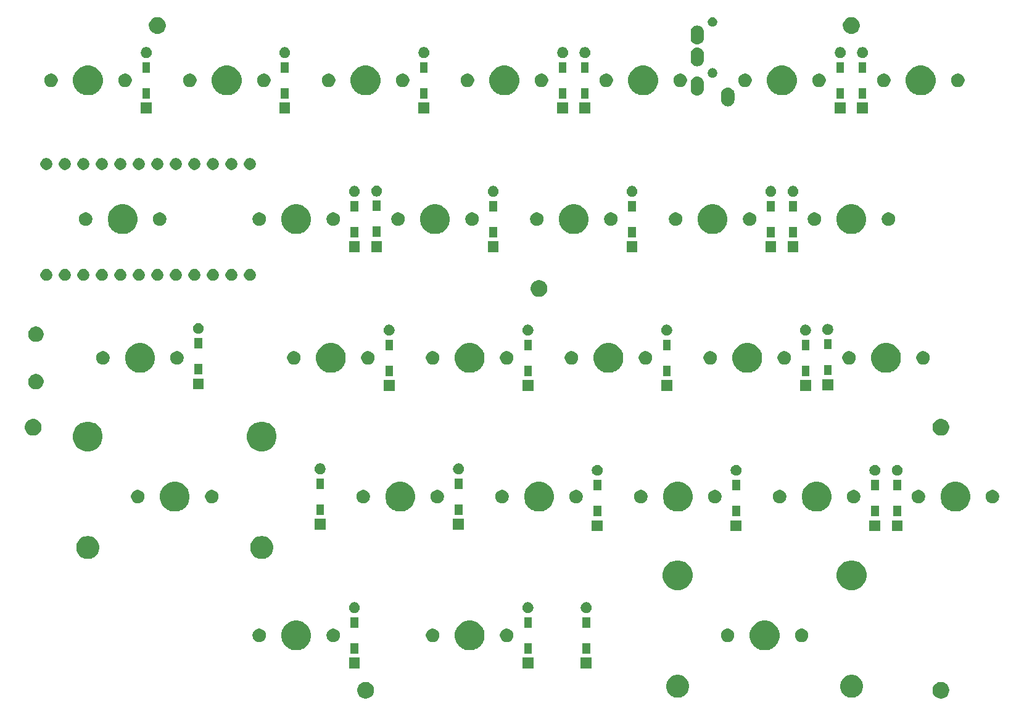
<source format=gts>
G04 #@! TF.GenerationSoftware,KiCad,Pcbnew,(5.1.5-0-10_14)*
G04 #@! TF.CreationDate,2020-08-12T23:03:47+09:00*
G04 #@! TF.ProjectId,iroha60-left,69726f68-6136-4302-9d6c-6566742e6b69,rev?*
G04 #@! TF.SameCoordinates,Original*
G04 #@! TF.FileFunction,Soldermask,Top*
G04 #@! TF.FilePolarity,Negative*
%FSLAX46Y46*%
G04 Gerber Fmt 4.6, Leading zero omitted, Abs format (unit mm)*
G04 Created by KiCad (PCBNEW (5.1.5-0-10_14)) date 2020-08-12 23:03:47*
%MOMM*%
%LPD*%
G04 APERTURE LIST*
%ADD10C,0.100000*%
G04 APERTURE END LIST*
D10*
G36*
X146497049Y-110536116D02*
G01*
X146608234Y-110558232D01*
X146817703Y-110644997D01*
X147006220Y-110770960D01*
X147166540Y-110931280D01*
X147292503Y-111119797D01*
X147379268Y-111329266D01*
X147423500Y-111551636D01*
X147423500Y-111778364D01*
X147379268Y-112000734D01*
X147292503Y-112210203D01*
X147166540Y-112398720D01*
X147006220Y-112559040D01*
X146817703Y-112685003D01*
X146608234Y-112771768D01*
X146497049Y-112793884D01*
X146385865Y-112816000D01*
X146159135Y-112816000D01*
X146047951Y-112793884D01*
X145936766Y-112771768D01*
X145727297Y-112685003D01*
X145538780Y-112559040D01*
X145378460Y-112398720D01*
X145252497Y-112210203D01*
X145165732Y-112000734D01*
X145121500Y-111778364D01*
X145121500Y-111551636D01*
X145165732Y-111329266D01*
X145252497Y-111119797D01*
X145378460Y-110931280D01*
X145538780Y-110770960D01*
X145727297Y-110644997D01*
X145936766Y-110558232D01*
X146047951Y-110536116D01*
X146159135Y-110514000D01*
X146385865Y-110514000D01*
X146497049Y-110536116D01*
G37*
G36*
X67534549Y-110536116D02*
G01*
X67645734Y-110558232D01*
X67855203Y-110644997D01*
X68043720Y-110770960D01*
X68204040Y-110931280D01*
X68330003Y-111119797D01*
X68416768Y-111329266D01*
X68461000Y-111551636D01*
X68461000Y-111778364D01*
X68416768Y-112000734D01*
X68330003Y-112210203D01*
X68204040Y-112398720D01*
X68043720Y-112559040D01*
X67855203Y-112685003D01*
X67645734Y-112771768D01*
X67534549Y-112793884D01*
X67423365Y-112816000D01*
X67196635Y-112816000D01*
X67085451Y-112793884D01*
X66974266Y-112771768D01*
X66764797Y-112685003D01*
X66576280Y-112559040D01*
X66415960Y-112398720D01*
X66289997Y-112210203D01*
X66203232Y-112000734D01*
X66159000Y-111778364D01*
X66159000Y-111551636D01*
X66203232Y-111329266D01*
X66289997Y-111119797D01*
X66415960Y-110931280D01*
X66576280Y-110770960D01*
X66764797Y-110644997D01*
X66974266Y-110558232D01*
X67085451Y-110536116D01*
X67196635Y-110514000D01*
X67423365Y-110514000D01*
X67534549Y-110536116D01*
G37*
G36*
X134476161Y-109610526D02*
G01*
X134594887Y-109659704D01*
X134762791Y-109729252D01*
X134762792Y-109729253D01*
X135020754Y-109901617D01*
X135240133Y-110120996D01*
X135355303Y-110293361D01*
X135412498Y-110378959D01*
X135482046Y-110546863D01*
X135531224Y-110665589D01*
X135591750Y-110969876D01*
X135591750Y-111280124D01*
X135537744Y-111551635D01*
X135531224Y-111584410D01*
X135412498Y-111871041D01*
X135412497Y-111871042D01*
X135240133Y-112129004D01*
X135020754Y-112348383D01*
X134848389Y-112463553D01*
X134762791Y-112520748D01*
X134594887Y-112590296D01*
X134476161Y-112639474D01*
X134171875Y-112700000D01*
X133861625Y-112700000D01*
X133557339Y-112639474D01*
X133438613Y-112590296D01*
X133270709Y-112520748D01*
X133185111Y-112463553D01*
X133012746Y-112348383D01*
X132793367Y-112129004D01*
X132621003Y-111871042D01*
X132621002Y-111871041D01*
X132502276Y-111584410D01*
X132495757Y-111551635D01*
X132441750Y-111280124D01*
X132441750Y-110969876D01*
X132502276Y-110665589D01*
X132551454Y-110546863D01*
X132621002Y-110378959D01*
X132678197Y-110293361D01*
X132793367Y-110120996D01*
X133012746Y-109901617D01*
X133270708Y-109729253D01*
X133270709Y-109729252D01*
X133438613Y-109659704D01*
X133557339Y-109610526D01*
X133861625Y-109550000D01*
X134171875Y-109550000D01*
X134476161Y-109610526D01*
G37*
G36*
X110600161Y-109610526D02*
G01*
X110718887Y-109659704D01*
X110886791Y-109729252D01*
X110886792Y-109729253D01*
X111144754Y-109901617D01*
X111364133Y-110120996D01*
X111479303Y-110293361D01*
X111536498Y-110378959D01*
X111606046Y-110546863D01*
X111655224Y-110665589D01*
X111715750Y-110969876D01*
X111715750Y-111280124D01*
X111661744Y-111551635D01*
X111655224Y-111584410D01*
X111536498Y-111871041D01*
X111536497Y-111871042D01*
X111364133Y-112129004D01*
X111144754Y-112348383D01*
X110972389Y-112463553D01*
X110886791Y-112520748D01*
X110718887Y-112590296D01*
X110600161Y-112639474D01*
X110295875Y-112700000D01*
X109985625Y-112700000D01*
X109681339Y-112639474D01*
X109562613Y-112590296D01*
X109394709Y-112520748D01*
X109309111Y-112463553D01*
X109136746Y-112348383D01*
X108917367Y-112129004D01*
X108745003Y-111871042D01*
X108745002Y-111871041D01*
X108626276Y-111584410D01*
X108619757Y-111551635D01*
X108565750Y-111280124D01*
X108565750Y-110969876D01*
X108626276Y-110665589D01*
X108675454Y-110546863D01*
X108745002Y-110378959D01*
X108802197Y-110293361D01*
X108917367Y-110120996D01*
X109136746Y-109901617D01*
X109394708Y-109729253D01*
X109394709Y-109729252D01*
X109562613Y-109659704D01*
X109681339Y-109610526D01*
X109985625Y-109550000D01*
X110295875Y-109550000D01*
X110600161Y-109610526D01*
G37*
G36*
X98347000Y-108699500D02*
G01*
X96848000Y-108699500D01*
X96848000Y-107200500D01*
X98347000Y-107200500D01*
X98347000Y-108699500D01*
G37*
G36*
X90347000Y-108699500D02*
G01*
X88848000Y-108699500D01*
X88848000Y-107200500D01*
X90347000Y-107200500D01*
X90347000Y-108699500D01*
G37*
G36*
X66534500Y-108699500D02*
G01*
X65035500Y-108699500D01*
X65035500Y-107200500D01*
X66534500Y-107200500D01*
X66534500Y-108699500D01*
G37*
G36*
X98123500Y-106616000D02*
G01*
X97071500Y-106616000D01*
X97071500Y-105214000D01*
X98123500Y-105214000D01*
X98123500Y-106616000D01*
G37*
G36*
X90123500Y-106616000D02*
G01*
X89071500Y-106616000D01*
X89071500Y-105214000D01*
X90123500Y-105214000D01*
X90123500Y-106616000D01*
G37*
G36*
X66311000Y-106616000D02*
G01*
X65259000Y-106616000D01*
X65259000Y-105214000D01*
X66311000Y-105214000D01*
X66311000Y-106616000D01*
G37*
G36*
X122675224Y-102173684D02*
G01*
X122893224Y-102263983D01*
X123047373Y-102327833D01*
X123382298Y-102551623D01*
X123667127Y-102836452D01*
X123890917Y-103171377D01*
X123923312Y-103249586D01*
X124045066Y-103543526D01*
X124123650Y-103938594D01*
X124123650Y-104341406D01*
X124045066Y-104736474D01*
X123994201Y-104859272D01*
X123890917Y-105108623D01*
X123667127Y-105443548D01*
X123382298Y-105728377D01*
X123047373Y-105952167D01*
X122893224Y-106016017D01*
X122675224Y-106106316D01*
X122280156Y-106184900D01*
X121877344Y-106184900D01*
X121482276Y-106106316D01*
X121264276Y-106016017D01*
X121110127Y-105952167D01*
X120775202Y-105728377D01*
X120490373Y-105443548D01*
X120266583Y-105108623D01*
X120163299Y-104859272D01*
X120112434Y-104736474D01*
X120033850Y-104341406D01*
X120033850Y-103938594D01*
X120112434Y-103543526D01*
X120234188Y-103249586D01*
X120266583Y-103171377D01*
X120490373Y-102836452D01*
X120775202Y-102551623D01*
X121110127Y-102327833D01*
X121264276Y-102263983D01*
X121482276Y-102173684D01*
X121877344Y-102095100D01*
X122280156Y-102095100D01*
X122675224Y-102173684D01*
G37*
G36*
X82193974Y-102173684D02*
G01*
X82411974Y-102263983D01*
X82566123Y-102327833D01*
X82901048Y-102551623D01*
X83185877Y-102836452D01*
X83409667Y-103171377D01*
X83442062Y-103249586D01*
X83563816Y-103543526D01*
X83642400Y-103938594D01*
X83642400Y-104341406D01*
X83563816Y-104736474D01*
X83512951Y-104859272D01*
X83409667Y-105108623D01*
X83185877Y-105443548D01*
X82901048Y-105728377D01*
X82566123Y-105952167D01*
X82411974Y-106016017D01*
X82193974Y-106106316D01*
X81798906Y-106184900D01*
X81396094Y-106184900D01*
X81001026Y-106106316D01*
X80783026Y-106016017D01*
X80628877Y-105952167D01*
X80293952Y-105728377D01*
X80009123Y-105443548D01*
X79785333Y-105108623D01*
X79682049Y-104859272D01*
X79631184Y-104736474D01*
X79552600Y-104341406D01*
X79552600Y-103938594D01*
X79631184Y-103543526D01*
X79752938Y-103249586D01*
X79785333Y-103171377D01*
X80009123Y-102836452D01*
X80293952Y-102551623D01*
X80628877Y-102327833D01*
X80783026Y-102263983D01*
X81001026Y-102173684D01*
X81396094Y-102095100D01*
X81798906Y-102095100D01*
X82193974Y-102173684D01*
G37*
G36*
X58381474Y-102173684D02*
G01*
X58599474Y-102263983D01*
X58753623Y-102327833D01*
X59088548Y-102551623D01*
X59373377Y-102836452D01*
X59597167Y-103171377D01*
X59629562Y-103249586D01*
X59751316Y-103543526D01*
X59829900Y-103938594D01*
X59829900Y-104341406D01*
X59751316Y-104736474D01*
X59700451Y-104859272D01*
X59597167Y-105108623D01*
X59373377Y-105443548D01*
X59088548Y-105728377D01*
X58753623Y-105952167D01*
X58599474Y-106016017D01*
X58381474Y-106106316D01*
X57986406Y-106184900D01*
X57583594Y-106184900D01*
X57188526Y-106106316D01*
X56970526Y-106016017D01*
X56816377Y-105952167D01*
X56481452Y-105728377D01*
X56196623Y-105443548D01*
X55972833Y-105108623D01*
X55869549Y-104859272D01*
X55818684Y-104736474D01*
X55740100Y-104341406D01*
X55740100Y-103938594D01*
X55818684Y-103543526D01*
X55940438Y-103249586D01*
X55972833Y-103171377D01*
X56196623Y-102836452D01*
X56481452Y-102551623D01*
X56816377Y-102327833D01*
X56970526Y-102263983D01*
X57188526Y-102173684D01*
X57583594Y-102095100D01*
X57986406Y-102095100D01*
X58381474Y-102173684D01*
G37*
G36*
X86947604Y-103249585D02*
G01*
X87116126Y-103319389D01*
X87267791Y-103420728D01*
X87396772Y-103549709D01*
X87498111Y-103701374D01*
X87567915Y-103869896D01*
X87603500Y-104048797D01*
X87603500Y-104231203D01*
X87567915Y-104410104D01*
X87498111Y-104578626D01*
X87396772Y-104730291D01*
X87267791Y-104859272D01*
X87116126Y-104960611D01*
X86947604Y-105030415D01*
X86768703Y-105066000D01*
X86586297Y-105066000D01*
X86407396Y-105030415D01*
X86238874Y-104960611D01*
X86087209Y-104859272D01*
X85958228Y-104730291D01*
X85856889Y-104578626D01*
X85787085Y-104410104D01*
X85751500Y-104231203D01*
X85751500Y-104048797D01*
X85787085Y-103869896D01*
X85856889Y-103701374D01*
X85958228Y-103549709D01*
X86087209Y-103420728D01*
X86238874Y-103319389D01*
X86407396Y-103249585D01*
X86586297Y-103214000D01*
X86768703Y-103214000D01*
X86947604Y-103249585D01*
G37*
G36*
X52975104Y-103249585D02*
G01*
X53143626Y-103319389D01*
X53295291Y-103420728D01*
X53424272Y-103549709D01*
X53525611Y-103701374D01*
X53595415Y-103869896D01*
X53631000Y-104048797D01*
X53631000Y-104231203D01*
X53595415Y-104410104D01*
X53525611Y-104578626D01*
X53424272Y-104730291D01*
X53295291Y-104859272D01*
X53143626Y-104960611D01*
X52975104Y-105030415D01*
X52796203Y-105066000D01*
X52613797Y-105066000D01*
X52434896Y-105030415D01*
X52266374Y-104960611D01*
X52114709Y-104859272D01*
X51985728Y-104730291D01*
X51884389Y-104578626D01*
X51814585Y-104410104D01*
X51779000Y-104231203D01*
X51779000Y-104048797D01*
X51814585Y-103869896D01*
X51884389Y-103701374D01*
X51985728Y-103549709D01*
X52114709Y-103420728D01*
X52266374Y-103319389D01*
X52434896Y-103249585D01*
X52613797Y-103214000D01*
X52796203Y-103214000D01*
X52975104Y-103249585D01*
G37*
G36*
X63135104Y-103249585D02*
G01*
X63303626Y-103319389D01*
X63455291Y-103420728D01*
X63584272Y-103549709D01*
X63685611Y-103701374D01*
X63755415Y-103869896D01*
X63791000Y-104048797D01*
X63791000Y-104231203D01*
X63755415Y-104410104D01*
X63685611Y-104578626D01*
X63584272Y-104730291D01*
X63455291Y-104859272D01*
X63303626Y-104960611D01*
X63135104Y-105030415D01*
X62956203Y-105066000D01*
X62773797Y-105066000D01*
X62594896Y-105030415D01*
X62426374Y-104960611D01*
X62274709Y-104859272D01*
X62145728Y-104730291D01*
X62044389Y-104578626D01*
X61974585Y-104410104D01*
X61939000Y-104231203D01*
X61939000Y-104048797D01*
X61974585Y-103869896D01*
X62044389Y-103701374D01*
X62145728Y-103549709D01*
X62274709Y-103420728D01*
X62426374Y-103319389D01*
X62594896Y-103249585D01*
X62773797Y-103214000D01*
X62956203Y-103214000D01*
X63135104Y-103249585D01*
G37*
G36*
X76787604Y-103249585D02*
G01*
X76956126Y-103319389D01*
X77107791Y-103420728D01*
X77236772Y-103549709D01*
X77338111Y-103701374D01*
X77407915Y-103869896D01*
X77443500Y-104048797D01*
X77443500Y-104231203D01*
X77407915Y-104410104D01*
X77338111Y-104578626D01*
X77236772Y-104730291D01*
X77107791Y-104859272D01*
X76956126Y-104960611D01*
X76787604Y-105030415D01*
X76608703Y-105066000D01*
X76426297Y-105066000D01*
X76247396Y-105030415D01*
X76078874Y-104960611D01*
X75927209Y-104859272D01*
X75798228Y-104730291D01*
X75696889Y-104578626D01*
X75627085Y-104410104D01*
X75591500Y-104231203D01*
X75591500Y-104048797D01*
X75627085Y-103869896D01*
X75696889Y-103701374D01*
X75798228Y-103549709D01*
X75927209Y-103420728D01*
X76078874Y-103319389D01*
X76247396Y-103249585D01*
X76426297Y-103214000D01*
X76608703Y-103214000D01*
X76787604Y-103249585D01*
G37*
G36*
X117268854Y-103249585D02*
G01*
X117437376Y-103319389D01*
X117589041Y-103420728D01*
X117718022Y-103549709D01*
X117819361Y-103701374D01*
X117889165Y-103869896D01*
X117924750Y-104048797D01*
X117924750Y-104231203D01*
X117889165Y-104410104D01*
X117819361Y-104578626D01*
X117718022Y-104730291D01*
X117589041Y-104859272D01*
X117437376Y-104960611D01*
X117268854Y-105030415D01*
X117089953Y-105066000D01*
X116907547Y-105066000D01*
X116728646Y-105030415D01*
X116560124Y-104960611D01*
X116408459Y-104859272D01*
X116279478Y-104730291D01*
X116178139Y-104578626D01*
X116108335Y-104410104D01*
X116072750Y-104231203D01*
X116072750Y-104048797D01*
X116108335Y-103869896D01*
X116178139Y-103701374D01*
X116279478Y-103549709D01*
X116408459Y-103420728D01*
X116560124Y-103319389D01*
X116728646Y-103249585D01*
X116907547Y-103214000D01*
X117089953Y-103214000D01*
X117268854Y-103249585D01*
G37*
G36*
X127428854Y-103249585D02*
G01*
X127597376Y-103319389D01*
X127749041Y-103420728D01*
X127878022Y-103549709D01*
X127979361Y-103701374D01*
X128049165Y-103869896D01*
X128084750Y-104048797D01*
X128084750Y-104231203D01*
X128049165Y-104410104D01*
X127979361Y-104578626D01*
X127878022Y-104730291D01*
X127749041Y-104859272D01*
X127597376Y-104960611D01*
X127428854Y-105030415D01*
X127249953Y-105066000D01*
X127067547Y-105066000D01*
X126888646Y-105030415D01*
X126720124Y-104960611D01*
X126568459Y-104859272D01*
X126439478Y-104730291D01*
X126338139Y-104578626D01*
X126268335Y-104410104D01*
X126232750Y-104231203D01*
X126232750Y-104048797D01*
X126268335Y-103869896D01*
X126338139Y-103701374D01*
X126439478Y-103549709D01*
X126568459Y-103420728D01*
X126720124Y-103319389D01*
X126888646Y-103249585D01*
X127067547Y-103214000D01*
X127249953Y-103214000D01*
X127428854Y-103249585D01*
G37*
G36*
X66311000Y-103066000D02*
G01*
X65259000Y-103066000D01*
X65259000Y-101664000D01*
X66311000Y-101664000D01*
X66311000Y-103066000D01*
G37*
G36*
X90123500Y-103066000D02*
G01*
X89071500Y-103066000D01*
X89071500Y-101664000D01*
X90123500Y-101664000D01*
X90123500Y-103066000D01*
G37*
G36*
X98123500Y-103066000D02*
G01*
X97071500Y-103066000D01*
X97071500Y-101664000D01*
X98123500Y-101664000D01*
X98123500Y-103066000D01*
G37*
G36*
X65879425Y-99584599D02*
G01*
X66003621Y-99609302D01*
X66140022Y-99665801D01*
X66262779Y-99747825D01*
X66367175Y-99852221D01*
X66449199Y-99974978D01*
X66505698Y-100111379D01*
X66534500Y-100256181D01*
X66534500Y-100403819D01*
X66505698Y-100548621D01*
X66449199Y-100685022D01*
X66367175Y-100807779D01*
X66262779Y-100912175D01*
X66140022Y-100994199D01*
X66003621Y-101050698D01*
X65879425Y-101075401D01*
X65858820Y-101079500D01*
X65711180Y-101079500D01*
X65690575Y-101075401D01*
X65566379Y-101050698D01*
X65429978Y-100994199D01*
X65307221Y-100912175D01*
X65202825Y-100807779D01*
X65120801Y-100685022D01*
X65064302Y-100548621D01*
X65035500Y-100403819D01*
X65035500Y-100256181D01*
X65064302Y-100111379D01*
X65120801Y-99974978D01*
X65202825Y-99852221D01*
X65307221Y-99747825D01*
X65429978Y-99665801D01*
X65566379Y-99609302D01*
X65690575Y-99584599D01*
X65711180Y-99580500D01*
X65858820Y-99580500D01*
X65879425Y-99584599D01*
G37*
G36*
X89691925Y-99584599D02*
G01*
X89816121Y-99609302D01*
X89952522Y-99665801D01*
X90075279Y-99747825D01*
X90179675Y-99852221D01*
X90261699Y-99974978D01*
X90318198Y-100111379D01*
X90347000Y-100256181D01*
X90347000Y-100403819D01*
X90318198Y-100548621D01*
X90261699Y-100685022D01*
X90179675Y-100807779D01*
X90075279Y-100912175D01*
X89952522Y-100994199D01*
X89816121Y-101050698D01*
X89691925Y-101075401D01*
X89671320Y-101079500D01*
X89523680Y-101079500D01*
X89503075Y-101075401D01*
X89378879Y-101050698D01*
X89242478Y-100994199D01*
X89119721Y-100912175D01*
X89015325Y-100807779D01*
X88933301Y-100685022D01*
X88876802Y-100548621D01*
X88848000Y-100403819D01*
X88848000Y-100256181D01*
X88876802Y-100111379D01*
X88933301Y-99974978D01*
X89015325Y-99852221D01*
X89119721Y-99747825D01*
X89242478Y-99665801D01*
X89378879Y-99609302D01*
X89503075Y-99584599D01*
X89523680Y-99580500D01*
X89671320Y-99580500D01*
X89691925Y-99584599D01*
G37*
G36*
X97691925Y-99584599D02*
G01*
X97816121Y-99609302D01*
X97952522Y-99665801D01*
X98075279Y-99747825D01*
X98179675Y-99852221D01*
X98261699Y-99974978D01*
X98318198Y-100111379D01*
X98347000Y-100256181D01*
X98347000Y-100403819D01*
X98318198Y-100548621D01*
X98261699Y-100685022D01*
X98179675Y-100807779D01*
X98075279Y-100912175D01*
X97952522Y-100994199D01*
X97816121Y-101050698D01*
X97691925Y-101075401D01*
X97671320Y-101079500D01*
X97523680Y-101079500D01*
X97503075Y-101075401D01*
X97378879Y-101050698D01*
X97242478Y-100994199D01*
X97119721Y-100912175D01*
X97015325Y-100807779D01*
X96933301Y-100685022D01*
X96876802Y-100548621D01*
X96848000Y-100403819D01*
X96848000Y-100256181D01*
X96876802Y-100111379D01*
X96933301Y-99974978D01*
X97015325Y-99852221D01*
X97119721Y-99747825D01*
X97242478Y-99665801D01*
X97378879Y-99609302D01*
X97503075Y-99584599D01*
X97523680Y-99580500D01*
X97671320Y-99580500D01*
X97691925Y-99584599D01*
G37*
G36*
X110737224Y-93918684D02*
G01*
X110955224Y-94008983D01*
X111109373Y-94072833D01*
X111444298Y-94296623D01*
X111729127Y-94581452D01*
X111952917Y-94916377D01*
X111952917Y-94916378D01*
X112107066Y-95288526D01*
X112185650Y-95683594D01*
X112185650Y-96086406D01*
X112107066Y-96481474D01*
X112016767Y-96699474D01*
X111952917Y-96853623D01*
X111729127Y-97188548D01*
X111444298Y-97473377D01*
X111109373Y-97697167D01*
X110955224Y-97761017D01*
X110737224Y-97851316D01*
X110342156Y-97929900D01*
X109939344Y-97929900D01*
X109544276Y-97851316D01*
X109326276Y-97761017D01*
X109172127Y-97697167D01*
X108837202Y-97473377D01*
X108552373Y-97188548D01*
X108328583Y-96853623D01*
X108264733Y-96699474D01*
X108174434Y-96481474D01*
X108095850Y-96086406D01*
X108095850Y-95683594D01*
X108174434Y-95288526D01*
X108328583Y-94916378D01*
X108328583Y-94916377D01*
X108552373Y-94581452D01*
X108837202Y-94296623D01*
X109172127Y-94072833D01*
X109326276Y-94008983D01*
X109544276Y-93918684D01*
X109939344Y-93840100D01*
X110342156Y-93840100D01*
X110737224Y-93918684D01*
G37*
G36*
X134613224Y-93918684D02*
G01*
X134831224Y-94008983D01*
X134985373Y-94072833D01*
X135320298Y-94296623D01*
X135605127Y-94581452D01*
X135828917Y-94916377D01*
X135828917Y-94916378D01*
X135983066Y-95288526D01*
X136061650Y-95683594D01*
X136061650Y-96086406D01*
X135983066Y-96481474D01*
X135892767Y-96699474D01*
X135828917Y-96853623D01*
X135605127Y-97188548D01*
X135320298Y-97473377D01*
X134985373Y-97697167D01*
X134831224Y-97761017D01*
X134613224Y-97851316D01*
X134218156Y-97929900D01*
X133815344Y-97929900D01*
X133420276Y-97851316D01*
X133202276Y-97761017D01*
X133048127Y-97697167D01*
X132713202Y-97473377D01*
X132428373Y-97188548D01*
X132204583Y-96853623D01*
X132140733Y-96699474D01*
X132050434Y-96481474D01*
X131971850Y-96086406D01*
X131971850Y-95683594D01*
X132050434Y-95288526D01*
X132204583Y-94916378D01*
X132204583Y-94916377D01*
X132428373Y-94581452D01*
X132713202Y-94296623D01*
X133048127Y-94072833D01*
X133202276Y-94008983D01*
X133420276Y-93918684D01*
X133815344Y-93840100D01*
X134218156Y-93840100D01*
X134613224Y-93918684D01*
G37*
G36*
X53361517Y-90530263D02*
G01*
X53513661Y-90560526D01*
X53632387Y-90609704D01*
X53800291Y-90679252D01*
X53800292Y-90679253D01*
X54058254Y-90851617D01*
X54277633Y-91070996D01*
X54392803Y-91243361D01*
X54449998Y-91328959D01*
X54568724Y-91615590D01*
X54629250Y-91919875D01*
X54629250Y-92230125D01*
X54568724Y-92534410D01*
X54449998Y-92821041D01*
X54449997Y-92821042D01*
X54277633Y-93079004D01*
X54058254Y-93298383D01*
X53885889Y-93413553D01*
X53800291Y-93470748D01*
X53632387Y-93540296D01*
X53513661Y-93589474D01*
X53209375Y-93650000D01*
X52899125Y-93650000D01*
X52594839Y-93589474D01*
X52476113Y-93540296D01*
X52308209Y-93470748D01*
X52222611Y-93413553D01*
X52050246Y-93298383D01*
X51830867Y-93079004D01*
X51658503Y-92821042D01*
X51658502Y-92821041D01*
X51539776Y-92534410D01*
X51479250Y-92230125D01*
X51479250Y-91919875D01*
X51539776Y-91615590D01*
X51658502Y-91328959D01*
X51715697Y-91243361D01*
X51830867Y-91070996D01*
X52050246Y-90851617D01*
X52308208Y-90679253D01*
X52308209Y-90679252D01*
X52476113Y-90609704D01*
X52594839Y-90560526D01*
X52746983Y-90530263D01*
X52899125Y-90500000D01*
X53209375Y-90500000D01*
X53361517Y-90530263D01*
G37*
G36*
X29485517Y-90530263D02*
G01*
X29637661Y-90560526D01*
X29756387Y-90609704D01*
X29924291Y-90679252D01*
X29924292Y-90679253D01*
X30182254Y-90851617D01*
X30401633Y-91070996D01*
X30516803Y-91243361D01*
X30573998Y-91328959D01*
X30692724Y-91615590D01*
X30753250Y-91919875D01*
X30753250Y-92230125D01*
X30692724Y-92534410D01*
X30573998Y-92821041D01*
X30573997Y-92821042D01*
X30401633Y-93079004D01*
X30182254Y-93298383D01*
X30009889Y-93413553D01*
X29924291Y-93470748D01*
X29756387Y-93540296D01*
X29637661Y-93589474D01*
X29333375Y-93650000D01*
X29023125Y-93650000D01*
X28718839Y-93589474D01*
X28600113Y-93540296D01*
X28432209Y-93470748D01*
X28346611Y-93413553D01*
X28174246Y-93298383D01*
X27954867Y-93079004D01*
X27782503Y-92821042D01*
X27782502Y-92821041D01*
X27663776Y-92534410D01*
X27603250Y-92230125D01*
X27603250Y-91919875D01*
X27663776Y-91615590D01*
X27782502Y-91328959D01*
X27839697Y-91243361D01*
X27954867Y-91070996D01*
X28174246Y-90851617D01*
X28432208Y-90679253D01*
X28432209Y-90679252D01*
X28600113Y-90609704D01*
X28718839Y-90560526D01*
X28870983Y-90530263D01*
X29023125Y-90500000D01*
X29333375Y-90500000D01*
X29485517Y-90530263D01*
G37*
G36*
X141022000Y-89839500D02*
G01*
X139523000Y-89839500D01*
X139523000Y-88340500D01*
X141022000Y-88340500D01*
X141022000Y-89839500D01*
G37*
G36*
X99872000Y-89839500D02*
G01*
X98373000Y-89839500D01*
X98373000Y-88340500D01*
X99872000Y-88340500D01*
X99872000Y-89839500D01*
G37*
G36*
X118922000Y-89839500D02*
G01*
X117423000Y-89839500D01*
X117423000Y-88340500D01*
X118922000Y-88340500D01*
X118922000Y-89839500D01*
G37*
G36*
X137972000Y-89839500D02*
G01*
X136473000Y-89839500D01*
X136473000Y-88340500D01*
X137972000Y-88340500D01*
X137972000Y-89839500D01*
G37*
G36*
X61822000Y-89649500D02*
G01*
X60323000Y-89649500D01*
X60323000Y-88150500D01*
X61822000Y-88150500D01*
X61822000Y-89649500D01*
G37*
G36*
X80822000Y-89649500D02*
G01*
X79323000Y-89649500D01*
X79323000Y-88150500D01*
X80822000Y-88150500D01*
X80822000Y-89649500D01*
G37*
G36*
X140798500Y-87756000D02*
G01*
X139746500Y-87756000D01*
X139746500Y-86354000D01*
X140798500Y-86354000D01*
X140798500Y-87756000D01*
G37*
G36*
X137748500Y-87756000D02*
G01*
X136696500Y-87756000D01*
X136696500Y-86354000D01*
X137748500Y-86354000D01*
X137748500Y-87756000D01*
G37*
G36*
X118698500Y-87756000D02*
G01*
X117646500Y-87756000D01*
X117646500Y-86354000D01*
X118698500Y-86354000D01*
X118698500Y-87756000D01*
G37*
G36*
X99648500Y-87756000D02*
G01*
X98596500Y-87756000D01*
X98596500Y-86354000D01*
X99648500Y-86354000D01*
X99648500Y-87756000D01*
G37*
G36*
X80598500Y-87566000D02*
G01*
X79546500Y-87566000D01*
X79546500Y-86164000D01*
X80598500Y-86164000D01*
X80598500Y-87566000D01*
G37*
G36*
X61598500Y-87566000D02*
G01*
X60546500Y-87566000D01*
X60546500Y-86164000D01*
X61598500Y-86164000D01*
X61598500Y-87566000D01*
G37*
G36*
X41712724Y-83123684D02*
G01*
X41930724Y-83213983D01*
X42084873Y-83277833D01*
X42419798Y-83501623D01*
X42704627Y-83786452D01*
X42928417Y-84121377D01*
X42960812Y-84199586D01*
X43082566Y-84493526D01*
X43161150Y-84888594D01*
X43161150Y-85291406D01*
X43082566Y-85686474D01*
X43031701Y-85809272D01*
X42928417Y-86058623D01*
X42704627Y-86393548D01*
X42419798Y-86678377D01*
X42084873Y-86902167D01*
X41930724Y-86966017D01*
X41712724Y-87056316D01*
X41317656Y-87134900D01*
X40914844Y-87134900D01*
X40519776Y-87056316D01*
X40301776Y-86966017D01*
X40147627Y-86902167D01*
X39812702Y-86678377D01*
X39527873Y-86393548D01*
X39304083Y-86058623D01*
X39200799Y-85809272D01*
X39149934Y-85686474D01*
X39071350Y-85291406D01*
X39071350Y-84888594D01*
X39149934Y-84493526D01*
X39271688Y-84199586D01*
X39304083Y-84121377D01*
X39527873Y-83786452D01*
X39812702Y-83501623D01*
X40147627Y-83277833D01*
X40301776Y-83213983D01*
X40519776Y-83123684D01*
X40914844Y-83045100D01*
X41317656Y-83045100D01*
X41712724Y-83123684D01*
G37*
G36*
X72668974Y-83123684D02*
G01*
X72886974Y-83213983D01*
X73041123Y-83277833D01*
X73376048Y-83501623D01*
X73660877Y-83786452D01*
X73884667Y-84121377D01*
X73917062Y-84199586D01*
X74038816Y-84493526D01*
X74117400Y-84888594D01*
X74117400Y-85291406D01*
X74038816Y-85686474D01*
X73987951Y-85809272D01*
X73884667Y-86058623D01*
X73660877Y-86393548D01*
X73376048Y-86678377D01*
X73041123Y-86902167D01*
X72886974Y-86966017D01*
X72668974Y-87056316D01*
X72273906Y-87134900D01*
X71871094Y-87134900D01*
X71476026Y-87056316D01*
X71258026Y-86966017D01*
X71103877Y-86902167D01*
X70768952Y-86678377D01*
X70484123Y-86393548D01*
X70260333Y-86058623D01*
X70157049Y-85809272D01*
X70106184Y-85686474D01*
X70027600Y-85291406D01*
X70027600Y-84888594D01*
X70106184Y-84493526D01*
X70227938Y-84199586D01*
X70260333Y-84121377D01*
X70484123Y-83786452D01*
X70768952Y-83501623D01*
X71103877Y-83277833D01*
X71258026Y-83213983D01*
X71476026Y-83123684D01*
X71871094Y-83045100D01*
X72273906Y-83045100D01*
X72668974Y-83123684D01*
G37*
G36*
X91718974Y-83123684D02*
G01*
X91936974Y-83213983D01*
X92091123Y-83277833D01*
X92426048Y-83501623D01*
X92710877Y-83786452D01*
X92934667Y-84121377D01*
X92967062Y-84199586D01*
X93088816Y-84493526D01*
X93167400Y-84888594D01*
X93167400Y-85291406D01*
X93088816Y-85686474D01*
X93037951Y-85809272D01*
X92934667Y-86058623D01*
X92710877Y-86393548D01*
X92426048Y-86678377D01*
X92091123Y-86902167D01*
X91936974Y-86966017D01*
X91718974Y-87056316D01*
X91323906Y-87134900D01*
X90921094Y-87134900D01*
X90526026Y-87056316D01*
X90308026Y-86966017D01*
X90153877Y-86902167D01*
X89818952Y-86678377D01*
X89534123Y-86393548D01*
X89310333Y-86058623D01*
X89207049Y-85809272D01*
X89156184Y-85686474D01*
X89077600Y-85291406D01*
X89077600Y-84888594D01*
X89156184Y-84493526D01*
X89277938Y-84199586D01*
X89310333Y-84121377D01*
X89534123Y-83786452D01*
X89818952Y-83501623D01*
X90153877Y-83277833D01*
X90308026Y-83213983D01*
X90526026Y-83123684D01*
X90921094Y-83045100D01*
X91323906Y-83045100D01*
X91718974Y-83123684D01*
G37*
G36*
X110768974Y-83123684D02*
G01*
X110986974Y-83213983D01*
X111141123Y-83277833D01*
X111476048Y-83501623D01*
X111760877Y-83786452D01*
X111984667Y-84121377D01*
X112017062Y-84199586D01*
X112138816Y-84493526D01*
X112217400Y-84888594D01*
X112217400Y-85291406D01*
X112138816Y-85686474D01*
X112087951Y-85809272D01*
X111984667Y-86058623D01*
X111760877Y-86393548D01*
X111476048Y-86678377D01*
X111141123Y-86902167D01*
X110986974Y-86966017D01*
X110768974Y-87056316D01*
X110373906Y-87134900D01*
X109971094Y-87134900D01*
X109576026Y-87056316D01*
X109358026Y-86966017D01*
X109203877Y-86902167D01*
X108868952Y-86678377D01*
X108584123Y-86393548D01*
X108360333Y-86058623D01*
X108257049Y-85809272D01*
X108206184Y-85686474D01*
X108127600Y-85291406D01*
X108127600Y-84888594D01*
X108206184Y-84493526D01*
X108327938Y-84199586D01*
X108360333Y-84121377D01*
X108584123Y-83786452D01*
X108868952Y-83501623D01*
X109203877Y-83277833D01*
X109358026Y-83213983D01*
X109576026Y-83123684D01*
X109971094Y-83045100D01*
X110373906Y-83045100D01*
X110768974Y-83123684D01*
G37*
G36*
X129818974Y-83123684D02*
G01*
X130036974Y-83213983D01*
X130191123Y-83277833D01*
X130526048Y-83501623D01*
X130810877Y-83786452D01*
X131034667Y-84121377D01*
X131067062Y-84199586D01*
X131188816Y-84493526D01*
X131267400Y-84888594D01*
X131267400Y-85291406D01*
X131188816Y-85686474D01*
X131137951Y-85809272D01*
X131034667Y-86058623D01*
X130810877Y-86393548D01*
X130526048Y-86678377D01*
X130191123Y-86902167D01*
X130036974Y-86966017D01*
X129818974Y-87056316D01*
X129423906Y-87134900D01*
X129021094Y-87134900D01*
X128626026Y-87056316D01*
X128408026Y-86966017D01*
X128253877Y-86902167D01*
X127918952Y-86678377D01*
X127634123Y-86393548D01*
X127410333Y-86058623D01*
X127307049Y-85809272D01*
X127256184Y-85686474D01*
X127177600Y-85291406D01*
X127177600Y-84888594D01*
X127256184Y-84493526D01*
X127377938Y-84199586D01*
X127410333Y-84121377D01*
X127634123Y-83786452D01*
X127918952Y-83501623D01*
X128253877Y-83277833D01*
X128408026Y-83213983D01*
X128626026Y-83123684D01*
X129021094Y-83045100D01*
X129423906Y-83045100D01*
X129818974Y-83123684D01*
G37*
G36*
X148868974Y-83123684D02*
G01*
X149086974Y-83213983D01*
X149241123Y-83277833D01*
X149576048Y-83501623D01*
X149860877Y-83786452D01*
X150084667Y-84121377D01*
X150117062Y-84199586D01*
X150238816Y-84493526D01*
X150317400Y-84888594D01*
X150317400Y-85291406D01*
X150238816Y-85686474D01*
X150187951Y-85809272D01*
X150084667Y-86058623D01*
X149860877Y-86393548D01*
X149576048Y-86678377D01*
X149241123Y-86902167D01*
X149086974Y-86966017D01*
X148868974Y-87056316D01*
X148473906Y-87134900D01*
X148071094Y-87134900D01*
X147676026Y-87056316D01*
X147458026Y-86966017D01*
X147303877Y-86902167D01*
X146968952Y-86678377D01*
X146684123Y-86393548D01*
X146460333Y-86058623D01*
X146357049Y-85809272D01*
X146306184Y-85686474D01*
X146227600Y-85291406D01*
X146227600Y-84888594D01*
X146306184Y-84493526D01*
X146427938Y-84199586D01*
X146460333Y-84121377D01*
X146684123Y-83786452D01*
X146968952Y-83501623D01*
X147303877Y-83277833D01*
X147458026Y-83213983D01*
X147676026Y-83123684D01*
X148071094Y-83045100D01*
X148473906Y-83045100D01*
X148868974Y-83123684D01*
G37*
G36*
X115522604Y-84199585D02*
G01*
X115691126Y-84269389D01*
X115842791Y-84370728D01*
X115971772Y-84499709D01*
X116073111Y-84651374D01*
X116142915Y-84819896D01*
X116178500Y-84998797D01*
X116178500Y-85181203D01*
X116142915Y-85360104D01*
X116073111Y-85528626D01*
X115971772Y-85680291D01*
X115842791Y-85809272D01*
X115691126Y-85910611D01*
X115522604Y-85980415D01*
X115343703Y-86016000D01*
X115161297Y-86016000D01*
X114982396Y-85980415D01*
X114813874Y-85910611D01*
X114662209Y-85809272D01*
X114533228Y-85680291D01*
X114431889Y-85528626D01*
X114362085Y-85360104D01*
X114326500Y-85181203D01*
X114326500Y-84998797D01*
X114362085Y-84819896D01*
X114431889Y-84651374D01*
X114533228Y-84499709D01*
X114662209Y-84370728D01*
X114813874Y-84269389D01*
X114982396Y-84199585D01*
X115161297Y-84164000D01*
X115343703Y-84164000D01*
X115522604Y-84199585D01*
G37*
G36*
X86312604Y-84199585D02*
G01*
X86481126Y-84269389D01*
X86632791Y-84370728D01*
X86761772Y-84499709D01*
X86863111Y-84651374D01*
X86932915Y-84819896D01*
X86968500Y-84998797D01*
X86968500Y-85181203D01*
X86932915Y-85360104D01*
X86863111Y-85528626D01*
X86761772Y-85680291D01*
X86632791Y-85809272D01*
X86481126Y-85910611D01*
X86312604Y-85980415D01*
X86133703Y-86016000D01*
X85951297Y-86016000D01*
X85772396Y-85980415D01*
X85603874Y-85910611D01*
X85452209Y-85809272D01*
X85323228Y-85680291D01*
X85221889Y-85528626D01*
X85152085Y-85360104D01*
X85116500Y-85181203D01*
X85116500Y-84998797D01*
X85152085Y-84819896D01*
X85221889Y-84651374D01*
X85323228Y-84499709D01*
X85452209Y-84370728D01*
X85603874Y-84269389D01*
X85772396Y-84199585D01*
X85951297Y-84164000D01*
X86133703Y-84164000D01*
X86312604Y-84199585D01*
G37*
G36*
X96472604Y-84199585D02*
G01*
X96641126Y-84269389D01*
X96792791Y-84370728D01*
X96921772Y-84499709D01*
X97023111Y-84651374D01*
X97092915Y-84819896D01*
X97128500Y-84998797D01*
X97128500Y-85181203D01*
X97092915Y-85360104D01*
X97023111Y-85528626D01*
X96921772Y-85680291D01*
X96792791Y-85809272D01*
X96641126Y-85910611D01*
X96472604Y-85980415D01*
X96293703Y-86016000D01*
X96111297Y-86016000D01*
X95932396Y-85980415D01*
X95763874Y-85910611D01*
X95612209Y-85809272D01*
X95483228Y-85680291D01*
X95381889Y-85528626D01*
X95312085Y-85360104D01*
X95276500Y-85181203D01*
X95276500Y-84998797D01*
X95312085Y-84819896D01*
X95381889Y-84651374D01*
X95483228Y-84499709D01*
X95612209Y-84370728D01*
X95763874Y-84269389D01*
X95932396Y-84199585D01*
X96111297Y-84164000D01*
X96293703Y-84164000D01*
X96472604Y-84199585D01*
G37*
G36*
X105362604Y-84199585D02*
G01*
X105531126Y-84269389D01*
X105682791Y-84370728D01*
X105811772Y-84499709D01*
X105913111Y-84651374D01*
X105982915Y-84819896D01*
X106018500Y-84998797D01*
X106018500Y-85181203D01*
X105982915Y-85360104D01*
X105913111Y-85528626D01*
X105811772Y-85680291D01*
X105682791Y-85809272D01*
X105531126Y-85910611D01*
X105362604Y-85980415D01*
X105183703Y-86016000D01*
X105001297Y-86016000D01*
X104822396Y-85980415D01*
X104653874Y-85910611D01*
X104502209Y-85809272D01*
X104373228Y-85680291D01*
X104271889Y-85528626D01*
X104202085Y-85360104D01*
X104166500Y-85181203D01*
X104166500Y-84998797D01*
X104202085Y-84819896D01*
X104271889Y-84651374D01*
X104373228Y-84499709D01*
X104502209Y-84370728D01*
X104653874Y-84269389D01*
X104822396Y-84199585D01*
X105001297Y-84164000D01*
X105183703Y-84164000D01*
X105362604Y-84199585D01*
G37*
G36*
X67262604Y-84199585D02*
G01*
X67431126Y-84269389D01*
X67582791Y-84370728D01*
X67711772Y-84499709D01*
X67813111Y-84651374D01*
X67882915Y-84819896D01*
X67918500Y-84998797D01*
X67918500Y-85181203D01*
X67882915Y-85360104D01*
X67813111Y-85528626D01*
X67711772Y-85680291D01*
X67582791Y-85809272D01*
X67431126Y-85910611D01*
X67262604Y-85980415D01*
X67083703Y-86016000D01*
X66901297Y-86016000D01*
X66722396Y-85980415D01*
X66553874Y-85910611D01*
X66402209Y-85809272D01*
X66273228Y-85680291D01*
X66171889Y-85528626D01*
X66102085Y-85360104D01*
X66066500Y-85181203D01*
X66066500Y-84998797D01*
X66102085Y-84819896D01*
X66171889Y-84651374D01*
X66273228Y-84499709D01*
X66402209Y-84370728D01*
X66553874Y-84269389D01*
X66722396Y-84199585D01*
X66901297Y-84164000D01*
X67083703Y-84164000D01*
X67262604Y-84199585D01*
G37*
G36*
X77422604Y-84199585D02*
G01*
X77591126Y-84269389D01*
X77742791Y-84370728D01*
X77871772Y-84499709D01*
X77973111Y-84651374D01*
X78042915Y-84819896D01*
X78078500Y-84998797D01*
X78078500Y-85181203D01*
X78042915Y-85360104D01*
X77973111Y-85528626D01*
X77871772Y-85680291D01*
X77742791Y-85809272D01*
X77591126Y-85910611D01*
X77422604Y-85980415D01*
X77243703Y-86016000D01*
X77061297Y-86016000D01*
X76882396Y-85980415D01*
X76713874Y-85910611D01*
X76562209Y-85809272D01*
X76433228Y-85680291D01*
X76331889Y-85528626D01*
X76262085Y-85360104D01*
X76226500Y-85181203D01*
X76226500Y-84998797D01*
X76262085Y-84819896D01*
X76331889Y-84651374D01*
X76433228Y-84499709D01*
X76562209Y-84370728D01*
X76713874Y-84269389D01*
X76882396Y-84199585D01*
X77061297Y-84164000D01*
X77243703Y-84164000D01*
X77422604Y-84199585D01*
G37*
G36*
X143462604Y-84199585D02*
G01*
X143631126Y-84269389D01*
X143782791Y-84370728D01*
X143911772Y-84499709D01*
X144013111Y-84651374D01*
X144082915Y-84819896D01*
X144118500Y-84998797D01*
X144118500Y-85181203D01*
X144082915Y-85360104D01*
X144013111Y-85528626D01*
X143911772Y-85680291D01*
X143782791Y-85809272D01*
X143631126Y-85910611D01*
X143462604Y-85980415D01*
X143283703Y-86016000D01*
X143101297Y-86016000D01*
X142922396Y-85980415D01*
X142753874Y-85910611D01*
X142602209Y-85809272D01*
X142473228Y-85680291D01*
X142371889Y-85528626D01*
X142302085Y-85360104D01*
X142266500Y-85181203D01*
X142266500Y-84998797D01*
X142302085Y-84819896D01*
X142371889Y-84651374D01*
X142473228Y-84499709D01*
X142602209Y-84370728D01*
X142753874Y-84269389D01*
X142922396Y-84199585D01*
X143101297Y-84164000D01*
X143283703Y-84164000D01*
X143462604Y-84199585D01*
G37*
G36*
X134572604Y-84199585D02*
G01*
X134741126Y-84269389D01*
X134892791Y-84370728D01*
X135021772Y-84499709D01*
X135123111Y-84651374D01*
X135192915Y-84819896D01*
X135228500Y-84998797D01*
X135228500Y-85181203D01*
X135192915Y-85360104D01*
X135123111Y-85528626D01*
X135021772Y-85680291D01*
X134892791Y-85809272D01*
X134741126Y-85910611D01*
X134572604Y-85980415D01*
X134393703Y-86016000D01*
X134211297Y-86016000D01*
X134032396Y-85980415D01*
X133863874Y-85910611D01*
X133712209Y-85809272D01*
X133583228Y-85680291D01*
X133481889Y-85528626D01*
X133412085Y-85360104D01*
X133376500Y-85181203D01*
X133376500Y-84998797D01*
X133412085Y-84819896D01*
X133481889Y-84651374D01*
X133583228Y-84499709D01*
X133712209Y-84370728D01*
X133863874Y-84269389D01*
X134032396Y-84199585D01*
X134211297Y-84164000D01*
X134393703Y-84164000D01*
X134572604Y-84199585D01*
G37*
G36*
X124412604Y-84199585D02*
G01*
X124581126Y-84269389D01*
X124732791Y-84370728D01*
X124861772Y-84499709D01*
X124963111Y-84651374D01*
X125032915Y-84819896D01*
X125068500Y-84998797D01*
X125068500Y-85181203D01*
X125032915Y-85360104D01*
X124963111Y-85528626D01*
X124861772Y-85680291D01*
X124732791Y-85809272D01*
X124581126Y-85910611D01*
X124412604Y-85980415D01*
X124233703Y-86016000D01*
X124051297Y-86016000D01*
X123872396Y-85980415D01*
X123703874Y-85910611D01*
X123552209Y-85809272D01*
X123423228Y-85680291D01*
X123321889Y-85528626D01*
X123252085Y-85360104D01*
X123216500Y-85181203D01*
X123216500Y-84998797D01*
X123252085Y-84819896D01*
X123321889Y-84651374D01*
X123423228Y-84499709D01*
X123552209Y-84370728D01*
X123703874Y-84269389D01*
X123872396Y-84199585D01*
X124051297Y-84164000D01*
X124233703Y-84164000D01*
X124412604Y-84199585D01*
G37*
G36*
X46466354Y-84199585D02*
G01*
X46634876Y-84269389D01*
X46786541Y-84370728D01*
X46915522Y-84499709D01*
X47016861Y-84651374D01*
X47086665Y-84819896D01*
X47122250Y-84998797D01*
X47122250Y-85181203D01*
X47086665Y-85360104D01*
X47016861Y-85528626D01*
X46915522Y-85680291D01*
X46786541Y-85809272D01*
X46634876Y-85910611D01*
X46466354Y-85980415D01*
X46287453Y-86016000D01*
X46105047Y-86016000D01*
X45926146Y-85980415D01*
X45757624Y-85910611D01*
X45605959Y-85809272D01*
X45476978Y-85680291D01*
X45375639Y-85528626D01*
X45305835Y-85360104D01*
X45270250Y-85181203D01*
X45270250Y-84998797D01*
X45305835Y-84819896D01*
X45375639Y-84651374D01*
X45476978Y-84499709D01*
X45605959Y-84370728D01*
X45757624Y-84269389D01*
X45926146Y-84199585D01*
X46105047Y-84164000D01*
X46287453Y-84164000D01*
X46466354Y-84199585D01*
G37*
G36*
X36306354Y-84199585D02*
G01*
X36474876Y-84269389D01*
X36626541Y-84370728D01*
X36755522Y-84499709D01*
X36856861Y-84651374D01*
X36926665Y-84819896D01*
X36962250Y-84998797D01*
X36962250Y-85181203D01*
X36926665Y-85360104D01*
X36856861Y-85528626D01*
X36755522Y-85680291D01*
X36626541Y-85809272D01*
X36474876Y-85910611D01*
X36306354Y-85980415D01*
X36127453Y-86016000D01*
X35945047Y-86016000D01*
X35766146Y-85980415D01*
X35597624Y-85910611D01*
X35445959Y-85809272D01*
X35316978Y-85680291D01*
X35215639Y-85528626D01*
X35145835Y-85360104D01*
X35110250Y-85181203D01*
X35110250Y-84998797D01*
X35145835Y-84819896D01*
X35215639Y-84651374D01*
X35316978Y-84499709D01*
X35445959Y-84370728D01*
X35597624Y-84269389D01*
X35766146Y-84199585D01*
X35945047Y-84164000D01*
X36127453Y-84164000D01*
X36306354Y-84199585D01*
G37*
G36*
X153622604Y-84199585D02*
G01*
X153791126Y-84269389D01*
X153942791Y-84370728D01*
X154071772Y-84499709D01*
X154173111Y-84651374D01*
X154242915Y-84819896D01*
X154278500Y-84998797D01*
X154278500Y-85181203D01*
X154242915Y-85360104D01*
X154173111Y-85528626D01*
X154071772Y-85680291D01*
X153942791Y-85809272D01*
X153791126Y-85910611D01*
X153622604Y-85980415D01*
X153443703Y-86016000D01*
X153261297Y-86016000D01*
X153082396Y-85980415D01*
X152913874Y-85910611D01*
X152762209Y-85809272D01*
X152633228Y-85680291D01*
X152531889Y-85528626D01*
X152462085Y-85360104D01*
X152426500Y-85181203D01*
X152426500Y-84998797D01*
X152462085Y-84819896D01*
X152531889Y-84651374D01*
X152633228Y-84499709D01*
X152762209Y-84370728D01*
X152913874Y-84269389D01*
X153082396Y-84199585D01*
X153261297Y-84164000D01*
X153443703Y-84164000D01*
X153622604Y-84199585D01*
G37*
G36*
X140798500Y-84206000D02*
G01*
X139746500Y-84206000D01*
X139746500Y-82804000D01*
X140798500Y-82804000D01*
X140798500Y-84206000D01*
G37*
G36*
X137748500Y-84206000D02*
G01*
X136696500Y-84206000D01*
X136696500Y-82804000D01*
X137748500Y-82804000D01*
X137748500Y-84206000D01*
G37*
G36*
X118698500Y-84206000D02*
G01*
X117646500Y-84206000D01*
X117646500Y-82804000D01*
X118698500Y-82804000D01*
X118698500Y-84206000D01*
G37*
G36*
X99648500Y-84206000D02*
G01*
X98596500Y-84206000D01*
X98596500Y-82804000D01*
X99648500Y-82804000D01*
X99648500Y-84206000D01*
G37*
G36*
X61598500Y-84016000D02*
G01*
X60546500Y-84016000D01*
X60546500Y-82614000D01*
X61598500Y-82614000D01*
X61598500Y-84016000D01*
G37*
G36*
X80598500Y-84016000D02*
G01*
X79546500Y-84016000D01*
X79546500Y-82614000D01*
X80598500Y-82614000D01*
X80598500Y-84016000D01*
G37*
G36*
X118266925Y-80724599D02*
G01*
X118391121Y-80749302D01*
X118527522Y-80805801D01*
X118650279Y-80887825D01*
X118754675Y-80992221D01*
X118836699Y-81114978D01*
X118893198Y-81251379D01*
X118922000Y-81396181D01*
X118922000Y-81543819D01*
X118893198Y-81688621D01*
X118836699Y-81825022D01*
X118754675Y-81947779D01*
X118650279Y-82052175D01*
X118527522Y-82134199D01*
X118391121Y-82190698D01*
X118266925Y-82215401D01*
X118246320Y-82219500D01*
X118098680Y-82219500D01*
X118078075Y-82215401D01*
X117953879Y-82190698D01*
X117817478Y-82134199D01*
X117694721Y-82052175D01*
X117590325Y-81947779D01*
X117508301Y-81825022D01*
X117451802Y-81688621D01*
X117423000Y-81543819D01*
X117423000Y-81396181D01*
X117451802Y-81251379D01*
X117508301Y-81114978D01*
X117590325Y-80992221D01*
X117694721Y-80887825D01*
X117817478Y-80805801D01*
X117953879Y-80749302D01*
X118078075Y-80724599D01*
X118098680Y-80720500D01*
X118246320Y-80720500D01*
X118266925Y-80724599D01*
G37*
G36*
X140366925Y-80724599D02*
G01*
X140491121Y-80749302D01*
X140627522Y-80805801D01*
X140750279Y-80887825D01*
X140854675Y-80992221D01*
X140936699Y-81114978D01*
X140993198Y-81251379D01*
X141022000Y-81396181D01*
X141022000Y-81543819D01*
X140993198Y-81688621D01*
X140936699Y-81825022D01*
X140854675Y-81947779D01*
X140750279Y-82052175D01*
X140627522Y-82134199D01*
X140491121Y-82190698D01*
X140366925Y-82215401D01*
X140346320Y-82219500D01*
X140198680Y-82219500D01*
X140178075Y-82215401D01*
X140053879Y-82190698D01*
X139917478Y-82134199D01*
X139794721Y-82052175D01*
X139690325Y-81947779D01*
X139608301Y-81825022D01*
X139551802Y-81688621D01*
X139523000Y-81543819D01*
X139523000Y-81396181D01*
X139551802Y-81251379D01*
X139608301Y-81114978D01*
X139690325Y-80992221D01*
X139794721Y-80887825D01*
X139917478Y-80805801D01*
X140053879Y-80749302D01*
X140178075Y-80724599D01*
X140198680Y-80720500D01*
X140346320Y-80720500D01*
X140366925Y-80724599D01*
G37*
G36*
X99216925Y-80724599D02*
G01*
X99341121Y-80749302D01*
X99477522Y-80805801D01*
X99600279Y-80887825D01*
X99704675Y-80992221D01*
X99786699Y-81114978D01*
X99843198Y-81251379D01*
X99872000Y-81396181D01*
X99872000Y-81543819D01*
X99843198Y-81688621D01*
X99786699Y-81825022D01*
X99704675Y-81947779D01*
X99600279Y-82052175D01*
X99477522Y-82134199D01*
X99341121Y-82190698D01*
X99216925Y-82215401D01*
X99196320Y-82219500D01*
X99048680Y-82219500D01*
X99028075Y-82215401D01*
X98903879Y-82190698D01*
X98767478Y-82134199D01*
X98644721Y-82052175D01*
X98540325Y-81947779D01*
X98458301Y-81825022D01*
X98401802Y-81688621D01*
X98373000Y-81543819D01*
X98373000Y-81396181D01*
X98401802Y-81251379D01*
X98458301Y-81114978D01*
X98540325Y-80992221D01*
X98644721Y-80887825D01*
X98767478Y-80805801D01*
X98903879Y-80749302D01*
X99028075Y-80724599D01*
X99048680Y-80720500D01*
X99196320Y-80720500D01*
X99216925Y-80724599D01*
G37*
G36*
X137316925Y-80724599D02*
G01*
X137441121Y-80749302D01*
X137577522Y-80805801D01*
X137700279Y-80887825D01*
X137804675Y-80992221D01*
X137886699Y-81114978D01*
X137943198Y-81251379D01*
X137972000Y-81396181D01*
X137972000Y-81543819D01*
X137943198Y-81688621D01*
X137886699Y-81825022D01*
X137804675Y-81947779D01*
X137700279Y-82052175D01*
X137577522Y-82134199D01*
X137441121Y-82190698D01*
X137316925Y-82215401D01*
X137296320Y-82219500D01*
X137148680Y-82219500D01*
X137128075Y-82215401D01*
X137003879Y-82190698D01*
X136867478Y-82134199D01*
X136744721Y-82052175D01*
X136640325Y-81947779D01*
X136558301Y-81825022D01*
X136501802Y-81688621D01*
X136473000Y-81543819D01*
X136473000Y-81396181D01*
X136501802Y-81251379D01*
X136558301Y-81114978D01*
X136640325Y-80992221D01*
X136744721Y-80887825D01*
X136867478Y-80805801D01*
X137003879Y-80749302D01*
X137128075Y-80724599D01*
X137148680Y-80720500D01*
X137296320Y-80720500D01*
X137316925Y-80724599D01*
G37*
G36*
X80166925Y-80534599D02*
G01*
X80291121Y-80559302D01*
X80427522Y-80615801D01*
X80550279Y-80697825D01*
X80654675Y-80802221D01*
X80736699Y-80924978D01*
X80793198Y-81061379D01*
X80822000Y-81206181D01*
X80822000Y-81353819D01*
X80793198Y-81498621D01*
X80736699Y-81635022D01*
X80654675Y-81757779D01*
X80550279Y-81862175D01*
X80427522Y-81944199D01*
X80291121Y-82000698D01*
X80166925Y-82025401D01*
X80146320Y-82029500D01*
X79998680Y-82029500D01*
X79978075Y-82025401D01*
X79853879Y-82000698D01*
X79717478Y-81944199D01*
X79594721Y-81862175D01*
X79490325Y-81757779D01*
X79408301Y-81635022D01*
X79351802Y-81498621D01*
X79323000Y-81353819D01*
X79323000Y-81206181D01*
X79351802Y-81061379D01*
X79408301Y-80924978D01*
X79490325Y-80802221D01*
X79594721Y-80697825D01*
X79717478Y-80615801D01*
X79853879Y-80559302D01*
X79978075Y-80534599D01*
X79998680Y-80530500D01*
X80146320Y-80530500D01*
X80166925Y-80534599D01*
G37*
G36*
X61166925Y-80534599D02*
G01*
X61291121Y-80559302D01*
X61427522Y-80615801D01*
X61550279Y-80697825D01*
X61654675Y-80802221D01*
X61736699Y-80924978D01*
X61793198Y-81061379D01*
X61822000Y-81206181D01*
X61822000Y-81353819D01*
X61793198Y-81498621D01*
X61736699Y-81635022D01*
X61654675Y-81757779D01*
X61550279Y-81862175D01*
X61427522Y-81944199D01*
X61291121Y-82000698D01*
X61166925Y-82025401D01*
X61146320Y-82029500D01*
X60998680Y-82029500D01*
X60978075Y-82025401D01*
X60853879Y-82000698D01*
X60717478Y-81944199D01*
X60594721Y-81862175D01*
X60490325Y-81757779D01*
X60408301Y-81635022D01*
X60351802Y-81498621D01*
X60323000Y-81353819D01*
X60323000Y-81206181D01*
X60351802Y-81061379D01*
X60408301Y-80924978D01*
X60490325Y-80802221D01*
X60594721Y-80697825D01*
X60717478Y-80615801D01*
X60853879Y-80559302D01*
X60978075Y-80534599D01*
X60998680Y-80530500D01*
X61146320Y-80530500D01*
X61166925Y-80534599D01*
G37*
G36*
X53650724Y-74868684D02*
G01*
X53868724Y-74958983D01*
X54022873Y-75022833D01*
X54357798Y-75246623D01*
X54642627Y-75531452D01*
X54866417Y-75866377D01*
X54880648Y-75900734D01*
X55020566Y-76238526D01*
X55099150Y-76633594D01*
X55099150Y-77036406D01*
X55020566Y-77431474D01*
X54930267Y-77649474D01*
X54866417Y-77803623D01*
X54642627Y-78138548D01*
X54357798Y-78423377D01*
X54022873Y-78647167D01*
X53868724Y-78711017D01*
X53650724Y-78801316D01*
X53255656Y-78879900D01*
X52852844Y-78879900D01*
X52457776Y-78801316D01*
X52239776Y-78711017D01*
X52085627Y-78647167D01*
X51750702Y-78423377D01*
X51465873Y-78138548D01*
X51242083Y-77803623D01*
X51178233Y-77649474D01*
X51087934Y-77431474D01*
X51009350Y-77036406D01*
X51009350Y-76633594D01*
X51087934Y-76238526D01*
X51227852Y-75900734D01*
X51242083Y-75866377D01*
X51465873Y-75531452D01*
X51750702Y-75246623D01*
X52085627Y-75022833D01*
X52239776Y-74958983D01*
X52457776Y-74868684D01*
X52852844Y-74790100D01*
X53255656Y-74790100D01*
X53650724Y-74868684D01*
G37*
G36*
X29774724Y-74868684D02*
G01*
X29992724Y-74958983D01*
X30146873Y-75022833D01*
X30481798Y-75246623D01*
X30766627Y-75531452D01*
X30990417Y-75866377D01*
X31004648Y-75900734D01*
X31144566Y-76238526D01*
X31223150Y-76633594D01*
X31223150Y-77036406D01*
X31144566Y-77431474D01*
X31054267Y-77649474D01*
X30990417Y-77803623D01*
X30766627Y-78138548D01*
X30481798Y-78423377D01*
X30146873Y-78647167D01*
X29992724Y-78711017D01*
X29774724Y-78801316D01*
X29379656Y-78879900D01*
X28976844Y-78879900D01*
X28581776Y-78801316D01*
X28363776Y-78711017D01*
X28209627Y-78647167D01*
X27874702Y-78423377D01*
X27589873Y-78138548D01*
X27366083Y-77803623D01*
X27302233Y-77649474D01*
X27211934Y-77431474D01*
X27133350Y-77036406D01*
X27133350Y-76633594D01*
X27211934Y-76238526D01*
X27351852Y-75900734D01*
X27366083Y-75866377D01*
X27589873Y-75531452D01*
X27874702Y-75246623D01*
X28209627Y-75022833D01*
X28363776Y-74958983D01*
X28581776Y-74868684D01*
X28976844Y-74790100D01*
X29379656Y-74790100D01*
X29774724Y-74868684D01*
G37*
G36*
X146497049Y-74436116D02*
G01*
X146608234Y-74458232D01*
X146817703Y-74544997D01*
X147006220Y-74670960D01*
X147166540Y-74831280D01*
X147292503Y-75019797D01*
X147379268Y-75229266D01*
X147423500Y-75451636D01*
X147423500Y-75678364D01*
X147379268Y-75900734D01*
X147292503Y-76110203D01*
X147166540Y-76298720D01*
X147006220Y-76459040D01*
X146817703Y-76585003D01*
X146608234Y-76671768D01*
X146497049Y-76693884D01*
X146385865Y-76716000D01*
X146159135Y-76716000D01*
X146047951Y-76693884D01*
X145936766Y-76671768D01*
X145727297Y-76585003D01*
X145538780Y-76459040D01*
X145378460Y-76298720D01*
X145252497Y-76110203D01*
X145165732Y-75900734D01*
X145121500Y-75678364D01*
X145121500Y-75451636D01*
X145165732Y-75229266D01*
X145252497Y-75019797D01*
X145378460Y-74831280D01*
X145538780Y-74670960D01*
X145727297Y-74544997D01*
X145936766Y-74458232D01*
X146047951Y-74436116D01*
X146159135Y-74414000D01*
X146385865Y-74414000D01*
X146497049Y-74436116D01*
G37*
G36*
X21909549Y-74436116D02*
G01*
X22020734Y-74458232D01*
X22230203Y-74544997D01*
X22418720Y-74670960D01*
X22579040Y-74831280D01*
X22705003Y-75019797D01*
X22791768Y-75229266D01*
X22836000Y-75451636D01*
X22836000Y-75678364D01*
X22791768Y-75900734D01*
X22705003Y-76110203D01*
X22579040Y-76298720D01*
X22418720Y-76459040D01*
X22230203Y-76585003D01*
X22020734Y-76671768D01*
X21909549Y-76693884D01*
X21798365Y-76716000D01*
X21571635Y-76716000D01*
X21460451Y-76693884D01*
X21349266Y-76671768D01*
X21139797Y-76585003D01*
X20951280Y-76459040D01*
X20790960Y-76298720D01*
X20664997Y-76110203D01*
X20578232Y-75900734D01*
X20534000Y-75678364D01*
X20534000Y-75451636D01*
X20578232Y-75229266D01*
X20664997Y-75019797D01*
X20790960Y-74831280D01*
X20951280Y-74670960D01*
X21139797Y-74544997D01*
X21349266Y-74458232D01*
X21460451Y-74436116D01*
X21571635Y-74414000D01*
X21798365Y-74414000D01*
X21909549Y-74436116D01*
G37*
G36*
X109397000Y-70599500D02*
G01*
X107898000Y-70599500D01*
X107898000Y-69100500D01*
X109397000Y-69100500D01*
X109397000Y-70599500D01*
G37*
G36*
X71297000Y-70599500D02*
G01*
X69798000Y-70599500D01*
X69798000Y-69100500D01*
X71297000Y-69100500D01*
X71297000Y-70599500D01*
G37*
G36*
X90347000Y-70599500D02*
G01*
X88848000Y-70599500D01*
X88848000Y-69100500D01*
X90347000Y-69100500D01*
X90347000Y-70599500D01*
G37*
G36*
X128447000Y-70599500D02*
G01*
X126948000Y-70599500D01*
X126948000Y-69100500D01*
X128447000Y-69100500D01*
X128447000Y-70599500D01*
G37*
G36*
X131497000Y-70499500D02*
G01*
X129998000Y-70499500D01*
X129998000Y-69000500D01*
X131497000Y-69000500D01*
X131497000Y-70499500D01*
G37*
G36*
X45103250Y-70374500D02*
G01*
X43604250Y-70374500D01*
X43604250Y-68875500D01*
X45103250Y-68875500D01*
X45103250Y-70374500D01*
G37*
G36*
X22372814Y-68279389D02*
G01*
X22564083Y-68358615D01*
X22564085Y-68358616D01*
X22649966Y-68416000D01*
X22736223Y-68473635D01*
X22882615Y-68620027D01*
X22997635Y-68792167D01*
X23076861Y-68983436D01*
X23117250Y-69186484D01*
X23117250Y-69393516D01*
X23076861Y-69596564D01*
X22997635Y-69787833D01*
X22997634Y-69787835D01*
X22882615Y-69959973D01*
X22736223Y-70106365D01*
X22564085Y-70221384D01*
X22564084Y-70221385D01*
X22564083Y-70221385D01*
X22372814Y-70300611D01*
X22169766Y-70341000D01*
X21962734Y-70341000D01*
X21759686Y-70300611D01*
X21568417Y-70221385D01*
X21568416Y-70221385D01*
X21568415Y-70221384D01*
X21396277Y-70106365D01*
X21249885Y-69959973D01*
X21134866Y-69787835D01*
X21134865Y-69787833D01*
X21055639Y-69596564D01*
X21015250Y-69393516D01*
X21015250Y-69186484D01*
X21055639Y-68983436D01*
X21134865Y-68792167D01*
X21249885Y-68620027D01*
X21396277Y-68473635D01*
X21482534Y-68416000D01*
X21568415Y-68358616D01*
X21568417Y-68358615D01*
X21759686Y-68279389D01*
X21962734Y-68239000D01*
X22169766Y-68239000D01*
X22372814Y-68279389D01*
G37*
G36*
X71073500Y-68516000D02*
G01*
X70021500Y-68516000D01*
X70021500Y-67114000D01*
X71073500Y-67114000D01*
X71073500Y-68516000D01*
G37*
G36*
X90123500Y-68516000D02*
G01*
X89071500Y-68516000D01*
X89071500Y-67114000D01*
X90123500Y-67114000D01*
X90123500Y-68516000D01*
G37*
G36*
X109173500Y-68516000D02*
G01*
X108121500Y-68516000D01*
X108121500Y-67114000D01*
X109173500Y-67114000D01*
X109173500Y-68516000D01*
G37*
G36*
X128223500Y-68516000D02*
G01*
X127171500Y-68516000D01*
X127171500Y-67114000D01*
X128223500Y-67114000D01*
X128223500Y-68516000D01*
G37*
G36*
X131273500Y-68416000D02*
G01*
X130221500Y-68416000D01*
X130221500Y-67014000D01*
X131273500Y-67014000D01*
X131273500Y-68416000D01*
G37*
G36*
X44879750Y-68291000D02*
G01*
X43827750Y-68291000D01*
X43827750Y-66889000D01*
X44879750Y-66889000D01*
X44879750Y-68291000D01*
G37*
G36*
X63143974Y-64073684D02*
G01*
X63361974Y-64163983D01*
X63516123Y-64227833D01*
X63851048Y-64451623D01*
X64135877Y-64736452D01*
X64359667Y-65071377D01*
X64392062Y-65149586D01*
X64513816Y-65443526D01*
X64592400Y-65838594D01*
X64592400Y-66241406D01*
X64513816Y-66636474D01*
X64462951Y-66759272D01*
X64359667Y-67008623D01*
X64135877Y-67343548D01*
X63851048Y-67628377D01*
X63516123Y-67852167D01*
X63361974Y-67916017D01*
X63143974Y-68006316D01*
X62748906Y-68084900D01*
X62346094Y-68084900D01*
X61951026Y-68006316D01*
X61733026Y-67916017D01*
X61578877Y-67852167D01*
X61243952Y-67628377D01*
X60959123Y-67343548D01*
X60735333Y-67008623D01*
X60632049Y-66759272D01*
X60581184Y-66636474D01*
X60502600Y-66241406D01*
X60502600Y-65838594D01*
X60581184Y-65443526D01*
X60702938Y-65149586D01*
X60735333Y-65071377D01*
X60959123Y-64736452D01*
X61243952Y-64451623D01*
X61578877Y-64227833D01*
X61733026Y-64163983D01*
X61951026Y-64073684D01*
X62346094Y-63995100D01*
X62748906Y-63995100D01*
X63143974Y-64073684D01*
G37*
G36*
X139343974Y-64073684D02*
G01*
X139561974Y-64163983D01*
X139716123Y-64227833D01*
X140051048Y-64451623D01*
X140335877Y-64736452D01*
X140559667Y-65071377D01*
X140592062Y-65149586D01*
X140713816Y-65443526D01*
X140792400Y-65838594D01*
X140792400Y-66241406D01*
X140713816Y-66636474D01*
X140662951Y-66759272D01*
X140559667Y-67008623D01*
X140335877Y-67343548D01*
X140051048Y-67628377D01*
X139716123Y-67852167D01*
X139561974Y-67916017D01*
X139343974Y-68006316D01*
X138948906Y-68084900D01*
X138546094Y-68084900D01*
X138151026Y-68006316D01*
X137933026Y-67916017D01*
X137778877Y-67852167D01*
X137443952Y-67628377D01*
X137159123Y-67343548D01*
X136935333Y-67008623D01*
X136832049Y-66759272D01*
X136781184Y-66636474D01*
X136702600Y-66241406D01*
X136702600Y-65838594D01*
X136781184Y-65443526D01*
X136902938Y-65149586D01*
X136935333Y-65071377D01*
X137159123Y-64736452D01*
X137443952Y-64451623D01*
X137778877Y-64227833D01*
X137933026Y-64163983D01*
X138151026Y-64073684D01*
X138546094Y-63995100D01*
X138948906Y-63995100D01*
X139343974Y-64073684D01*
G37*
G36*
X120293974Y-64073684D02*
G01*
X120511974Y-64163983D01*
X120666123Y-64227833D01*
X121001048Y-64451623D01*
X121285877Y-64736452D01*
X121509667Y-65071377D01*
X121542062Y-65149586D01*
X121663816Y-65443526D01*
X121742400Y-65838594D01*
X121742400Y-66241406D01*
X121663816Y-66636474D01*
X121612951Y-66759272D01*
X121509667Y-67008623D01*
X121285877Y-67343548D01*
X121001048Y-67628377D01*
X120666123Y-67852167D01*
X120511974Y-67916017D01*
X120293974Y-68006316D01*
X119898906Y-68084900D01*
X119496094Y-68084900D01*
X119101026Y-68006316D01*
X118883026Y-67916017D01*
X118728877Y-67852167D01*
X118393952Y-67628377D01*
X118109123Y-67343548D01*
X117885333Y-67008623D01*
X117782049Y-66759272D01*
X117731184Y-66636474D01*
X117652600Y-66241406D01*
X117652600Y-65838594D01*
X117731184Y-65443526D01*
X117852938Y-65149586D01*
X117885333Y-65071377D01*
X118109123Y-64736452D01*
X118393952Y-64451623D01*
X118728877Y-64227833D01*
X118883026Y-64163983D01*
X119101026Y-64073684D01*
X119496094Y-63995100D01*
X119898906Y-63995100D01*
X120293974Y-64073684D01*
G37*
G36*
X101243974Y-64073684D02*
G01*
X101461974Y-64163983D01*
X101616123Y-64227833D01*
X101951048Y-64451623D01*
X102235877Y-64736452D01*
X102459667Y-65071377D01*
X102492062Y-65149586D01*
X102613816Y-65443526D01*
X102692400Y-65838594D01*
X102692400Y-66241406D01*
X102613816Y-66636474D01*
X102562951Y-66759272D01*
X102459667Y-67008623D01*
X102235877Y-67343548D01*
X101951048Y-67628377D01*
X101616123Y-67852167D01*
X101461974Y-67916017D01*
X101243974Y-68006316D01*
X100848906Y-68084900D01*
X100446094Y-68084900D01*
X100051026Y-68006316D01*
X99833026Y-67916017D01*
X99678877Y-67852167D01*
X99343952Y-67628377D01*
X99059123Y-67343548D01*
X98835333Y-67008623D01*
X98732049Y-66759272D01*
X98681184Y-66636474D01*
X98602600Y-66241406D01*
X98602600Y-65838594D01*
X98681184Y-65443526D01*
X98802938Y-65149586D01*
X98835333Y-65071377D01*
X99059123Y-64736452D01*
X99343952Y-64451623D01*
X99678877Y-64227833D01*
X99833026Y-64163983D01*
X100051026Y-64073684D01*
X100446094Y-63995100D01*
X100848906Y-63995100D01*
X101243974Y-64073684D01*
G37*
G36*
X82193974Y-64073684D02*
G01*
X82411974Y-64163983D01*
X82566123Y-64227833D01*
X82901048Y-64451623D01*
X83185877Y-64736452D01*
X83409667Y-65071377D01*
X83442062Y-65149586D01*
X83563816Y-65443526D01*
X83642400Y-65838594D01*
X83642400Y-66241406D01*
X83563816Y-66636474D01*
X83512951Y-66759272D01*
X83409667Y-67008623D01*
X83185877Y-67343548D01*
X82901048Y-67628377D01*
X82566123Y-67852167D01*
X82411974Y-67916017D01*
X82193974Y-68006316D01*
X81798906Y-68084900D01*
X81396094Y-68084900D01*
X81001026Y-68006316D01*
X80783026Y-67916017D01*
X80628877Y-67852167D01*
X80293952Y-67628377D01*
X80009123Y-67343548D01*
X79785333Y-67008623D01*
X79682049Y-66759272D01*
X79631184Y-66636474D01*
X79552600Y-66241406D01*
X79552600Y-65838594D01*
X79631184Y-65443526D01*
X79752938Y-65149586D01*
X79785333Y-65071377D01*
X80009123Y-64736452D01*
X80293952Y-64451623D01*
X80628877Y-64227833D01*
X80783026Y-64163983D01*
X81001026Y-64073684D01*
X81396094Y-63995100D01*
X81798906Y-63995100D01*
X82193974Y-64073684D01*
G37*
G36*
X36950224Y-64073684D02*
G01*
X37168224Y-64163983D01*
X37322373Y-64227833D01*
X37657298Y-64451623D01*
X37942127Y-64736452D01*
X38165917Y-65071377D01*
X38198312Y-65149586D01*
X38320066Y-65443526D01*
X38398650Y-65838594D01*
X38398650Y-66241406D01*
X38320066Y-66636474D01*
X38269201Y-66759272D01*
X38165917Y-67008623D01*
X37942127Y-67343548D01*
X37657298Y-67628377D01*
X37322373Y-67852167D01*
X37168224Y-67916017D01*
X36950224Y-68006316D01*
X36555156Y-68084900D01*
X36152344Y-68084900D01*
X35757276Y-68006316D01*
X35539276Y-67916017D01*
X35385127Y-67852167D01*
X35050202Y-67628377D01*
X34765373Y-67343548D01*
X34541583Y-67008623D01*
X34438299Y-66759272D01*
X34387434Y-66636474D01*
X34308850Y-66241406D01*
X34308850Y-65838594D01*
X34387434Y-65443526D01*
X34509188Y-65149586D01*
X34541583Y-65071377D01*
X34765373Y-64736452D01*
X35050202Y-64451623D01*
X35385127Y-64227833D01*
X35539276Y-64163983D01*
X35757276Y-64073684D01*
X36152344Y-63995100D01*
X36555156Y-63995100D01*
X36950224Y-64073684D01*
G37*
G36*
X95837604Y-65149585D02*
G01*
X96006126Y-65219389D01*
X96157791Y-65320728D01*
X96286772Y-65449709D01*
X96388111Y-65601374D01*
X96457915Y-65769896D01*
X96493500Y-65948797D01*
X96493500Y-66131203D01*
X96457915Y-66310104D01*
X96388111Y-66478626D01*
X96286772Y-66630291D01*
X96157791Y-66759272D01*
X96006126Y-66860611D01*
X95837604Y-66930415D01*
X95658703Y-66966000D01*
X95476297Y-66966000D01*
X95297396Y-66930415D01*
X95128874Y-66860611D01*
X94977209Y-66759272D01*
X94848228Y-66630291D01*
X94746889Y-66478626D01*
X94677085Y-66310104D01*
X94641500Y-66131203D01*
X94641500Y-65948797D01*
X94677085Y-65769896D01*
X94746889Y-65601374D01*
X94848228Y-65449709D01*
X94977209Y-65320728D01*
X95128874Y-65219389D01*
X95297396Y-65149585D01*
X95476297Y-65114000D01*
X95658703Y-65114000D01*
X95837604Y-65149585D01*
G37*
G36*
X86947604Y-65149585D02*
G01*
X87116126Y-65219389D01*
X87267791Y-65320728D01*
X87396772Y-65449709D01*
X87498111Y-65601374D01*
X87567915Y-65769896D01*
X87603500Y-65948797D01*
X87603500Y-66131203D01*
X87567915Y-66310104D01*
X87498111Y-66478626D01*
X87396772Y-66630291D01*
X87267791Y-66759272D01*
X87116126Y-66860611D01*
X86947604Y-66930415D01*
X86768703Y-66966000D01*
X86586297Y-66966000D01*
X86407396Y-66930415D01*
X86238874Y-66860611D01*
X86087209Y-66759272D01*
X85958228Y-66630291D01*
X85856889Y-66478626D01*
X85787085Y-66310104D01*
X85751500Y-66131203D01*
X85751500Y-65948797D01*
X85787085Y-65769896D01*
X85856889Y-65601374D01*
X85958228Y-65449709D01*
X86087209Y-65320728D01*
X86238874Y-65219389D01*
X86407396Y-65149585D01*
X86586297Y-65114000D01*
X86768703Y-65114000D01*
X86947604Y-65149585D01*
G37*
G36*
X76787604Y-65149585D02*
G01*
X76956126Y-65219389D01*
X77107791Y-65320728D01*
X77236772Y-65449709D01*
X77338111Y-65601374D01*
X77407915Y-65769896D01*
X77443500Y-65948797D01*
X77443500Y-66131203D01*
X77407915Y-66310104D01*
X77338111Y-66478626D01*
X77236772Y-66630291D01*
X77107791Y-66759272D01*
X76956126Y-66860611D01*
X76787604Y-66930415D01*
X76608703Y-66966000D01*
X76426297Y-66966000D01*
X76247396Y-66930415D01*
X76078874Y-66860611D01*
X75927209Y-66759272D01*
X75798228Y-66630291D01*
X75696889Y-66478626D01*
X75627085Y-66310104D01*
X75591500Y-66131203D01*
X75591500Y-65948797D01*
X75627085Y-65769896D01*
X75696889Y-65601374D01*
X75798228Y-65449709D01*
X75927209Y-65320728D01*
X76078874Y-65219389D01*
X76247396Y-65149585D01*
X76426297Y-65114000D01*
X76608703Y-65114000D01*
X76787604Y-65149585D01*
G37*
G36*
X67897604Y-65149585D02*
G01*
X68066126Y-65219389D01*
X68217791Y-65320728D01*
X68346772Y-65449709D01*
X68448111Y-65601374D01*
X68517915Y-65769896D01*
X68553500Y-65948797D01*
X68553500Y-66131203D01*
X68517915Y-66310104D01*
X68448111Y-66478626D01*
X68346772Y-66630291D01*
X68217791Y-66759272D01*
X68066126Y-66860611D01*
X67897604Y-66930415D01*
X67718703Y-66966000D01*
X67536297Y-66966000D01*
X67357396Y-66930415D01*
X67188874Y-66860611D01*
X67037209Y-66759272D01*
X66908228Y-66630291D01*
X66806889Y-66478626D01*
X66737085Y-66310104D01*
X66701500Y-66131203D01*
X66701500Y-65948797D01*
X66737085Y-65769896D01*
X66806889Y-65601374D01*
X66908228Y-65449709D01*
X67037209Y-65320728D01*
X67188874Y-65219389D01*
X67357396Y-65149585D01*
X67536297Y-65114000D01*
X67718703Y-65114000D01*
X67897604Y-65149585D01*
G37*
G36*
X57737604Y-65149585D02*
G01*
X57906126Y-65219389D01*
X58057791Y-65320728D01*
X58186772Y-65449709D01*
X58288111Y-65601374D01*
X58357915Y-65769896D01*
X58393500Y-65948797D01*
X58393500Y-66131203D01*
X58357915Y-66310104D01*
X58288111Y-66478626D01*
X58186772Y-66630291D01*
X58057791Y-66759272D01*
X57906126Y-66860611D01*
X57737604Y-66930415D01*
X57558703Y-66966000D01*
X57376297Y-66966000D01*
X57197396Y-66930415D01*
X57028874Y-66860611D01*
X56877209Y-66759272D01*
X56748228Y-66630291D01*
X56646889Y-66478626D01*
X56577085Y-66310104D01*
X56541500Y-66131203D01*
X56541500Y-65948797D01*
X56577085Y-65769896D01*
X56646889Y-65601374D01*
X56748228Y-65449709D01*
X56877209Y-65320728D01*
X57028874Y-65219389D01*
X57197396Y-65149585D01*
X57376297Y-65114000D01*
X57558703Y-65114000D01*
X57737604Y-65149585D01*
G37*
G36*
X41703854Y-65149585D02*
G01*
X41872376Y-65219389D01*
X42024041Y-65320728D01*
X42153022Y-65449709D01*
X42254361Y-65601374D01*
X42324165Y-65769896D01*
X42359750Y-65948797D01*
X42359750Y-66131203D01*
X42324165Y-66310104D01*
X42254361Y-66478626D01*
X42153022Y-66630291D01*
X42024041Y-66759272D01*
X41872376Y-66860611D01*
X41703854Y-66930415D01*
X41524953Y-66966000D01*
X41342547Y-66966000D01*
X41163646Y-66930415D01*
X40995124Y-66860611D01*
X40843459Y-66759272D01*
X40714478Y-66630291D01*
X40613139Y-66478626D01*
X40543335Y-66310104D01*
X40507750Y-66131203D01*
X40507750Y-65948797D01*
X40543335Y-65769896D01*
X40613139Y-65601374D01*
X40714478Y-65449709D01*
X40843459Y-65320728D01*
X40995124Y-65219389D01*
X41163646Y-65149585D01*
X41342547Y-65114000D01*
X41524953Y-65114000D01*
X41703854Y-65149585D01*
G37*
G36*
X31543854Y-65149585D02*
G01*
X31712376Y-65219389D01*
X31864041Y-65320728D01*
X31993022Y-65449709D01*
X32094361Y-65601374D01*
X32164165Y-65769896D01*
X32199750Y-65948797D01*
X32199750Y-66131203D01*
X32164165Y-66310104D01*
X32094361Y-66478626D01*
X31993022Y-66630291D01*
X31864041Y-66759272D01*
X31712376Y-66860611D01*
X31543854Y-66930415D01*
X31364953Y-66966000D01*
X31182547Y-66966000D01*
X31003646Y-66930415D01*
X30835124Y-66860611D01*
X30683459Y-66759272D01*
X30554478Y-66630291D01*
X30453139Y-66478626D01*
X30383335Y-66310104D01*
X30347750Y-66131203D01*
X30347750Y-65948797D01*
X30383335Y-65769896D01*
X30453139Y-65601374D01*
X30554478Y-65449709D01*
X30683459Y-65320728D01*
X30835124Y-65219389D01*
X31003646Y-65149585D01*
X31182547Y-65114000D01*
X31364953Y-65114000D01*
X31543854Y-65149585D01*
G37*
G36*
X144097604Y-65149585D02*
G01*
X144266126Y-65219389D01*
X144417791Y-65320728D01*
X144546772Y-65449709D01*
X144648111Y-65601374D01*
X144717915Y-65769896D01*
X144753500Y-65948797D01*
X144753500Y-66131203D01*
X144717915Y-66310104D01*
X144648111Y-66478626D01*
X144546772Y-66630291D01*
X144417791Y-66759272D01*
X144266126Y-66860611D01*
X144097604Y-66930415D01*
X143918703Y-66966000D01*
X143736297Y-66966000D01*
X143557396Y-66930415D01*
X143388874Y-66860611D01*
X143237209Y-66759272D01*
X143108228Y-66630291D01*
X143006889Y-66478626D01*
X142937085Y-66310104D01*
X142901500Y-66131203D01*
X142901500Y-65948797D01*
X142937085Y-65769896D01*
X143006889Y-65601374D01*
X143108228Y-65449709D01*
X143237209Y-65320728D01*
X143388874Y-65219389D01*
X143557396Y-65149585D01*
X143736297Y-65114000D01*
X143918703Y-65114000D01*
X144097604Y-65149585D01*
G37*
G36*
X133937604Y-65149585D02*
G01*
X134106126Y-65219389D01*
X134257791Y-65320728D01*
X134386772Y-65449709D01*
X134488111Y-65601374D01*
X134557915Y-65769896D01*
X134593500Y-65948797D01*
X134593500Y-66131203D01*
X134557915Y-66310104D01*
X134488111Y-66478626D01*
X134386772Y-66630291D01*
X134257791Y-66759272D01*
X134106126Y-66860611D01*
X133937604Y-66930415D01*
X133758703Y-66966000D01*
X133576297Y-66966000D01*
X133397396Y-66930415D01*
X133228874Y-66860611D01*
X133077209Y-66759272D01*
X132948228Y-66630291D01*
X132846889Y-66478626D01*
X132777085Y-66310104D01*
X132741500Y-66131203D01*
X132741500Y-65948797D01*
X132777085Y-65769896D01*
X132846889Y-65601374D01*
X132948228Y-65449709D01*
X133077209Y-65320728D01*
X133228874Y-65219389D01*
X133397396Y-65149585D01*
X133576297Y-65114000D01*
X133758703Y-65114000D01*
X133937604Y-65149585D01*
G37*
G36*
X105997604Y-65149585D02*
G01*
X106166126Y-65219389D01*
X106317791Y-65320728D01*
X106446772Y-65449709D01*
X106548111Y-65601374D01*
X106617915Y-65769896D01*
X106653500Y-65948797D01*
X106653500Y-66131203D01*
X106617915Y-66310104D01*
X106548111Y-66478626D01*
X106446772Y-66630291D01*
X106317791Y-66759272D01*
X106166126Y-66860611D01*
X105997604Y-66930415D01*
X105818703Y-66966000D01*
X105636297Y-66966000D01*
X105457396Y-66930415D01*
X105288874Y-66860611D01*
X105137209Y-66759272D01*
X105008228Y-66630291D01*
X104906889Y-66478626D01*
X104837085Y-66310104D01*
X104801500Y-66131203D01*
X104801500Y-65948797D01*
X104837085Y-65769896D01*
X104906889Y-65601374D01*
X105008228Y-65449709D01*
X105137209Y-65320728D01*
X105288874Y-65219389D01*
X105457396Y-65149585D01*
X105636297Y-65114000D01*
X105818703Y-65114000D01*
X105997604Y-65149585D01*
G37*
G36*
X125047604Y-65149585D02*
G01*
X125216126Y-65219389D01*
X125367791Y-65320728D01*
X125496772Y-65449709D01*
X125598111Y-65601374D01*
X125667915Y-65769896D01*
X125703500Y-65948797D01*
X125703500Y-66131203D01*
X125667915Y-66310104D01*
X125598111Y-66478626D01*
X125496772Y-66630291D01*
X125367791Y-66759272D01*
X125216126Y-66860611D01*
X125047604Y-66930415D01*
X124868703Y-66966000D01*
X124686297Y-66966000D01*
X124507396Y-66930415D01*
X124338874Y-66860611D01*
X124187209Y-66759272D01*
X124058228Y-66630291D01*
X123956889Y-66478626D01*
X123887085Y-66310104D01*
X123851500Y-66131203D01*
X123851500Y-65948797D01*
X123887085Y-65769896D01*
X123956889Y-65601374D01*
X124058228Y-65449709D01*
X124187209Y-65320728D01*
X124338874Y-65219389D01*
X124507396Y-65149585D01*
X124686297Y-65114000D01*
X124868703Y-65114000D01*
X125047604Y-65149585D01*
G37*
G36*
X114887604Y-65149585D02*
G01*
X115056126Y-65219389D01*
X115207791Y-65320728D01*
X115336772Y-65449709D01*
X115438111Y-65601374D01*
X115507915Y-65769896D01*
X115543500Y-65948797D01*
X115543500Y-66131203D01*
X115507915Y-66310104D01*
X115438111Y-66478626D01*
X115336772Y-66630291D01*
X115207791Y-66759272D01*
X115056126Y-66860611D01*
X114887604Y-66930415D01*
X114708703Y-66966000D01*
X114526297Y-66966000D01*
X114347396Y-66930415D01*
X114178874Y-66860611D01*
X114027209Y-66759272D01*
X113898228Y-66630291D01*
X113796889Y-66478626D01*
X113727085Y-66310104D01*
X113691500Y-66131203D01*
X113691500Y-65948797D01*
X113727085Y-65769896D01*
X113796889Y-65601374D01*
X113898228Y-65449709D01*
X114027209Y-65320728D01*
X114178874Y-65219389D01*
X114347396Y-65149585D01*
X114526297Y-65114000D01*
X114708703Y-65114000D01*
X114887604Y-65149585D01*
G37*
G36*
X128223500Y-64966000D02*
G01*
X127171500Y-64966000D01*
X127171500Y-63564000D01*
X128223500Y-63564000D01*
X128223500Y-64966000D01*
G37*
G36*
X109173500Y-64966000D02*
G01*
X108121500Y-64966000D01*
X108121500Y-63564000D01*
X109173500Y-63564000D01*
X109173500Y-64966000D01*
G37*
G36*
X90123500Y-64966000D02*
G01*
X89071500Y-64966000D01*
X89071500Y-63564000D01*
X90123500Y-63564000D01*
X90123500Y-64966000D01*
G37*
G36*
X71073500Y-64966000D02*
G01*
X70021500Y-64966000D01*
X70021500Y-63564000D01*
X71073500Y-63564000D01*
X71073500Y-64966000D01*
G37*
G36*
X131273500Y-64866000D02*
G01*
X130221500Y-64866000D01*
X130221500Y-63464000D01*
X131273500Y-63464000D01*
X131273500Y-64866000D01*
G37*
G36*
X44879750Y-64741000D02*
G01*
X43827750Y-64741000D01*
X43827750Y-63339000D01*
X44879750Y-63339000D01*
X44879750Y-64741000D01*
G37*
G36*
X22372814Y-61779389D02*
G01*
X22564083Y-61858615D01*
X22564085Y-61858616D01*
X22736223Y-61973635D01*
X22882615Y-62120027D01*
X22951834Y-62223620D01*
X22997635Y-62292167D01*
X23076861Y-62483436D01*
X23117250Y-62686484D01*
X23117250Y-62893516D01*
X23076861Y-63096564D01*
X22997635Y-63287833D01*
X22997634Y-63287835D01*
X22882615Y-63459973D01*
X22736223Y-63606365D01*
X22564085Y-63721384D01*
X22564084Y-63721385D01*
X22564083Y-63721385D01*
X22372814Y-63800611D01*
X22169766Y-63841000D01*
X21962734Y-63841000D01*
X21759686Y-63800611D01*
X21568417Y-63721385D01*
X21568416Y-63721385D01*
X21568415Y-63721384D01*
X21396277Y-63606365D01*
X21249885Y-63459973D01*
X21134866Y-63287835D01*
X21134865Y-63287833D01*
X21055639Y-63096564D01*
X21015250Y-62893516D01*
X21015250Y-62686484D01*
X21055639Y-62483436D01*
X21134865Y-62292167D01*
X21180667Y-62223620D01*
X21249885Y-62120027D01*
X21396277Y-61973635D01*
X21568415Y-61858616D01*
X21568417Y-61858615D01*
X21759686Y-61779389D01*
X21962734Y-61739000D01*
X22169766Y-61739000D01*
X22372814Y-61779389D01*
G37*
G36*
X127791925Y-61484599D02*
G01*
X127916121Y-61509302D01*
X128052522Y-61565801D01*
X128175279Y-61647825D01*
X128279675Y-61752221D01*
X128361699Y-61874978D01*
X128418198Y-62011379D01*
X128447000Y-62156181D01*
X128447000Y-62303819D01*
X128418198Y-62448621D01*
X128361699Y-62585022D01*
X128279675Y-62707779D01*
X128175279Y-62812175D01*
X128052522Y-62894199D01*
X127916121Y-62950698D01*
X127791925Y-62975401D01*
X127771320Y-62979500D01*
X127623680Y-62979500D01*
X127603075Y-62975401D01*
X127478879Y-62950698D01*
X127342478Y-62894199D01*
X127219721Y-62812175D01*
X127115325Y-62707779D01*
X127033301Y-62585022D01*
X126976802Y-62448621D01*
X126948000Y-62303819D01*
X126948000Y-62156181D01*
X126976802Y-62011379D01*
X127033301Y-61874978D01*
X127115325Y-61752221D01*
X127219721Y-61647825D01*
X127342478Y-61565801D01*
X127478879Y-61509302D01*
X127603075Y-61484599D01*
X127623680Y-61480500D01*
X127771320Y-61480500D01*
X127791925Y-61484599D01*
G37*
G36*
X89691925Y-61484599D02*
G01*
X89816121Y-61509302D01*
X89952522Y-61565801D01*
X90075279Y-61647825D01*
X90179675Y-61752221D01*
X90261699Y-61874978D01*
X90318198Y-62011379D01*
X90347000Y-62156181D01*
X90347000Y-62303819D01*
X90318198Y-62448621D01*
X90261699Y-62585022D01*
X90179675Y-62707779D01*
X90075279Y-62812175D01*
X89952522Y-62894199D01*
X89816121Y-62950698D01*
X89691925Y-62975401D01*
X89671320Y-62979500D01*
X89523680Y-62979500D01*
X89503075Y-62975401D01*
X89378879Y-62950698D01*
X89242478Y-62894199D01*
X89119721Y-62812175D01*
X89015325Y-62707779D01*
X88933301Y-62585022D01*
X88876802Y-62448621D01*
X88848000Y-62303819D01*
X88848000Y-62156181D01*
X88876802Y-62011379D01*
X88933301Y-61874978D01*
X89015325Y-61752221D01*
X89119721Y-61647825D01*
X89242478Y-61565801D01*
X89378879Y-61509302D01*
X89503075Y-61484599D01*
X89523680Y-61480500D01*
X89671320Y-61480500D01*
X89691925Y-61484599D01*
G37*
G36*
X108741925Y-61484599D02*
G01*
X108866121Y-61509302D01*
X109002522Y-61565801D01*
X109125279Y-61647825D01*
X109229675Y-61752221D01*
X109311699Y-61874978D01*
X109368198Y-62011379D01*
X109397000Y-62156181D01*
X109397000Y-62303819D01*
X109368198Y-62448621D01*
X109311699Y-62585022D01*
X109229675Y-62707779D01*
X109125279Y-62812175D01*
X109002522Y-62894199D01*
X108866121Y-62950698D01*
X108741925Y-62975401D01*
X108721320Y-62979500D01*
X108573680Y-62979500D01*
X108553075Y-62975401D01*
X108428879Y-62950698D01*
X108292478Y-62894199D01*
X108169721Y-62812175D01*
X108065325Y-62707779D01*
X107983301Y-62585022D01*
X107926802Y-62448621D01*
X107898000Y-62303819D01*
X107898000Y-62156181D01*
X107926802Y-62011379D01*
X107983301Y-61874978D01*
X108065325Y-61752221D01*
X108169721Y-61647825D01*
X108292478Y-61565801D01*
X108428879Y-61509302D01*
X108553075Y-61484599D01*
X108573680Y-61480500D01*
X108721320Y-61480500D01*
X108741925Y-61484599D01*
G37*
G36*
X70641925Y-61484599D02*
G01*
X70766121Y-61509302D01*
X70902522Y-61565801D01*
X71025279Y-61647825D01*
X71129675Y-61752221D01*
X71211699Y-61874978D01*
X71268198Y-62011379D01*
X71297000Y-62156181D01*
X71297000Y-62303819D01*
X71268198Y-62448621D01*
X71211699Y-62585022D01*
X71129675Y-62707779D01*
X71025279Y-62812175D01*
X70902522Y-62894199D01*
X70766121Y-62950698D01*
X70641925Y-62975401D01*
X70621320Y-62979500D01*
X70473680Y-62979500D01*
X70453075Y-62975401D01*
X70328879Y-62950698D01*
X70192478Y-62894199D01*
X70069721Y-62812175D01*
X69965325Y-62707779D01*
X69883301Y-62585022D01*
X69826802Y-62448621D01*
X69798000Y-62303819D01*
X69798000Y-62156181D01*
X69826802Y-62011379D01*
X69883301Y-61874978D01*
X69965325Y-61752221D01*
X70069721Y-61647825D01*
X70192478Y-61565801D01*
X70328879Y-61509302D01*
X70453075Y-61484599D01*
X70473680Y-61480500D01*
X70621320Y-61480500D01*
X70641925Y-61484599D01*
G37*
G36*
X130841925Y-61384599D02*
G01*
X130966121Y-61409302D01*
X131102522Y-61465801D01*
X131225279Y-61547825D01*
X131329675Y-61652221D01*
X131411699Y-61774978D01*
X131468198Y-61911379D01*
X131497000Y-62056181D01*
X131497000Y-62203819D01*
X131468198Y-62348621D01*
X131411699Y-62485022D01*
X131329675Y-62607779D01*
X131225279Y-62712175D01*
X131102522Y-62794199D01*
X130966121Y-62850698D01*
X130841925Y-62875401D01*
X130821320Y-62879500D01*
X130673680Y-62879500D01*
X130653075Y-62875401D01*
X130528879Y-62850698D01*
X130392478Y-62794199D01*
X130269721Y-62712175D01*
X130165325Y-62607779D01*
X130083301Y-62485022D01*
X130026802Y-62348621D01*
X129998000Y-62203819D01*
X129998000Y-62056181D01*
X130026802Y-61911379D01*
X130083301Y-61774978D01*
X130165325Y-61652221D01*
X130269721Y-61547825D01*
X130392478Y-61465801D01*
X130528879Y-61409302D01*
X130653075Y-61384599D01*
X130673680Y-61380500D01*
X130821320Y-61380500D01*
X130841925Y-61384599D01*
G37*
G36*
X44448175Y-61259599D02*
G01*
X44572371Y-61284302D01*
X44708772Y-61340801D01*
X44831529Y-61422825D01*
X44935925Y-61527221D01*
X45017949Y-61649978D01*
X45074448Y-61786379D01*
X45103250Y-61931181D01*
X45103250Y-62078819D01*
X45074448Y-62223621D01*
X45017949Y-62360022D01*
X44935925Y-62482779D01*
X44831529Y-62587175D01*
X44708772Y-62669199D01*
X44572371Y-62725698D01*
X44448175Y-62750401D01*
X44427570Y-62754500D01*
X44279930Y-62754500D01*
X44259325Y-62750401D01*
X44135129Y-62725698D01*
X43998728Y-62669199D01*
X43875971Y-62587175D01*
X43771575Y-62482779D01*
X43689551Y-62360022D01*
X43633052Y-62223621D01*
X43604250Y-62078819D01*
X43604250Y-61931181D01*
X43633052Y-61786379D01*
X43689551Y-61649978D01*
X43771575Y-61527221D01*
X43875971Y-61422825D01*
X43998728Y-61340801D01*
X44135129Y-61284302D01*
X44259325Y-61259599D01*
X44279930Y-61255500D01*
X44427570Y-61255500D01*
X44448175Y-61259599D01*
G37*
G36*
X91250298Y-55366871D02*
G01*
X91458234Y-55408232D01*
X91667703Y-55494997D01*
X91856220Y-55620960D01*
X92016540Y-55781280D01*
X92142503Y-55969797D01*
X92229268Y-56179266D01*
X92273500Y-56401636D01*
X92273500Y-56628364D01*
X92229268Y-56850734D01*
X92142503Y-57060203D01*
X92016540Y-57248720D01*
X91856220Y-57409040D01*
X91667703Y-57535003D01*
X91458234Y-57621768D01*
X91347049Y-57643884D01*
X91235865Y-57666000D01*
X91009135Y-57666000D01*
X90897951Y-57643884D01*
X90786766Y-57621768D01*
X90577297Y-57535003D01*
X90388780Y-57409040D01*
X90228460Y-57248720D01*
X90102497Y-57060203D01*
X90015732Y-56850734D01*
X89971500Y-56628364D01*
X89971500Y-56401636D01*
X90015732Y-56179266D01*
X90102497Y-55969797D01*
X90228460Y-55781280D01*
X90388780Y-55620960D01*
X90577297Y-55494997D01*
X90786766Y-55408232D01*
X90994702Y-55366871D01*
X91009135Y-55364000D01*
X91235865Y-55364000D01*
X91250298Y-55366871D01*
G37*
G36*
X51671642Y-53864642D02*
G01*
X51819601Y-53925929D01*
X51952755Y-54014899D01*
X52066001Y-54128145D01*
X52154971Y-54261299D01*
X52216258Y-54409258D01*
X52247500Y-54566325D01*
X52247500Y-54726475D01*
X52216258Y-54883542D01*
X52154971Y-55031501D01*
X52066001Y-55164655D01*
X51952755Y-55277901D01*
X51819601Y-55366871D01*
X51671642Y-55428158D01*
X51514575Y-55459400D01*
X51354425Y-55459400D01*
X51197358Y-55428158D01*
X51049399Y-55366871D01*
X50916245Y-55277901D01*
X50802999Y-55164655D01*
X50714029Y-55031501D01*
X50652742Y-54883542D01*
X50621500Y-54726475D01*
X50621500Y-54566325D01*
X50652742Y-54409258D01*
X50714029Y-54261299D01*
X50802999Y-54128145D01*
X50916245Y-54014899D01*
X51049399Y-53925929D01*
X51197358Y-53864642D01*
X51354425Y-53833400D01*
X51514575Y-53833400D01*
X51671642Y-53864642D01*
G37*
G36*
X41511642Y-53864642D02*
G01*
X41659601Y-53925929D01*
X41792755Y-54014899D01*
X41906001Y-54128145D01*
X41994971Y-54261299D01*
X42056258Y-54409258D01*
X42087500Y-54566325D01*
X42087500Y-54726475D01*
X42056258Y-54883542D01*
X41994971Y-55031501D01*
X41906001Y-55164655D01*
X41792755Y-55277901D01*
X41659601Y-55366871D01*
X41511642Y-55428158D01*
X41354575Y-55459400D01*
X41194425Y-55459400D01*
X41037358Y-55428158D01*
X40889399Y-55366871D01*
X40756245Y-55277901D01*
X40642999Y-55164655D01*
X40554029Y-55031501D01*
X40492742Y-54883542D01*
X40461500Y-54726475D01*
X40461500Y-54566325D01*
X40492742Y-54409258D01*
X40554029Y-54261299D01*
X40642999Y-54128145D01*
X40756245Y-54014899D01*
X40889399Y-53925929D01*
X41037358Y-53864642D01*
X41194425Y-53833400D01*
X41354575Y-53833400D01*
X41511642Y-53864642D01*
G37*
G36*
X49131642Y-53864642D02*
G01*
X49279601Y-53925929D01*
X49412755Y-54014899D01*
X49526001Y-54128145D01*
X49614971Y-54261299D01*
X49676258Y-54409258D01*
X49707500Y-54566325D01*
X49707500Y-54726475D01*
X49676258Y-54883542D01*
X49614971Y-55031501D01*
X49526001Y-55164655D01*
X49412755Y-55277901D01*
X49279601Y-55366871D01*
X49131642Y-55428158D01*
X48974575Y-55459400D01*
X48814425Y-55459400D01*
X48657358Y-55428158D01*
X48509399Y-55366871D01*
X48376245Y-55277901D01*
X48262999Y-55164655D01*
X48174029Y-55031501D01*
X48112742Y-54883542D01*
X48081500Y-54726475D01*
X48081500Y-54566325D01*
X48112742Y-54409258D01*
X48174029Y-54261299D01*
X48262999Y-54128145D01*
X48376245Y-54014899D01*
X48509399Y-53925929D01*
X48657358Y-53864642D01*
X48814425Y-53833400D01*
X48974575Y-53833400D01*
X49131642Y-53864642D01*
G37*
G36*
X46591642Y-53864642D02*
G01*
X46739601Y-53925929D01*
X46872755Y-54014899D01*
X46986001Y-54128145D01*
X47074971Y-54261299D01*
X47136258Y-54409258D01*
X47167500Y-54566325D01*
X47167500Y-54726475D01*
X47136258Y-54883542D01*
X47074971Y-55031501D01*
X46986001Y-55164655D01*
X46872755Y-55277901D01*
X46739601Y-55366871D01*
X46591642Y-55428158D01*
X46434575Y-55459400D01*
X46274425Y-55459400D01*
X46117358Y-55428158D01*
X45969399Y-55366871D01*
X45836245Y-55277901D01*
X45722999Y-55164655D01*
X45634029Y-55031501D01*
X45572742Y-54883542D01*
X45541500Y-54726475D01*
X45541500Y-54566325D01*
X45572742Y-54409258D01*
X45634029Y-54261299D01*
X45722999Y-54128145D01*
X45836245Y-54014899D01*
X45969399Y-53925929D01*
X46117358Y-53864642D01*
X46274425Y-53833400D01*
X46434575Y-53833400D01*
X46591642Y-53864642D01*
G37*
G36*
X23731642Y-53864642D02*
G01*
X23879601Y-53925929D01*
X24012755Y-54014899D01*
X24126001Y-54128145D01*
X24214971Y-54261299D01*
X24276258Y-54409258D01*
X24307500Y-54566325D01*
X24307500Y-54726475D01*
X24276258Y-54883542D01*
X24214971Y-55031501D01*
X24126001Y-55164655D01*
X24012755Y-55277901D01*
X23879601Y-55366871D01*
X23731642Y-55428158D01*
X23574575Y-55459400D01*
X23414425Y-55459400D01*
X23257358Y-55428158D01*
X23109399Y-55366871D01*
X22976245Y-55277901D01*
X22862999Y-55164655D01*
X22774029Y-55031501D01*
X22712742Y-54883542D01*
X22681500Y-54726475D01*
X22681500Y-54566325D01*
X22712742Y-54409258D01*
X22774029Y-54261299D01*
X22862999Y-54128145D01*
X22976245Y-54014899D01*
X23109399Y-53925929D01*
X23257358Y-53864642D01*
X23414425Y-53833400D01*
X23574575Y-53833400D01*
X23731642Y-53864642D01*
G37*
G36*
X26271642Y-53864642D02*
G01*
X26419601Y-53925929D01*
X26552755Y-54014899D01*
X26666001Y-54128145D01*
X26754971Y-54261299D01*
X26816258Y-54409258D01*
X26847500Y-54566325D01*
X26847500Y-54726475D01*
X26816258Y-54883542D01*
X26754971Y-55031501D01*
X26666001Y-55164655D01*
X26552755Y-55277901D01*
X26419601Y-55366871D01*
X26271642Y-55428158D01*
X26114575Y-55459400D01*
X25954425Y-55459400D01*
X25797358Y-55428158D01*
X25649399Y-55366871D01*
X25516245Y-55277901D01*
X25402999Y-55164655D01*
X25314029Y-55031501D01*
X25252742Y-54883542D01*
X25221500Y-54726475D01*
X25221500Y-54566325D01*
X25252742Y-54409258D01*
X25314029Y-54261299D01*
X25402999Y-54128145D01*
X25516245Y-54014899D01*
X25649399Y-53925929D01*
X25797358Y-53864642D01*
X25954425Y-53833400D01*
X26114575Y-53833400D01*
X26271642Y-53864642D01*
G37*
G36*
X28811642Y-53864642D02*
G01*
X28959601Y-53925929D01*
X29092755Y-54014899D01*
X29206001Y-54128145D01*
X29294971Y-54261299D01*
X29356258Y-54409258D01*
X29387500Y-54566325D01*
X29387500Y-54726475D01*
X29356258Y-54883542D01*
X29294971Y-55031501D01*
X29206001Y-55164655D01*
X29092755Y-55277901D01*
X28959601Y-55366871D01*
X28811642Y-55428158D01*
X28654575Y-55459400D01*
X28494425Y-55459400D01*
X28337358Y-55428158D01*
X28189399Y-55366871D01*
X28056245Y-55277901D01*
X27942999Y-55164655D01*
X27854029Y-55031501D01*
X27792742Y-54883542D01*
X27761500Y-54726475D01*
X27761500Y-54566325D01*
X27792742Y-54409258D01*
X27854029Y-54261299D01*
X27942999Y-54128145D01*
X28056245Y-54014899D01*
X28189399Y-53925929D01*
X28337358Y-53864642D01*
X28494425Y-53833400D01*
X28654575Y-53833400D01*
X28811642Y-53864642D01*
G37*
G36*
X44051642Y-53864642D02*
G01*
X44199601Y-53925929D01*
X44332755Y-54014899D01*
X44446001Y-54128145D01*
X44534971Y-54261299D01*
X44596258Y-54409258D01*
X44627500Y-54566325D01*
X44627500Y-54726475D01*
X44596258Y-54883542D01*
X44534971Y-55031501D01*
X44446001Y-55164655D01*
X44332755Y-55277901D01*
X44199601Y-55366871D01*
X44051642Y-55428158D01*
X43894575Y-55459400D01*
X43734425Y-55459400D01*
X43577358Y-55428158D01*
X43429399Y-55366871D01*
X43296245Y-55277901D01*
X43182999Y-55164655D01*
X43094029Y-55031501D01*
X43032742Y-54883542D01*
X43001500Y-54726475D01*
X43001500Y-54566325D01*
X43032742Y-54409258D01*
X43094029Y-54261299D01*
X43182999Y-54128145D01*
X43296245Y-54014899D01*
X43429399Y-53925929D01*
X43577358Y-53864642D01*
X43734425Y-53833400D01*
X43894575Y-53833400D01*
X44051642Y-53864642D01*
G37*
G36*
X31351642Y-53864642D02*
G01*
X31499601Y-53925929D01*
X31632755Y-54014899D01*
X31746001Y-54128145D01*
X31834971Y-54261299D01*
X31896258Y-54409258D01*
X31927500Y-54566325D01*
X31927500Y-54726475D01*
X31896258Y-54883542D01*
X31834971Y-55031501D01*
X31746001Y-55164655D01*
X31632755Y-55277901D01*
X31499601Y-55366871D01*
X31351642Y-55428158D01*
X31194575Y-55459400D01*
X31034425Y-55459400D01*
X30877358Y-55428158D01*
X30729399Y-55366871D01*
X30596245Y-55277901D01*
X30482999Y-55164655D01*
X30394029Y-55031501D01*
X30332742Y-54883542D01*
X30301500Y-54726475D01*
X30301500Y-54566325D01*
X30332742Y-54409258D01*
X30394029Y-54261299D01*
X30482999Y-54128145D01*
X30596245Y-54014899D01*
X30729399Y-53925929D01*
X30877358Y-53864642D01*
X31034425Y-53833400D01*
X31194575Y-53833400D01*
X31351642Y-53864642D01*
G37*
G36*
X33891642Y-53864642D02*
G01*
X34039601Y-53925929D01*
X34172755Y-54014899D01*
X34286001Y-54128145D01*
X34374971Y-54261299D01*
X34436258Y-54409258D01*
X34467500Y-54566325D01*
X34467500Y-54726475D01*
X34436258Y-54883542D01*
X34374971Y-55031501D01*
X34286001Y-55164655D01*
X34172755Y-55277901D01*
X34039601Y-55366871D01*
X33891642Y-55428158D01*
X33734575Y-55459400D01*
X33574425Y-55459400D01*
X33417358Y-55428158D01*
X33269399Y-55366871D01*
X33136245Y-55277901D01*
X33022999Y-55164655D01*
X32934029Y-55031501D01*
X32872742Y-54883542D01*
X32841500Y-54726475D01*
X32841500Y-54566325D01*
X32872742Y-54409258D01*
X32934029Y-54261299D01*
X33022999Y-54128145D01*
X33136245Y-54014899D01*
X33269399Y-53925929D01*
X33417358Y-53864642D01*
X33574425Y-53833400D01*
X33734575Y-53833400D01*
X33891642Y-53864642D01*
G37*
G36*
X36431642Y-53864642D02*
G01*
X36579601Y-53925929D01*
X36712755Y-54014899D01*
X36826001Y-54128145D01*
X36914971Y-54261299D01*
X36976258Y-54409258D01*
X37007500Y-54566325D01*
X37007500Y-54726475D01*
X36976258Y-54883542D01*
X36914971Y-55031501D01*
X36826001Y-55164655D01*
X36712755Y-55277901D01*
X36579601Y-55366871D01*
X36431642Y-55428158D01*
X36274575Y-55459400D01*
X36114425Y-55459400D01*
X35957358Y-55428158D01*
X35809399Y-55366871D01*
X35676245Y-55277901D01*
X35562999Y-55164655D01*
X35474029Y-55031501D01*
X35412742Y-54883542D01*
X35381500Y-54726475D01*
X35381500Y-54566325D01*
X35412742Y-54409258D01*
X35474029Y-54261299D01*
X35562999Y-54128145D01*
X35676245Y-54014899D01*
X35809399Y-53925929D01*
X35957358Y-53864642D01*
X36114425Y-53833400D01*
X36274575Y-53833400D01*
X36431642Y-53864642D01*
G37*
G36*
X38971642Y-53864642D02*
G01*
X39119601Y-53925929D01*
X39252755Y-54014899D01*
X39366001Y-54128145D01*
X39454971Y-54261299D01*
X39516258Y-54409258D01*
X39547500Y-54566325D01*
X39547500Y-54726475D01*
X39516258Y-54883542D01*
X39454971Y-55031501D01*
X39366001Y-55164655D01*
X39252755Y-55277901D01*
X39119601Y-55366871D01*
X38971642Y-55428158D01*
X38814575Y-55459400D01*
X38654425Y-55459400D01*
X38497358Y-55428158D01*
X38349399Y-55366871D01*
X38216245Y-55277901D01*
X38102999Y-55164655D01*
X38014029Y-55031501D01*
X37952742Y-54883542D01*
X37921500Y-54726475D01*
X37921500Y-54566325D01*
X37952742Y-54409258D01*
X38014029Y-54261299D01*
X38102999Y-54128145D01*
X38216245Y-54014899D01*
X38349399Y-53925929D01*
X38497358Y-53864642D01*
X38654425Y-53833400D01*
X38814575Y-53833400D01*
X38971642Y-53864642D01*
G37*
G36*
X104634500Y-51549500D02*
G01*
X103135500Y-51549500D01*
X103135500Y-50050500D01*
X104634500Y-50050500D01*
X104634500Y-51549500D01*
G37*
G36*
X123684500Y-51549500D02*
G01*
X122185500Y-51549500D01*
X122185500Y-50050500D01*
X123684500Y-50050500D01*
X123684500Y-51549500D01*
G37*
G36*
X126734500Y-51549500D02*
G01*
X125235500Y-51549500D01*
X125235500Y-50050500D01*
X126734500Y-50050500D01*
X126734500Y-51549500D01*
G37*
G36*
X66534500Y-51549500D02*
G01*
X65035500Y-51549500D01*
X65035500Y-50050500D01*
X66534500Y-50050500D01*
X66534500Y-51549500D01*
G37*
G36*
X85584500Y-51549500D02*
G01*
X84085500Y-51549500D01*
X84085500Y-50050500D01*
X85584500Y-50050500D01*
X85584500Y-51549500D01*
G37*
G36*
X69584500Y-51499500D02*
G01*
X68085500Y-51499500D01*
X68085500Y-50000500D01*
X69584500Y-50000500D01*
X69584500Y-51499500D01*
G37*
G36*
X66311000Y-49466000D02*
G01*
X65259000Y-49466000D01*
X65259000Y-48064000D01*
X66311000Y-48064000D01*
X66311000Y-49466000D01*
G37*
G36*
X85361000Y-49466000D02*
G01*
X84309000Y-49466000D01*
X84309000Y-48064000D01*
X85361000Y-48064000D01*
X85361000Y-49466000D01*
G37*
G36*
X104411000Y-49466000D02*
G01*
X103359000Y-49466000D01*
X103359000Y-48064000D01*
X104411000Y-48064000D01*
X104411000Y-49466000D01*
G37*
G36*
X123461000Y-49466000D02*
G01*
X122409000Y-49466000D01*
X122409000Y-48064000D01*
X123461000Y-48064000D01*
X123461000Y-49466000D01*
G37*
G36*
X126511000Y-49466000D02*
G01*
X125459000Y-49466000D01*
X125459000Y-48064000D01*
X126511000Y-48064000D01*
X126511000Y-49466000D01*
G37*
G36*
X69361000Y-49416000D02*
G01*
X68309000Y-49416000D01*
X68309000Y-48014000D01*
X69361000Y-48014000D01*
X69361000Y-49416000D01*
G37*
G36*
X77431474Y-45023684D02*
G01*
X77649474Y-45113983D01*
X77803623Y-45177833D01*
X78138548Y-45401623D01*
X78423377Y-45686452D01*
X78647167Y-46021377D01*
X78679562Y-46099586D01*
X78801316Y-46393526D01*
X78879900Y-46788594D01*
X78879900Y-47191406D01*
X78801316Y-47586474D01*
X78750451Y-47709272D01*
X78647167Y-47958623D01*
X78423377Y-48293548D01*
X78138548Y-48578377D01*
X77803623Y-48802167D01*
X77649474Y-48866017D01*
X77431474Y-48956316D01*
X77036406Y-49034900D01*
X76633594Y-49034900D01*
X76238526Y-48956316D01*
X76020526Y-48866017D01*
X75866377Y-48802167D01*
X75531452Y-48578377D01*
X75246623Y-48293548D01*
X75022833Y-47958623D01*
X74919549Y-47709272D01*
X74868684Y-47586474D01*
X74790100Y-47191406D01*
X74790100Y-46788594D01*
X74868684Y-46393526D01*
X74990438Y-46099586D01*
X75022833Y-46021377D01*
X75246623Y-45686452D01*
X75531452Y-45401623D01*
X75866377Y-45177833D01*
X76020526Y-45113983D01*
X76238526Y-45023684D01*
X76633594Y-44945100D01*
X77036406Y-44945100D01*
X77431474Y-45023684D01*
G37*
G36*
X34568974Y-45023684D02*
G01*
X34786974Y-45113983D01*
X34941123Y-45177833D01*
X35276048Y-45401623D01*
X35560877Y-45686452D01*
X35784667Y-46021377D01*
X35817062Y-46099586D01*
X35938816Y-46393526D01*
X36017400Y-46788594D01*
X36017400Y-47191406D01*
X35938816Y-47586474D01*
X35887951Y-47709272D01*
X35784667Y-47958623D01*
X35560877Y-48293548D01*
X35276048Y-48578377D01*
X34941123Y-48802167D01*
X34786974Y-48866017D01*
X34568974Y-48956316D01*
X34173906Y-49034900D01*
X33771094Y-49034900D01*
X33376026Y-48956316D01*
X33158026Y-48866017D01*
X33003877Y-48802167D01*
X32668952Y-48578377D01*
X32384123Y-48293548D01*
X32160333Y-47958623D01*
X32057049Y-47709272D01*
X32006184Y-47586474D01*
X31927600Y-47191406D01*
X31927600Y-46788594D01*
X32006184Y-46393526D01*
X32127938Y-46099586D01*
X32160333Y-46021377D01*
X32384123Y-45686452D01*
X32668952Y-45401623D01*
X33003877Y-45177833D01*
X33158026Y-45113983D01*
X33376026Y-45023684D01*
X33771094Y-44945100D01*
X34173906Y-44945100D01*
X34568974Y-45023684D01*
G37*
G36*
X96481474Y-45023684D02*
G01*
X96699474Y-45113983D01*
X96853623Y-45177833D01*
X97188548Y-45401623D01*
X97473377Y-45686452D01*
X97697167Y-46021377D01*
X97729562Y-46099586D01*
X97851316Y-46393526D01*
X97929900Y-46788594D01*
X97929900Y-47191406D01*
X97851316Y-47586474D01*
X97800451Y-47709272D01*
X97697167Y-47958623D01*
X97473377Y-48293548D01*
X97188548Y-48578377D01*
X96853623Y-48802167D01*
X96699474Y-48866017D01*
X96481474Y-48956316D01*
X96086406Y-49034900D01*
X95683594Y-49034900D01*
X95288526Y-48956316D01*
X95070526Y-48866017D01*
X94916377Y-48802167D01*
X94581452Y-48578377D01*
X94296623Y-48293548D01*
X94072833Y-47958623D01*
X93969549Y-47709272D01*
X93918684Y-47586474D01*
X93840100Y-47191406D01*
X93840100Y-46788594D01*
X93918684Y-46393526D01*
X94040438Y-46099586D01*
X94072833Y-46021377D01*
X94296623Y-45686452D01*
X94581452Y-45401623D01*
X94916377Y-45177833D01*
X95070526Y-45113983D01*
X95288526Y-45023684D01*
X95683594Y-44945100D01*
X96086406Y-44945100D01*
X96481474Y-45023684D01*
G37*
G36*
X115531474Y-45023684D02*
G01*
X115749474Y-45113983D01*
X115903623Y-45177833D01*
X116238548Y-45401623D01*
X116523377Y-45686452D01*
X116747167Y-46021377D01*
X116779562Y-46099586D01*
X116901316Y-46393526D01*
X116979900Y-46788594D01*
X116979900Y-47191406D01*
X116901316Y-47586474D01*
X116850451Y-47709272D01*
X116747167Y-47958623D01*
X116523377Y-48293548D01*
X116238548Y-48578377D01*
X115903623Y-48802167D01*
X115749474Y-48866017D01*
X115531474Y-48956316D01*
X115136406Y-49034900D01*
X114733594Y-49034900D01*
X114338526Y-48956316D01*
X114120526Y-48866017D01*
X113966377Y-48802167D01*
X113631452Y-48578377D01*
X113346623Y-48293548D01*
X113122833Y-47958623D01*
X113019549Y-47709272D01*
X112968684Y-47586474D01*
X112890100Y-47191406D01*
X112890100Y-46788594D01*
X112968684Y-46393526D01*
X113090438Y-46099586D01*
X113122833Y-46021377D01*
X113346623Y-45686452D01*
X113631452Y-45401623D01*
X113966377Y-45177833D01*
X114120526Y-45113983D01*
X114338526Y-45023684D01*
X114733594Y-44945100D01*
X115136406Y-44945100D01*
X115531474Y-45023684D01*
G37*
G36*
X58381474Y-45023684D02*
G01*
X58599474Y-45113983D01*
X58753623Y-45177833D01*
X59088548Y-45401623D01*
X59373377Y-45686452D01*
X59597167Y-46021377D01*
X59629562Y-46099586D01*
X59751316Y-46393526D01*
X59829900Y-46788594D01*
X59829900Y-47191406D01*
X59751316Y-47586474D01*
X59700451Y-47709272D01*
X59597167Y-47958623D01*
X59373377Y-48293548D01*
X59088548Y-48578377D01*
X58753623Y-48802167D01*
X58599474Y-48866017D01*
X58381474Y-48956316D01*
X57986406Y-49034900D01*
X57583594Y-49034900D01*
X57188526Y-48956316D01*
X56970526Y-48866017D01*
X56816377Y-48802167D01*
X56481452Y-48578377D01*
X56196623Y-48293548D01*
X55972833Y-47958623D01*
X55869549Y-47709272D01*
X55818684Y-47586474D01*
X55740100Y-47191406D01*
X55740100Y-46788594D01*
X55818684Y-46393526D01*
X55940438Y-46099586D01*
X55972833Y-46021377D01*
X56196623Y-45686452D01*
X56481452Y-45401623D01*
X56816377Y-45177833D01*
X56970526Y-45113983D01*
X57188526Y-45023684D01*
X57583594Y-44945100D01*
X57986406Y-44945100D01*
X58381474Y-45023684D01*
G37*
G36*
X134581474Y-45023684D02*
G01*
X134799474Y-45113983D01*
X134953623Y-45177833D01*
X135288548Y-45401623D01*
X135573377Y-45686452D01*
X135797167Y-46021377D01*
X135829562Y-46099586D01*
X135951316Y-46393526D01*
X136029900Y-46788594D01*
X136029900Y-47191406D01*
X135951316Y-47586474D01*
X135900451Y-47709272D01*
X135797167Y-47958623D01*
X135573377Y-48293548D01*
X135288548Y-48578377D01*
X134953623Y-48802167D01*
X134799474Y-48866017D01*
X134581474Y-48956316D01*
X134186406Y-49034900D01*
X133783594Y-49034900D01*
X133388526Y-48956316D01*
X133170526Y-48866017D01*
X133016377Y-48802167D01*
X132681452Y-48578377D01*
X132396623Y-48293548D01*
X132172833Y-47958623D01*
X132069549Y-47709272D01*
X132018684Y-47586474D01*
X131940100Y-47191406D01*
X131940100Y-46788594D01*
X132018684Y-46393526D01*
X132140438Y-46099586D01*
X132172833Y-46021377D01*
X132396623Y-45686452D01*
X132681452Y-45401623D01*
X133016377Y-45177833D01*
X133170526Y-45113983D01*
X133388526Y-45023684D01*
X133783594Y-44945100D01*
X134186406Y-44945100D01*
X134581474Y-45023684D01*
G37*
G36*
X101235104Y-46099585D02*
G01*
X101403626Y-46169389D01*
X101555291Y-46270728D01*
X101684272Y-46399709D01*
X101785611Y-46551374D01*
X101855415Y-46719896D01*
X101891000Y-46898797D01*
X101891000Y-47081203D01*
X101855415Y-47260104D01*
X101785611Y-47428626D01*
X101684272Y-47580291D01*
X101555291Y-47709272D01*
X101403626Y-47810611D01*
X101235104Y-47880415D01*
X101056203Y-47916000D01*
X100873797Y-47916000D01*
X100694896Y-47880415D01*
X100526374Y-47810611D01*
X100374709Y-47709272D01*
X100245728Y-47580291D01*
X100144389Y-47428626D01*
X100074585Y-47260104D01*
X100039000Y-47081203D01*
X100039000Y-46898797D01*
X100074585Y-46719896D01*
X100144389Y-46551374D01*
X100245728Y-46399709D01*
X100374709Y-46270728D01*
X100526374Y-46169389D01*
X100694896Y-46099585D01*
X100873797Y-46064000D01*
X101056203Y-46064000D01*
X101235104Y-46099585D01*
G37*
G36*
X91075104Y-46099585D02*
G01*
X91243626Y-46169389D01*
X91395291Y-46270728D01*
X91524272Y-46399709D01*
X91625611Y-46551374D01*
X91695415Y-46719896D01*
X91731000Y-46898797D01*
X91731000Y-47081203D01*
X91695415Y-47260104D01*
X91625611Y-47428626D01*
X91524272Y-47580291D01*
X91395291Y-47709272D01*
X91243626Y-47810611D01*
X91075104Y-47880415D01*
X90896203Y-47916000D01*
X90713797Y-47916000D01*
X90534896Y-47880415D01*
X90366374Y-47810611D01*
X90214709Y-47709272D01*
X90085728Y-47580291D01*
X89984389Y-47428626D01*
X89914585Y-47260104D01*
X89879000Y-47081203D01*
X89879000Y-46898797D01*
X89914585Y-46719896D01*
X89984389Y-46551374D01*
X90085728Y-46399709D01*
X90214709Y-46270728D01*
X90366374Y-46169389D01*
X90534896Y-46099585D01*
X90713797Y-46064000D01*
X90896203Y-46064000D01*
X91075104Y-46099585D01*
G37*
G36*
X139335104Y-46099585D02*
G01*
X139503626Y-46169389D01*
X139655291Y-46270728D01*
X139784272Y-46399709D01*
X139885611Y-46551374D01*
X139955415Y-46719896D01*
X139991000Y-46898797D01*
X139991000Y-47081203D01*
X139955415Y-47260104D01*
X139885611Y-47428626D01*
X139784272Y-47580291D01*
X139655291Y-47709272D01*
X139503626Y-47810611D01*
X139335104Y-47880415D01*
X139156203Y-47916000D01*
X138973797Y-47916000D01*
X138794896Y-47880415D01*
X138626374Y-47810611D01*
X138474709Y-47709272D01*
X138345728Y-47580291D01*
X138244389Y-47428626D01*
X138174585Y-47260104D01*
X138139000Y-47081203D01*
X138139000Y-46898797D01*
X138174585Y-46719896D01*
X138244389Y-46551374D01*
X138345728Y-46399709D01*
X138474709Y-46270728D01*
X138626374Y-46169389D01*
X138794896Y-46099585D01*
X138973797Y-46064000D01*
X139156203Y-46064000D01*
X139335104Y-46099585D01*
G37*
G36*
X129175104Y-46099585D02*
G01*
X129343626Y-46169389D01*
X129495291Y-46270728D01*
X129624272Y-46399709D01*
X129725611Y-46551374D01*
X129795415Y-46719896D01*
X129831000Y-46898797D01*
X129831000Y-47081203D01*
X129795415Y-47260104D01*
X129725611Y-47428626D01*
X129624272Y-47580291D01*
X129495291Y-47709272D01*
X129343626Y-47810611D01*
X129175104Y-47880415D01*
X128996203Y-47916000D01*
X128813797Y-47916000D01*
X128634896Y-47880415D01*
X128466374Y-47810611D01*
X128314709Y-47709272D01*
X128185728Y-47580291D01*
X128084389Y-47428626D01*
X128014585Y-47260104D01*
X127979000Y-47081203D01*
X127979000Y-46898797D01*
X128014585Y-46719896D01*
X128084389Y-46551374D01*
X128185728Y-46399709D01*
X128314709Y-46270728D01*
X128466374Y-46169389D01*
X128634896Y-46099585D01*
X128813797Y-46064000D01*
X128996203Y-46064000D01*
X129175104Y-46099585D01*
G37*
G36*
X120285104Y-46099585D02*
G01*
X120453626Y-46169389D01*
X120605291Y-46270728D01*
X120734272Y-46399709D01*
X120835611Y-46551374D01*
X120905415Y-46719896D01*
X120941000Y-46898797D01*
X120941000Y-47081203D01*
X120905415Y-47260104D01*
X120835611Y-47428626D01*
X120734272Y-47580291D01*
X120605291Y-47709272D01*
X120453626Y-47810611D01*
X120285104Y-47880415D01*
X120106203Y-47916000D01*
X119923797Y-47916000D01*
X119744896Y-47880415D01*
X119576374Y-47810611D01*
X119424709Y-47709272D01*
X119295728Y-47580291D01*
X119194389Y-47428626D01*
X119124585Y-47260104D01*
X119089000Y-47081203D01*
X119089000Y-46898797D01*
X119124585Y-46719896D01*
X119194389Y-46551374D01*
X119295728Y-46399709D01*
X119424709Y-46270728D01*
X119576374Y-46169389D01*
X119744896Y-46099585D01*
X119923797Y-46064000D01*
X120106203Y-46064000D01*
X120285104Y-46099585D01*
G37*
G36*
X110125104Y-46099585D02*
G01*
X110293626Y-46169389D01*
X110445291Y-46270728D01*
X110574272Y-46399709D01*
X110675611Y-46551374D01*
X110745415Y-46719896D01*
X110781000Y-46898797D01*
X110781000Y-47081203D01*
X110745415Y-47260104D01*
X110675611Y-47428626D01*
X110574272Y-47580291D01*
X110445291Y-47709272D01*
X110293626Y-47810611D01*
X110125104Y-47880415D01*
X109946203Y-47916000D01*
X109763797Y-47916000D01*
X109584896Y-47880415D01*
X109416374Y-47810611D01*
X109264709Y-47709272D01*
X109135728Y-47580291D01*
X109034389Y-47428626D01*
X108964585Y-47260104D01*
X108929000Y-47081203D01*
X108929000Y-46898797D01*
X108964585Y-46719896D01*
X109034389Y-46551374D01*
X109135728Y-46399709D01*
X109264709Y-46270728D01*
X109416374Y-46169389D01*
X109584896Y-46099585D01*
X109763797Y-46064000D01*
X109946203Y-46064000D01*
X110125104Y-46099585D01*
G37*
G36*
X82185104Y-46099585D02*
G01*
X82353626Y-46169389D01*
X82505291Y-46270728D01*
X82634272Y-46399709D01*
X82735611Y-46551374D01*
X82805415Y-46719896D01*
X82841000Y-46898797D01*
X82841000Y-47081203D01*
X82805415Y-47260104D01*
X82735611Y-47428626D01*
X82634272Y-47580291D01*
X82505291Y-47709272D01*
X82353626Y-47810611D01*
X82185104Y-47880415D01*
X82006203Y-47916000D01*
X81823797Y-47916000D01*
X81644896Y-47880415D01*
X81476374Y-47810611D01*
X81324709Y-47709272D01*
X81195728Y-47580291D01*
X81094389Y-47428626D01*
X81024585Y-47260104D01*
X80989000Y-47081203D01*
X80989000Y-46898797D01*
X81024585Y-46719896D01*
X81094389Y-46551374D01*
X81195728Y-46399709D01*
X81324709Y-46270728D01*
X81476374Y-46169389D01*
X81644896Y-46099585D01*
X81823797Y-46064000D01*
X82006203Y-46064000D01*
X82185104Y-46099585D01*
G37*
G36*
X72025104Y-46099585D02*
G01*
X72193626Y-46169389D01*
X72345291Y-46270728D01*
X72474272Y-46399709D01*
X72575611Y-46551374D01*
X72645415Y-46719896D01*
X72681000Y-46898797D01*
X72681000Y-47081203D01*
X72645415Y-47260104D01*
X72575611Y-47428626D01*
X72474272Y-47580291D01*
X72345291Y-47709272D01*
X72193626Y-47810611D01*
X72025104Y-47880415D01*
X71846203Y-47916000D01*
X71663797Y-47916000D01*
X71484896Y-47880415D01*
X71316374Y-47810611D01*
X71164709Y-47709272D01*
X71035728Y-47580291D01*
X70934389Y-47428626D01*
X70864585Y-47260104D01*
X70829000Y-47081203D01*
X70829000Y-46898797D01*
X70864585Y-46719896D01*
X70934389Y-46551374D01*
X71035728Y-46399709D01*
X71164709Y-46270728D01*
X71316374Y-46169389D01*
X71484896Y-46099585D01*
X71663797Y-46064000D01*
X71846203Y-46064000D01*
X72025104Y-46099585D01*
G37*
G36*
X63135104Y-46099585D02*
G01*
X63303626Y-46169389D01*
X63455291Y-46270728D01*
X63584272Y-46399709D01*
X63685611Y-46551374D01*
X63755415Y-46719896D01*
X63791000Y-46898797D01*
X63791000Y-47081203D01*
X63755415Y-47260104D01*
X63685611Y-47428626D01*
X63584272Y-47580291D01*
X63455291Y-47709272D01*
X63303626Y-47810611D01*
X63135104Y-47880415D01*
X62956203Y-47916000D01*
X62773797Y-47916000D01*
X62594896Y-47880415D01*
X62426374Y-47810611D01*
X62274709Y-47709272D01*
X62145728Y-47580291D01*
X62044389Y-47428626D01*
X61974585Y-47260104D01*
X61939000Y-47081203D01*
X61939000Y-46898797D01*
X61974585Y-46719896D01*
X62044389Y-46551374D01*
X62145728Y-46399709D01*
X62274709Y-46270728D01*
X62426374Y-46169389D01*
X62594896Y-46099585D01*
X62773797Y-46064000D01*
X62956203Y-46064000D01*
X63135104Y-46099585D01*
G37*
G36*
X52975104Y-46099585D02*
G01*
X53143626Y-46169389D01*
X53295291Y-46270728D01*
X53424272Y-46399709D01*
X53525611Y-46551374D01*
X53595415Y-46719896D01*
X53631000Y-46898797D01*
X53631000Y-47081203D01*
X53595415Y-47260104D01*
X53525611Y-47428626D01*
X53424272Y-47580291D01*
X53295291Y-47709272D01*
X53143626Y-47810611D01*
X52975104Y-47880415D01*
X52796203Y-47916000D01*
X52613797Y-47916000D01*
X52434896Y-47880415D01*
X52266374Y-47810611D01*
X52114709Y-47709272D01*
X51985728Y-47580291D01*
X51884389Y-47428626D01*
X51814585Y-47260104D01*
X51779000Y-47081203D01*
X51779000Y-46898797D01*
X51814585Y-46719896D01*
X51884389Y-46551374D01*
X51985728Y-46399709D01*
X52114709Y-46270728D01*
X52266374Y-46169389D01*
X52434896Y-46099585D01*
X52613797Y-46064000D01*
X52796203Y-46064000D01*
X52975104Y-46099585D01*
G37*
G36*
X39322604Y-46099585D02*
G01*
X39491126Y-46169389D01*
X39642791Y-46270728D01*
X39771772Y-46399709D01*
X39873111Y-46551374D01*
X39942915Y-46719896D01*
X39978500Y-46898797D01*
X39978500Y-47081203D01*
X39942915Y-47260104D01*
X39873111Y-47428626D01*
X39771772Y-47580291D01*
X39642791Y-47709272D01*
X39491126Y-47810611D01*
X39322604Y-47880415D01*
X39143703Y-47916000D01*
X38961297Y-47916000D01*
X38782396Y-47880415D01*
X38613874Y-47810611D01*
X38462209Y-47709272D01*
X38333228Y-47580291D01*
X38231889Y-47428626D01*
X38162085Y-47260104D01*
X38126500Y-47081203D01*
X38126500Y-46898797D01*
X38162085Y-46719896D01*
X38231889Y-46551374D01*
X38333228Y-46399709D01*
X38462209Y-46270728D01*
X38613874Y-46169389D01*
X38782396Y-46099585D01*
X38961297Y-46064000D01*
X39143703Y-46064000D01*
X39322604Y-46099585D01*
G37*
G36*
X29162604Y-46099585D02*
G01*
X29331126Y-46169389D01*
X29482791Y-46270728D01*
X29611772Y-46399709D01*
X29713111Y-46551374D01*
X29782915Y-46719896D01*
X29818500Y-46898797D01*
X29818500Y-47081203D01*
X29782915Y-47260104D01*
X29713111Y-47428626D01*
X29611772Y-47580291D01*
X29482791Y-47709272D01*
X29331126Y-47810611D01*
X29162604Y-47880415D01*
X28983703Y-47916000D01*
X28801297Y-47916000D01*
X28622396Y-47880415D01*
X28453874Y-47810611D01*
X28302209Y-47709272D01*
X28173228Y-47580291D01*
X28071889Y-47428626D01*
X28002085Y-47260104D01*
X27966500Y-47081203D01*
X27966500Y-46898797D01*
X28002085Y-46719896D01*
X28071889Y-46551374D01*
X28173228Y-46399709D01*
X28302209Y-46270728D01*
X28453874Y-46169389D01*
X28622396Y-46099585D01*
X28801297Y-46064000D01*
X28983703Y-46064000D01*
X29162604Y-46099585D01*
G37*
G36*
X85361000Y-45916000D02*
G01*
X84309000Y-45916000D01*
X84309000Y-44514000D01*
X85361000Y-44514000D01*
X85361000Y-45916000D01*
G37*
G36*
X104411000Y-45916000D02*
G01*
X103359000Y-45916000D01*
X103359000Y-44514000D01*
X104411000Y-44514000D01*
X104411000Y-45916000D01*
G37*
G36*
X126511000Y-45916000D02*
G01*
X125459000Y-45916000D01*
X125459000Y-44514000D01*
X126511000Y-44514000D01*
X126511000Y-45916000D01*
G37*
G36*
X123461000Y-45916000D02*
G01*
X122409000Y-45916000D01*
X122409000Y-44514000D01*
X123461000Y-44514000D01*
X123461000Y-45916000D01*
G37*
G36*
X66311000Y-45916000D02*
G01*
X65259000Y-45916000D01*
X65259000Y-44514000D01*
X66311000Y-44514000D01*
X66311000Y-45916000D01*
G37*
G36*
X69361000Y-45866000D02*
G01*
X68309000Y-45866000D01*
X68309000Y-44464000D01*
X69361000Y-44464000D01*
X69361000Y-45866000D01*
G37*
G36*
X103979425Y-42434599D02*
G01*
X104103621Y-42459302D01*
X104240022Y-42515801D01*
X104362779Y-42597825D01*
X104467175Y-42702221D01*
X104549199Y-42824978D01*
X104605698Y-42961379D01*
X104634500Y-43106181D01*
X104634500Y-43253819D01*
X104605698Y-43398621D01*
X104549199Y-43535022D01*
X104467175Y-43657779D01*
X104362779Y-43762175D01*
X104240022Y-43844199D01*
X104103621Y-43900698D01*
X103979425Y-43925401D01*
X103958820Y-43929500D01*
X103811180Y-43929500D01*
X103790575Y-43925401D01*
X103666379Y-43900698D01*
X103529978Y-43844199D01*
X103407221Y-43762175D01*
X103302825Y-43657779D01*
X103220801Y-43535022D01*
X103164302Y-43398621D01*
X103135500Y-43253819D01*
X103135500Y-43106181D01*
X103164302Y-42961379D01*
X103220801Y-42824978D01*
X103302825Y-42702221D01*
X103407221Y-42597825D01*
X103529978Y-42515801D01*
X103666379Y-42459302D01*
X103790575Y-42434599D01*
X103811180Y-42430500D01*
X103958820Y-42430500D01*
X103979425Y-42434599D01*
G37*
G36*
X126079425Y-42434599D02*
G01*
X126203621Y-42459302D01*
X126340022Y-42515801D01*
X126462779Y-42597825D01*
X126567175Y-42702221D01*
X126649199Y-42824978D01*
X126705698Y-42961379D01*
X126734500Y-43106181D01*
X126734500Y-43253819D01*
X126705698Y-43398621D01*
X126649199Y-43535022D01*
X126567175Y-43657779D01*
X126462779Y-43762175D01*
X126340022Y-43844199D01*
X126203621Y-43900698D01*
X126079425Y-43925401D01*
X126058820Y-43929500D01*
X125911180Y-43929500D01*
X125890575Y-43925401D01*
X125766379Y-43900698D01*
X125629978Y-43844199D01*
X125507221Y-43762175D01*
X125402825Y-43657779D01*
X125320801Y-43535022D01*
X125264302Y-43398621D01*
X125235500Y-43253819D01*
X125235500Y-43106181D01*
X125264302Y-42961379D01*
X125320801Y-42824978D01*
X125402825Y-42702221D01*
X125507221Y-42597825D01*
X125629978Y-42515801D01*
X125766379Y-42459302D01*
X125890575Y-42434599D01*
X125911180Y-42430500D01*
X126058820Y-42430500D01*
X126079425Y-42434599D01*
G37*
G36*
X123029425Y-42434599D02*
G01*
X123153621Y-42459302D01*
X123290022Y-42515801D01*
X123412779Y-42597825D01*
X123517175Y-42702221D01*
X123599199Y-42824978D01*
X123655698Y-42961379D01*
X123684500Y-43106181D01*
X123684500Y-43253819D01*
X123655698Y-43398621D01*
X123599199Y-43535022D01*
X123517175Y-43657779D01*
X123412779Y-43762175D01*
X123290022Y-43844199D01*
X123153621Y-43900698D01*
X123029425Y-43925401D01*
X123008820Y-43929500D01*
X122861180Y-43929500D01*
X122840575Y-43925401D01*
X122716379Y-43900698D01*
X122579978Y-43844199D01*
X122457221Y-43762175D01*
X122352825Y-43657779D01*
X122270801Y-43535022D01*
X122214302Y-43398621D01*
X122185500Y-43253819D01*
X122185500Y-43106181D01*
X122214302Y-42961379D01*
X122270801Y-42824978D01*
X122352825Y-42702221D01*
X122457221Y-42597825D01*
X122579978Y-42515801D01*
X122716379Y-42459302D01*
X122840575Y-42434599D01*
X122861180Y-42430500D01*
X123008820Y-42430500D01*
X123029425Y-42434599D01*
G37*
G36*
X84929425Y-42434599D02*
G01*
X85053621Y-42459302D01*
X85190022Y-42515801D01*
X85312779Y-42597825D01*
X85417175Y-42702221D01*
X85499199Y-42824978D01*
X85555698Y-42961379D01*
X85584500Y-43106181D01*
X85584500Y-43253819D01*
X85555698Y-43398621D01*
X85499199Y-43535022D01*
X85417175Y-43657779D01*
X85312779Y-43762175D01*
X85190022Y-43844199D01*
X85053621Y-43900698D01*
X84929425Y-43925401D01*
X84908820Y-43929500D01*
X84761180Y-43929500D01*
X84740575Y-43925401D01*
X84616379Y-43900698D01*
X84479978Y-43844199D01*
X84357221Y-43762175D01*
X84252825Y-43657779D01*
X84170801Y-43535022D01*
X84114302Y-43398621D01*
X84085500Y-43253819D01*
X84085500Y-43106181D01*
X84114302Y-42961379D01*
X84170801Y-42824978D01*
X84252825Y-42702221D01*
X84357221Y-42597825D01*
X84479978Y-42515801D01*
X84616379Y-42459302D01*
X84740575Y-42434599D01*
X84761180Y-42430500D01*
X84908820Y-42430500D01*
X84929425Y-42434599D01*
G37*
G36*
X65879425Y-42434599D02*
G01*
X66003621Y-42459302D01*
X66140022Y-42515801D01*
X66262779Y-42597825D01*
X66367175Y-42702221D01*
X66449199Y-42824978D01*
X66505698Y-42961379D01*
X66534500Y-43106181D01*
X66534500Y-43253819D01*
X66505698Y-43398621D01*
X66449199Y-43535022D01*
X66367175Y-43657779D01*
X66262779Y-43762175D01*
X66140022Y-43844199D01*
X66003621Y-43900698D01*
X65879425Y-43925401D01*
X65858820Y-43929500D01*
X65711180Y-43929500D01*
X65690575Y-43925401D01*
X65566379Y-43900698D01*
X65429978Y-43844199D01*
X65307221Y-43762175D01*
X65202825Y-43657779D01*
X65120801Y-43535022D01*
X65064302Y-43398621D01*
X65035500Y-43253819D01*
X65035500Y-43106181D01*
X65064302Y-42961379D01*
X65120801Y-42824978D01*
X65202825Y-42702221D01*
X65307221Y-42597825D01*
X65429978Y-42515801D01*
X65566379Y-42459302D01*
X65690575Y-42434599D01*
X65711180Y-42430500D01*
X65858820Y-42430500D01*
X65879425Y-42434599D01*
G37*
G36*
X68929425Y-42384599D02*
G01*
X69053621Y-42409302D01*
X69190022Y-42465801D01*
X69312779Y-42547825D01*
X69417175Y-42652221D01*
X69499199Y-42774978D01*
X69555698Y-42911379D01*
X69584500Y-43056181D01*
X69584500Y-43203819D01*
X69555698Y-43348621D01*
X69499199Y-43485022D01*
X69417175Y-43607779D01*
X69312779Y-43712175D01*
X69190022Y-43794199D01*
X69053621Y-43850698D01*
X68929425Y-43875401D01*
X68908820Y-43879500D01*
X68761180Y-43879500D01*
X68740575Y-43875401D01*
X68616379Y-43850698D01*
X68479978Y-43794199D01*
X68357221Y-43712175D01*
X68252825Y-43607779D01*
X68170801Y-43485022D01*
X68114302Y-43348621D01*
X68085500Y-43203819D01*
X68085500Y-43056181D01*
X68114302Y-42911379D01*
X68170801Y-42774978D01*
X68252825Y-42652221D01*
X68357221Y-42547825D01*
X68479978Y-42465801D01*
X68616379Y-42409302D01*
X68740575Y-42384599D01*
X68761180Y-42380500D01*
X68908820Y-42380500D01*
X68929425Y-42384599D01*
G37*
G36*
X28811642Y-38644642D02*
G01*
X28959601Y-38705929D01*
X29092755Y-38794899D01*
X29206001Y-38908145D01*
X29294971Y-39041299D01*
X29356258Y-39189258D01*
X29387500Y-39346325D01*
X29387500Y-39506475D01*
X29356258Y-39663542D01*
X29294971Y-39811501D01*
X29206001Y-39944655D01*
X29092755Y-40057901D01*
X28959601Y-40146871D01*
X28811642Y-40208158D01*
X28654575Y-40239400D01*
X28494425Y-40239400D01*
X28337358Y-40208158D01*
X28189399Y-40146871D01*
X28056245Y-40057901D01*
X27942999Y-39944655D01*
X27854029Y-39811501D01*
X27792742Y-39663542D01*
X27761500Y-39506475D01*
X27761500Y-39346325D01*
X27792742Y-39189258D01*
X27854029Y-39041299D01*
X27942999Y-38908145D01*
X28056245Y-38794899D01*
X28189399Y-38705929D01*
X28337358Y-38644642D01*
X28494425Y-38613400D01*
X28654575Y-38613400D01*
X28811642Y-38644642D01*
G37*
G36*
X33891642Y-38644642D02*
G01*
X34039601Y-38705929D01*
X34172755Y-38794899D01*
X34286001Y-38908145D01*
X34374971Y-39041299D01*
X34436258Y-39189258D01*
X34467500Y-39346325D01*
X34467500Y-39506475D01*
X34436258Y-39663542D01*
X34374971Y-39811501D01*
X34286001Y-39944655D01*
X34172755Y-40057901D01*
X34039601Y-40146871D01*
X33891642Y-40208158D01*
X33734575Y-40239400D01*
X33574425Y-40239400D01*
X33417358Y-40208158D01*
X33269399Y-40146871D01*
X33136245Y-40057901D01*
X33022999Y-39944655D01*
X32934029Y-39811501D01*
X32872742Y-39663542D01*
X32841500Y-39506475D01*
X32841500Y-39346325D01*
X32872742Y-39189258D01*
X32934029Y-39041299D01*
X33022999Y-38908145D01*
X33136245Y-38794899D01*
X33269399Y-38705929D01*
X33417358Y-38644642D01*
X33574425Y-38613400D01*
X33734575Y-38613400D01*
X33891642Y-38644642D01*
G37*
G36*
X31351642Y-38644642D02*
G01*
X31499601Y-38705929D01*
X31632755Y-38794899D01*
X31746001Y-38908145D01*
X31834971Y-39041299D01*
X31896258Y-39189258D01*
X31927500Y-39346325D01*
X31927500Y-39506475D01*
X31896258Y-39663542D01*
X31834971Y-39811501D01*
X31746001Y-39944655D01*
X31632755Y-40057901D01*
X31499601Y-40146871D01*
X31351642Y-40208158D01*
X31194575Y-40239400D01*
X31034425Y-40239400D01*
X30877358Y-40208158D01*
X30729399Y-40146871D01*
X30596245Y-40057901D01*
X30482999Y-39944655D01*
X30394029Y-39811501D01*
X30332742Y-39663542D01*
X30301500Y-39506475D01*
X30301500Y-39346325D01*
X30332742Y-39189258D01*
X30394029Y-39041299D01*
X30482999Y-38908145D01*
X30596245Y-38794899D01*
X30729399Y-38705929D01*
X30877358Y-38644642D01*
X31034425Y-38613400D01*
X31194575Y-38613400D01*
X31351642Y-38644642D01*
G37*
G36*
X26271642Y-38644642D02*
G01*
X26419601Y-38705929D01*
X26552755Y-38794899D01*
X26666001Y-38908145D01*
X26754971Y-39041299D01*
X26816258Y-39189258D01*
X26847500Y-39346325D01*
X26847500Y-39506475D01*
X26816258Y-39663542D01*
X26754971Y-39811501D01*
X26666001Y-39944655D01*
X26552755Y-40057901D01*
X26419601Y-40146871D01*
X26271642Y-40208158D01*
X26114575Y-40239400D01*
X25954425Y-40239400D01*
X25797358Y-40208158D01*
X25649399Y-40146871D01*
X25516245Y-40057901D01*
X25402999Y-39944655D01*
X25314029Y-39811501D01*
X25252742Y-39663542D01*
X25221500Y-39506475D01*
X25221500Y-39346325D01*
X25252742Y-39189258D01*
X25314029Y-39041299D01*
X25402999Y-38908145D01*
X25516245Y-38794899D01*
X25649399Y-38705929D01*
X25797358Y-38644642D01*
X25954425Y-38613400D01*
X26114575Y-38613400D01*
X26271642Y-38644642D01*
G37*
G36*
X23731642Y-38644642D02*
G01*
X23879601Y-38705929D01*
X24012755Y-38794899D01*
X24126001Y-38908145D01*
X24214971Y-39041299D01*
X24276258Y-39189258D01*
X24307500Y-39346325D01*
X24307500Y-39506475D01*
X24276258Y-39663542D01*
X24214971Y-39811501D01*
X24126001Y-39944655D01*
X24012755Y-40057901D01*
X23879601Y-40146871D01*
X23731642Y-40208158D01*
X23574575Y-40239400D01*
X23414425Y-40239400D01*
X23257358Y-40208158D01*
X23109399Y-40146871D01*
X22976245Y-40057901D01*
X22862999Y-39944655D01*
X22774029Y-39811501D01*
X22712742Y-39663542D01*
X22681500Y-39506475D01*
X22681500Y-39346325D01*
X22712742Y-39189258D01*
X22774029Y-39041299D01*
X22862999Y-38908145D01*
X22976245Y-38794899D01*
X23109399Y-38705929D01*
X23257358Y-38644642D01*
X23414425Y-38613400D01*
X23574575Y-38613400D01*
X23731642Y-38644642D01*
G37*
G36*
X38971642Y-38644642D02*
G01*
X39119601Y-38705929D01*
X39252755Y-38794899D01*
X39366001Y-38908145D01*
X39454971Y-39041299D01*
X39516258Y-39189258D01*
X39547500Y-39346325D01*
X39547500Y-39506475D01*
X39516258Y-39663542D01*
X39454971Y-39811501D01*
X39366001Y-39944655D01*
X39252755Y-40057901D01*
X39119601Y-40146871D01*
X38971642Y-40208158D01*
X38814575Y-40239400D01*
X38654425Y-40239400D01*
X38497358Y-40208158D01*
X38349399Y-40146871D01*
X38216245Y-40057901D01*
X38102999Y-39944655D01*
X38014029Y-39811501D01*
X37952742Y-39663542D01*
X37921500Y-39506475D01*
X37921500Y-39346325D01*
X37952742Y-39189258D01*
X38014029Y-39041299D01*
X38102999Y-38908145D01*
X38216245Y-38794899D01*
X38349399Y-38705929D01*
X38497358Y-38644642D01*
X38654425Y-38613400D01*
X38814575Y-38613400D01*
X38971642Y-38644642D01*
G37*
G36*
X41511642Y-38644642D02*
G01*
X41659601Y-38705929D01*
X41792755Y-38794899D01*
X41906001Y-38908145D01*
X41994971Y-39041299D01*
X42056258Y-39189258D01*
X42087500Y-39346325D01*
X42087500Y-39506475D01*
X42056258Y-39663542D01*
X41994971Y-39811501D01*
X41906001Y-39944655D01*
X41792755Y-40057901D01*
X41659601Y-40146871D01*
X41511642Y-40208158D01*
X41354575Y-40239400D01*
X41194425Y-40239400D01*
X41037358Y-40208158D01*
X40889399Y-40146871D01*
X40756245Y-40057901D01*
X40642999Y-39944655D01*
X40554029Y-39811501D01*
X40492742Y-39663542D01*
X40461500Y-39506475D01*
X40461500Y-39346325D01*
X40492742Y-39189258D01*
X40554029Y-39041299D01*
X40642999Y-38908145D01*
X40756245Y-38794899D01*
X40889399Y-38705929D01*
X41037358Y-38644642D01*
X41194425Y-38613400D01*
X41354575Y-38613400D01*
X41511642Y-38644642D01*
G37*
G36*
X44051642Y-38644642D02*
G01*
X44199601Y-38705929D01*
X44332755Y-38794899D01*
X44446001Y-38908145D01*
X44534971Y-39041299D01*
X44596258Y-39189258D01*
X44627500Y-39346325D01*
X44627500Y-39506475D01*
X44596258Y-39663542D01*
X44534971Y-39811501D01*
X44446001Y-39944655D01*
X44332755Y-40057901D01*
X44199601Y-40146871D01*
X44051642Y-40208158D01*
X43894575Y-40239400D01*
X43734425Y-40239400D01*
X43577358Y-40208158D01*
X43429399Y-40146871D01*
X43296245Y-40057901D01*
X43182999Y-39944655D01*
X43094029Y-39811501D01*
X43032742Y-39663542D01*
X43001500Y-39506475D01*
X43001500Y-39346325D01*
X43032742Y-39189258D01*
X43094029Y-39041299D01*
X43182999Y-38908145D01*
X43296245Y-38794899D01*
X43429399Y-38705929D01*
X43577358Y-38644642D01*
X43734425Y-38613400D01*
X43894575Y-38613400D01*
X44051642Y-38644642D01*
G37*
G36*
X46591642Y-38644642D02*
G01*
X46739601Y-38705929D01*
X46872755Y-38794899D01*
X46986001Y-38908145D01*
X47074971Y-39041299D01*
X47136258Y-39189258D01*
X47167500Y-39346325D01*
X47167500Y-39506475D01*
X47136258Y-39663542D01*
X47074971Y-39811501D01*
X46986001Y-39944655D01*
X46872755Y-40057901D01*
X46739601Y-40146871D01*
X46591642Y-40208158D01*
X46434575Y-40239400D01*
X46274425Y-40239400D01*
X46117358Y-40208158D01*
X45969399Y-40146871D01*
X45836245Y-40057901D01*
X45722999Y-39944655D01*
X45634029Y-39811501D01*
X45572742Y-39663542D01*
X45541500Y-39506475D01*
X45541500Y-39346325D01*
X45572742Y-39189258D01*
X45634029Y-39041299D01*
X45722999Y-38908145D01*
X45836245Y-38794899D01*
X45969399Y-38705929D01*
X46117358Y-38644642D01*
X46274425Y-38613400D01*
X46434575Y-38613400D01*
X46591642Y-38644642D01*
G37*
G36*
X49131642Y-38644642D02*
G01*
X49279601Y-38705929D01*
X49412755Y-38794899D01*
X49526001Y-38908145D01*
X49614971Y-39041299D01*
X49676258Y-39189258D01*
X49707500Y-39346325D01*
X49707500Y-39506475D01*
X49676258Y-39663542D01*
X49614971Y-39811501D01*
X49526001Y-39944655D01*
X49412755Y-40057901D01*
X49279601Y-40146871D01*
X49131642Y-40208158D01*
X48974575Y-40239400D01*
X48814425Y-40239400D01*
X48657358Y-40208158D01*
X48509399Y-40146871D01*
X48376245Y-40057901D01*
X48262999Y-39944655D01*
X48174029Y-39811501D01*
X48112742Y-39663542D01*
X48081500Y-39506475D01*
X48081500Y-39346325D01*
X48112742Y-39189258D01*
X48174029Y-39041299D01*
X48262999Y-38908145D01*
X48376245Y-38794899D01*
X48509399Y-38705929D01*
X48657358Y-38644642D01*
X48814425Y-38613400D01*
X48974575Y-38613400D01*
X49131642Y-38644642D01*
G37*
G36*
X51671642Y-38644642D02*
G01*
X51819601Y-38705929D01*
X51952755Y-38794899D01*
X52066001Y-38908145D01*
X52154971Y-39041299D01*
X52216258Y-39189258D01*
X52247500Y-39346325D01*
X52247500Y-39506475D01*
X52216258Y-39663542D01*
X52154971Y-39811501D01*
X52066001Y-39944655D01*
X51952755Y-40057901D01*
X51819601Y-40146871D01*
X51671642Y-40208158D01*
X51514575Y-40239400D01*
X51354425Y-40239400D01*
X51197358Y-40208158D01*
X51049399Y-40146871D01*
X50916245Y-40057901D01*
X50802999Y-39944655D01*
X50714029Y-39811501D01*
X50652742Y-39663542D01*
X50621500Y-39506475D01*
X50621500Y-39346325D01*
X50652742Y-39189258D01*
X50714029Y-39041299D01*
X50802999Y-38908145D01*
X50916245Y-38794899D01*
X51049399Y-38705929D01*
X51197358Y-38644642D01*
X51354425Y-38613400D01*
X51514575Y-38613400D01*
X51671642Y-38644642D01*
G37*
G36*
X36431642Y-38644642D02*
G01*
X36579601Y-38705929D01*
X36712755Y-38794899D01*
X36826001Y-38908145D01*
X36914971Y-39041299D01*
X36976258Y-39189258D01*
X37007500Y-39346325D01*
X37007500Y-39506475D01*
X36976258Y-39663542D01*
X36914971Y-39811501D01*
X36826001Y-39944655D01*
X36712755Y-40057901D01*
X36579601Y-40146871D01*
X36431642Y-40208158D01*
X36274575Y-40239400D01*
X36114425Y-40239400D01*
X35957358Y-40208158D01*
X35809399Y-40146871D01*
X35676245Y-40057901D01*
X35562999Y-39944655D01*
X35474029Y-39811501D01*
X35412742Y-39663542D01*
X35381500Y-39506475D01*
X35381500Y-39346325D01*
X35412742Y-39189258D01*
X35474029Y-39041299D01*
X35562999Y-38908145D01*
X35676245Y-38794899D01*
X35809399Y-38705929D01*
X35957358Y-38644642D01*
X36114425Y-38613400D01*
X36274575Y-38613400D01*
X36431642Y-38644642D01*
G37*
G36*
X56959500Y-32499500D02*
G01*
X55460500Y-32499500D01*
X55460500Y-31000500D01*
X56959500Y-31000500D01*
X56959500Y-32499500D01*
G37*
G36*
X37959500Y-32499500D02*
G01*
X36460500Y-32499500D01*
X36460500Y-31000500D01*
X37959500Y-31000500D01*
X37959500Y-32499500D01*
G37*
G36*
X76059500Y-32499500D02*
G01*
X74560500Y-32499500D01*
X74560500Y-31000500D01*
X76059500Y-31000500D01*
X76059500Y-32499500D01*
G37*
G36*
X136259500Y-32499500D02*
G01*
X134760500Y-32499500D01*
X134760500Y-31000500D01*
X136259500Y-31000500D01*
X136259500Y-32499500D01*
G37*
G36*
X95109500Y-32499500D02*
G01*
X93610500Y-32499500D01*
X93610500Y-31000500D01*
X95109500Y-31000500D01*
X95109500Y-32499500D01*
G37*
G36*
X98159500Y-32499500D02*
G01*
X96660500Y-32499500D01*
X96660500Y-31000500D01*
X98159500Y-31000500D01*
X98159500Y-32499500D01*
G37*
G36*
X133209500Y-32499500D02*
G01*
X131710500Y-32499500D01*
X131710500Y-31000500D01*
X133209500Y-31000500D01*
X133209500Y-32499500D01*
G37*
G36*
X117211627Y-28927037D02*
G01*
X117381466Y-28978557D01*
X117537991Y-29062222D01*
X117573729Y-29091552D01*
X117675186Y-29174814D01*
X117758448Y-29276271D01*
X117787778Y-29312009D01*
X117871443Y-29468534D01*
X117922963Y-29638373D01*
X117936000Y-29770742D01*
X117936000Y-30659258D01*
X117922963Y-30791627D01*
X117871443Y-30961466D01*
X117787778Y-31117991D01*
X117758448Y-31153729D01*
X117675186Y-31255186D01*
X117537989Y-31367779D01*
X117381467Y-31451442D01*
X117381465Y-31451443D01*
X117211626Y-31502963D01*
X117035000Y-31520359D01*
X116858373Y-31502963D01*
X116688534Y-31451443D01*
X116532009Y-31367778D01*
X116496271Y-31338448D01*
X116394814Y-31255186D01*
X116282221Y-31117989D01*
X116198558Y-30961467D01*
X116198557Y-30961465D01*
X116147037Y-30791626D01*
X116134000Y-30659257D01*
X116134000Y-29770742D01*
X116147038Y-29638373D01*
X116198558Y-29468534D01*
X116282223Y-29312009D01*
X116311553Y-29276271D01*
X116394815Y-29174814D01*
X116496272Y-29091552D01*
X116532010Y-29062222D01*
X116688535Y-28978557D01*
X116858374Y-28927037D01*
X117035000Y-28909641D01*
X117211627Y-28927037D01*
G37*
G36*
X75836000Y-30416000D02*
G01*
X74784000Y-30416000D01*
X74784000Y-29014000D01*
X75836000Y-29014000D01*
X75836000Y-30416000D01*
G37*
G36*
X94886000Y-30416000D02*
G01*
X93834000Y-30416000D01*
X93834000Y-29014000D01*
X94886000Y-29014000D01*
X94886000Y-30416000D01*
G37*
G36*
X37736000Y-30416000D02*
G01*
X36684000Y-30416000D01*
X36684000Y-29014000D01*
X37736000Y-29014000D01*
X37736000Y-30416000D01*
G37*
G36*
X56736000Y-30416000D02*
G01*
X55684000Y-30416000D01*
X55684000Y-29014000D01*
X56736000Y-29014000D01*
X56736000Y-30416000D01*
G37*
G36*
X97936000Y-30416000D02*
G01*
X96884000Y-30416000D01*
X96884000Y-29014000D01*
X97936000Y-29014000D01*
X97936000Y-30416000D01*
G37*
G36*
X132986000Y-30416000D02*
G01*
X131934000Y-30416000D01*
X131934000Y-29014000D01*
X132986000Y-29014000D01*
X132986000Y-30416000D01*
G37*
G36*
X136036000Y-30416000D02*
G01*
X134984000Y-30416000D01*
X134984000Y-29014000D01*
X136036000Y-29014000D01*
X136036000Y-30416000D01*
G37*
G36*
X113011627Y-27427037D02*
G01*
X113181466Y-27478557D01*
X113337991Y-27562222D01*
X113342594Y-27566000D01*
X113475186Y-27674814D01*
X113558448Y-27776271D01*
X113587778Y-27812009D01*
X113671443Y-27968534D01*
X113722963Y-28138373D01*
X113736000Y-28270742D01*
X113736000Y-29159258D01*
X113722963Y-29291627D01*
X113671443Y-29461466D01*
X113587778Y-29617991D01*
X113571051Y-29638373D01*
X113475186Y-29755186D01*
X113337989Y-29867779D01*
X113181467Y-29951442D01*
X113181465Y-29951443D01*
X113011626Y-30002963D01*
X112835000Y-30020359D01*
X112658373Y-30002963D01*
X112488534Y-29951443D01*
X112332009Y-29867778D01*
X112296271Y-29838448D01*
X112194814Y-29755186D01*
X112082221Y-29617989D01*
X111998558Y-29461467D01*
X111953221Y-29312011D01*
X111947037Y-29291626D01*
X111934000Y-29159257D01*
X111934000Y-28270742D01*
X111947038Y-28138373D01*
X111998558Y-27968534D01*
X112082223Y-27812009D01*
X112111553Y-27776271D01*
X112194815Y-27674814D01*
X112327407Y-27566000D01*
X112332010Y-27562222D01*
X112488535Y-27478557D01*
X112658374Y-27427037D01*
X112835000Y-27409641D01*
X113011627Y-27427037D01*
G37*
G36*
X144106474Y-25973684D02*
G01*
X144219157Y-26020359D01*
X144478623Y-26127833D01*
X144813548Y-26351623D01*
X145098377Y-26636452D01*
X145322167Y-26971377D01*
X145354562Y-27049586D01*
X145476316Y-27343526D01*
X145554900Y-27738594D01*
X145554900Y-28141406D01*
X145476316Y-28536474D01*
X145425451Y-28659272D01*
X145322167Y-28908623D01*
X145098377Y-29243548D01*
X144813548Y-29528377D01*
X144478623Y-29752167D01*
X144324474Y-29816017D01*
X144106474Y-29906316D01*
X143711406Y-29984900D01*
X143308594Y-29984900D01*
X142913526Y-29906316D01*
X142695526Y-29816017D01*
X142541377Y-29752167D01*
X142206452Y-29528377D01*
X141921623Y-29243548D01*
X141697833Y-28908623D01*
X141594549Y-28659272D01*
X141543684Y-28536474D01*
X141465100Y-28141406D01*
X141465100Y-27738594D01*
X141543684Y-27343526D01*
X141665438Y-27049586D01*
X141697833Y-26971377D01*
X141921623Y-26636452D01*
X142206452Y-26351623D01*
X142541377Y-26127833D01*
X142800843Y-26020359D01*
X142913526Y-25973684D01*
X143308594Y-25895100D01*
X143711406Y-25895100D01*
X144106474Y-25973684D01*
G37*
G36*
X67906474Y-25973684D02*
G01*
X68019157Y-26020359D01*
X68278623Y-26127833D01*
X68613548Y-26351623D01*
X68898377Y-26636452D01*
X69122167Y-26971377D01*
X69154562Y-27049586D01*
X69276316Y-27343526D01*
X69354900Y-27738594D01*
X69354900Y-28141406D01*
X69276316Y-28536474D01*
X69225451Y-28659272D01*
X69122167Y-28908623D01*
X68898377Y-29243548D01*
X68613548Y-29528377D01*
X68278623Y-29752167D01*
X68124474Y-29816017D01*
X67906474Y-29906316D01*
X67511406Y-29984900D01*
X67108594Y-29984900D01*
X66713526Y-29906316D01*
X66495526Y-29816017D01*
X66341377Y-29752167D01*
X66006452Y-29528377D01*
X65721623Y-29243548D01*
X65497833Y-28908623D01*
X65394549Y-28659272D01*
X65343684Y-28536474D01*
X65265100Y-28141406D01*
X65265100Y-27738594D01*
X65343684Y-27343526D01*
X65465438Y-27049586D01*
X65497833Y-26971377D01*
X65721623Y-26636452D01*
X66006452Y-26351623D01*
X66341377Y-26127833D01*
X66600843Y-26020359D01*
X66713526Y-25973684D01*
X67108594Y-25895100D01*
X67511406Y-25895100D01*
X67906474Y-25973684D01*
G37*
G36*
X86956474Y-25973684D02*
G01*
X87069157Y-26020359D01*
X87328623Y-26127833D01*
X87663548Y-26351623D01*
X87948377Y-26636452D01*
X88172167Y-26971377D01*
X88204562Y-27049586D01*
X88326316Y-27343526D01*
X88404900Y-27738594D01*
X88404900Y-28141406D01*
X88326316Y-28536474D01*
X88275451Y-28659272D01*
X88172167Y-28908623D01*
X87948377Y-29243548D01*
X87663548Y-29528377D01*
X87328623Y-29752167D01*
X87174474Y-29816017D01*
X86956474Y-29906316D01*
X86561406Y-29984900D01*
X86158594Y-29984900D01*
X85763526Y-29906316D01*
X85545526Y-29816017D01*
X85391377Y-29752167D01*
X85056452Y-29528377D01*
X84771623Y-29243548D01*
X84547833Y-28908623D01*
X84444549Y-28659272D01*
X84393684Y-28536474D01*
X84315100Y-28141406D01*
X84315100Y-27738594D01*
X84393684Y-27343526D01*
X84515438Y-27049586D01*
X84547833Y-26971377D01*
X84771623Y-26636452D01*
X85056452Y-26351623D01*
X85391377Y-26127833D01*
X85650843Y-26020359D01*
X85763526Y-25973684D01*
X86158594Y-25895100D01*
X86561406Y-25895100D01*
X86956474Y-25973684D01*
G37*
G36*
X106006474Y-25973684D02*
G01*
X106119157Y-26020359D01*
X106378623Y-26127833D01*
X106713548Y-26351623D01*
X106998377Y-26636452D01*
X107222167Y-26971377D01*
X107254562Y-27049586D01*
X107376316Y-27343526D01*
X107454900Y-27738594D01*
X107454900Y-28141406D01*
X107376316Y-28536474D01*
X107325451Y-28659272D01*
X107222167Y-28908623D01*
X106998377Y-29243548D01*
X106713548Y-29528377D01*
X106378623Y-29752167D01*
X106224474Y-29816017D01*
X106006474Y-29906316D01*
X105611406Y-29984900D01*
X105208594Y-29984900D01*
X104813526Y-29906316D01*
X104595526Y-29816017D01*
X104441377Y-29752167D01*
X104106452Y-29528377D01*
X103821623Y-29243548D01*
X103597833Y-28908623D01*
X103494549Y-28659272D01*
X103443684Y-28536474D01*
X103365100Y-28141406D01*
X103365100Y-27738594D01*
X103443684Y-27343526D01*
X103565438Y-27049586D01*
X103597833Y-26971377D01*
X103821623Y-26636452D01*
X104106452Y-26351623D01*
X104441377Y-26127833D01*
X104700843Y-26020359D01*
X104813526Y-25973684D01*
X105208594Y-25895100D01*
X105611406Y-25895100D01*
X106006474Y-25973684D01*
G37*
G36*
X125056474Y-25973684D02*
G01*
X125169157Y-26020359D01*
X125428623Y-26127833D01*
X125763548Y-26351623D01*
X126048377Y-26636452D01*
X126272167Y-26971377D01*
X126304562Y-27049586D01*
X126426316Y-27343526D01*
X126504900Y-27738594D01*
X126504900Y-28141406D01*
X126426316Y-28536474D01*
X126375451Y-28659272D01*
X126272167Y-28908623D01*
X126048377Y-29243548D01*
X125763548Y-29528377D01*
X125428623Y-29752167D01*
X125274474Y-29816017D01*
X125056474Y-29906316D01*
X124661406Y-29984900D01*
X124258594Y-29984900D01*
X123863526Y-29906316D01*
X123645526Y-29816017D01*
X123491377Y-29752167D01*
X123156452Y-29528377D01*
X122871623Y-29243548D01*
X122647833Y-28908623D01*
X122544549Y-28659272D01*
X122493684Y-28536474D01*
X122415100Y-28141406D01*
X122415100Y-27738594D01*
X122493684Y-27343526D01*
X122615438Y-27049586D01*
X122647833Y-26971377D01*
X122871623Y-26636452D01*
X123156452Y-26351623D01*
X123491377Y-26127833D01*
X123750843Y-26020359D01*
X123863526Y-25973684D01*
X124258594Y-25895100D01*
X124661406Y-25895100D01*
X125056474Y-25973684D01*
G37*
G36*
X29806474Y-25973684D02*
G01*
X29919157Y-26020359D01*
X30178623Y-26127833D01*
X30513548Y-26351623D01*
X30798377Y-26636452D01*
X31022167Y-26971377D01*
X31054562Y-27049586D01*
X31176316Y-27343526D01*
X31254900Y-27738594D01*
X31254900Y-28141406D01*
X31176316Y-28536474D01*
X31125451Y-28659272D01*
X31022167Y-28908623D01*
X30798377Y-29243548D01*
X30513548Y-29528377D01*
X30178623Y-29752167D01*
X30024474Y-29816017D01*
X29806474Y-29906316D01*
X29411406Y-29984900D01*
X29008594Y-29984900D01*
X28613526Y-29906316D01*
X28395526Y-29816017D01*
X28241377Y-29752167D01*
X27906452Y-29528377D01*
X27621623Y-29243548D01*
X27397833Y-28908623D01*
X27294549Y-28659272D01*
X27243684Y-28536474D01*
X27165100Y-28141406D01*
X27165100Y-27738594D01*
X27243684Y-27343526D01*
X27365438Y-27049586D01*
X27397833Y-26971377D01*
X27621623Y-26636452D01*
X27906452Y-26351623D01*
X28241377Y-26127833D01*
X28500843Y-26020359D01*
X28613526Y-25973684D01*
X29008594Y-25895100D01*
X29411406Y-25895100D01*
X29806474Y-25973684D01*
G37*
G36*
X48856474Y-25973684D02*
G01*
X48969157Y-26020359D01*
X49228623Y-26127833D01*
X49563548Y-26351623D01*
X49848377Y-26636452D01*
X50072167Y-26971377D01*
X50104562Y-27049586D01*
X50226316Y-27343526D01*
X50304900Y-27738594D01*
X50304900Y-28141406D01*
X50226316Y-28536474D01*
X50175451Y-28659272D01*
X50072167Y-28908623D01*
X49848377Y-29243548D01*
X49563548Y-29528377D01*
X49228623Y-29752167D01*
X49074474Y-29816017D01*
X48856474Y-29906316D01*
X48461406Y-29984900D01*
X48058594Y-29984900D01*
X47663526Y-29906316D01*
X47445526Y-29816017D01*
X47291377Y-29752167D01*
X46956452Y-29528377D01*
X46671623Y-29243548D01*
X46447833Y-28908623D01*
X46344549Y-28659272D01*
X46293684Y-28536474D01*
X46215100Y-28141406D01*
X46215100Y-27738594D01*
X46293684Y-27343526D01*
X46415438Y-27049586D01*
X46447833Y-26971377D01*
X46671623Y-26636452D01*
X46956452Y-26351623D01*
X47291377Y-26127833D01*
X47550843Y-26020359D01*
X47663526Y-25973684D01*
X48058594Y-25895100D01*
X48461406Y-25895100D01*
X48856474Y-25973684D01*
G37*
G36*
X148860104Y-27049585D02*
G01*
X149028626Y-27119389D01*
X149180291Y-27220728D01*
X149309272Y-27349709D01*
X149410611Y-27501374D01*
X149480415Y-27669896D01*
X149516000Y-27848797D01*
X149516000Y-28031203D01*
X149480415Y-28210104D01*
X149410611Y-28378626D01*
X149309272Y-28530291D01*
X149180291Y-28659272D01*
X149028626Y-28760611D01*
X148860104Y-28830415D01*
X148681203Y-28866000D01*
X148498797Y-28866000D01*
X148319896Y-28830415D01*
X148151374Y-28760611D01*
X147999709Y-28659272D01*
X147870728Y-28530291D01*
X147769389Y-28378626D01*
X147699585Y-28210104D01*
X147664000Y-28031203D01*
X147664000Y-27848797D01*
X147699585Y-27669896D01*
X147769389Y-27501374D01*
X147870728Y-27349709D01*
X147999709Y-27220728D01*
X148151374Y-27119389D01*
X148319896Y-27049585D01*
X148498797Y-27014000D01*
X148681203Y-27014000D01*
X148860104Y-27049585D01*
G37*
G36*
X138700104Y-27049585D02*
G01*
X138868626Y-27119389D01*
X139020291Y-27220728D01*
X139149272Y-27349709D01*
X139250611Y-27501374D01*
X139320415Y-27669896D01*
X139356000Y-27848797D01*
X139356000Y-28031203D01*
X139320415Y-28210104D01*
X139250611Y-28378626D01*
X139149272Y-28530291D01*
X139020291Y-28659272D01*
X138868626Y-28760611D01*
X138700104Y-28830415D01*
X138521203Y-28866000D01*
X138338797Y-28866000D01*
X138159896Y-28830415D01*
X137991374Y-28760611D01*
X137839709Y-28659272D01*
X137710728Y-28530291D01*
X137609389Y-28378626D01*
X137539585Y-28210104D01*
X137504000Y-28031203D01*
X137504000Y-27848797D01*
X137539585Y-27669896D01*
X137609389Y-27501374D01*
X137710728Y-27349709D01*
X137839709Y-27220728D01*
X137991374Y-27119389D01*
X138159896Y-27049585D01*
X138338797Y-27014000D01*
X138521203Y-27014000D01*
X138700104Y-27049585D01*
G37*
G36*
X129810104Y-27049585D02*
G01*
X129978626Y-27119389D01*
X130130291Y-27220728D01*
X130259272Y-27349709D01*
X130360611Y-27501374D01*
X130430415Y-27669896D01*
X130466000Y-27848797D01*
X130466000Y-28031203D01*
X130430415Y-28210104D01*
X130360611Y-28378626D01*
X130259272Y-28530291D01*
X130130291Y-28659272D01*
X129978626Y-28760611D01*
X129810104Y-28830415D01*
X129631203Y-28866000D01*
X129448797Y-28866000D01*
X129269896Y-28830415D01*
X129101374Y-28760611D01*
X128949709Y-28659272D01*
X128820728Y-28530291D01*
X128719389Y-28378626D01*
X128649585Y-28210104D01*
X128614000Y-28031203D01*
X128614000Y-27848797D01*
X128649585Y-27669896D01*
X128719389Y-27501374D01*
X128820728Y-27349709D01*
X128949709Y-27220728D01*
X129101374Y-27119389D01*
X129269896Y-27049585D01*
X129448797Y-27014000D01*
X129631203Y-27014000D01*
X129810104Y-27049585D01*
G37*
G36*
X119650104Y-27049585D02*
G01*
X119818626Y-27119389D01*
X119970291Y-27220728D01*
X120099272Y-27349709D01*
X120200611Y-27501374D01*
X120270415Y-27669896D01*
X120306000Y-27848797D01*
X120306000Y-28031203D01*
X120270415Y-28210104D01*
X120200611Y-28378626D01*
X120099272Y-28530291D01*
X119970291Y-28659272D01*
X119818626Y-28760611D01*
X119650104Y-28830415D01*
X119471203Y-28866000D01*
X119288797Y-28866000D01*
X119109896Y-28830415D01*
X118941374Y-28760611D01*
X118789709Y-28659272D01*
X118660728Y-28530291D01*
X118559389Y-28378626D01*
X118489585Y-28210104D01*
X118454000Y-28031203D01*
X118454000Y-27848797D01*
X118489585Y-27669896D01*
X118559389Y-27501374D01*
X118660728Y-27349709D01*
X118789709Y-27220728D01*
X118941374Y-27119389D01*
X119109896Y-27049585D01*
X119288797Y-27014000D01*
X119471203Y-27014000D01*
X119650104Y-27049585D01*
G37*
G36*
X110760104Y-27049585D02*
G01*
X110928626Y-27119389D01*
X111080291Y-27220728D01*
X111209272Y-27349709D01*
X111310611Y-27501374D01*
X111380415Y-27669896D01*
X111416000Y-27848797D01*
X111416000Y-28031203D01*
X111380415Y-28210104D01*
X111310611Y-28378626D01*
X111209272Y-28530291D01*
X111080291Y-28659272D01*
X110928626Y-28760611D01*
X110760104Y-28830415D01*
X110581203Y-28866000D01*
X110398797Y-28866000D01*
X110219896Y-28830415D01*
X110051374Y-28760611D01*
X109899709Y-28659272D01*
X109770728Y-28530291D01*
X109669389Y-28378626D01*
X109599585Y-28210104D01*
X109564000Y-28031203D01*
X109564000Y-27848797D01*
X109599585Y-27669896D01*
X109669389Y-27501374D01*
X109770728Y-27349709D01*
X109899709Y-27220728D01*
X110051374Y-27119389D01*
X110219896Y-27049585D01*
X110398797Y-27014000D01*
X110581203Y-27014000D01*
X110760104Y-27049585D01*
G37*
G36*
X34560104Y-27049585D02*
G01*
X34728626Y-27119389D01*
X34880291Y-27220728D01*
X35009272Y-27349709D01*
X35110611Y-27501374D01*
X35180415Y-27669896D01*
X35216000Y-27848797D01*
X35216000Y-28031203D01*
X35180415Y-28210104D01*
X35110611Y-28378626D01*
X35009272Y-28530291D01*
X34880291Y-28659272D01*
X34728626Y-28760611D01*
X34560104Y-28830415D01*
X34381203Y-28866000D01*
X34198797Y-28866000D01*
X34019896Y-28830415D01*
X33851374Y-28760611D01*
X33699709Y-28659272D01*
X33570728Y-28530291D01*
X33469389Y-28378626D01*
X33399585Y-28210104D01*
X33364000Y-28031203D01*
X33364000Y-27848797D01*
X33399585Y-27669896D01*
X33469389Y-27501374D01*
X33570728Y-27349709D01*
X33699709Y-27220728D01*
X33851374Y-27119389D01*
X34019896Y-27049585D01*
X34198797Y-27014000D01*
X34381203Y-27014000D01*
X34560104Y-27049585D01*
G37*
G36*
X43450104Y-27049585D02*
G01*
X43618626Y-27119389D01*
X43770291Y-27220728D01*
X43899272Y-27349709D01*
X44000611Y-27501374D01*
X44070415Y-27669896D01*
X44106000Y-27848797D01*
X44106000Y-28031203D01*
X44070415Y-28210104D01*
X44000611Y-28378626D01*
X43899272Y-28530291D01*
X43770291Y-28659272D01*
X43618626Y-28760611D01*
X43450104Y-28830415D01*
X43271203Y-28866000D01*
X43088797Y-28866000D01*
X42909896Y-28830415D01*
X42741374Y-28760611D01*
X42589709Y-28659272D01*
X42460728Y-28530291D01*
X42359389Y-28378626D01*
X42289585Y-28210104D01*
X42254000Y-28031203D01*
X42254000Y-27848797D01*
X42289585Y-27669896D01*
X42359389Y-27501374D01*
X42460728Y-27349709D01*
X42589709Y-27220728D01*
X42741374Y-27119389D01*
X42909896Y-27049585D01*
X43088797Y-27014000D01*
X43271203Y-27014000D01*
X43450104Y-27049585D01*
G37*
G36*
X53610104Y-27049585D02*
G01*
X53778626Y-27119389D01*
X53930291Y-27220728D01*
X54059272Y-27349709D01*
X54160611Y-27501374D01*
X54230415Y-27669896D01*
X54266000Y-27848797D01*
X54266000Y-28031203D01*
X54230415Y-28210104D01*
X54160611Y-28378626D01*
X54059272Y-28530291D01*
X53930291Y-28659272D01*
X53778626Y-28760611D01*
X53610104Y-28830415D01*
X53431203Y-28866000D01*
X53248797Y-28866000D01*
X53069896Y-28830415D01*
X52901374Y-28760611D01*
X52749709Y-28659272D01*
X52620728Y-28530291D01*
X52519389Y-28378626D01*
X52449585Y-28210104D01*
X52414000Y-28031203D01*
X52414000Y-27848797D01*
X52449585Y-27669896D01*
X52519389Y-27501374D01*
X52620728Y-27349709D01*
X52749709Y-27220728D01*
X52901374Y-27119389D01*
X53069896Y-27049585D01*
X53248797Y-27014000D01*
X53431203Y-27014000D01*
X53610104Y-27049585D01*
G37*
G36*
X62500104Y-27049585D02*
G01*
X62668626Y-27119389D01*
X62820291Y-27220728D01*
X62949272Y-27349709D01*
X63050611Y-27501374D01*
X63120415Y-27669896D01*
X63156000Y-27848797D01*
X63156000Y-28031203D01*
X63120415Y-28210104D01*
X63050611Y-28378626D01*
X62949272Y-28530291D01*
X62820291Y-28659272D01*
X62668626Y-28760611D01*
X62500104Y-28830415D01*
X62321203Y-28866000D01*
X62138797Y-28866000D01*
X61959896Y-28830415D01*
X61791374Y-28760611D01*
X61639709Y-28659272D01*
X61510728Y-28530291D01*
X61409389Y-28378626D01*
X61339585Y-28210104D01*
X61304000Y-28031203D01*
X61304000Y-27848797D01*
X61339585Y-27669896D01*
X61409389Y-27501374D01*
X61510728Y-27349709D01*
X61639709Y-27220728D01*
X61791374Y-27119389D01*
X61959896Y-27049585D01*
X62138797Y-27014000D01*
X62321203Y-27014000D01*
X62500104Y-27049585D01*
G37*
G36*
X72660104Y-27049585D02*
G01*
X72828626Y-27119389D01*
X72980291Y-27220728D01*
X73109272Y-27349709D01*
X73210611Y-27501374D01*
X73280415Y-27669896D01*
X73316000Y-27848797D01*
X73316000Y-28031203D01*
X73280415Y-28210104D01*
X73210611Y-28378626D01*
X73109272Y-28530291D01*
X72980291Y-28659272D01*
X72828626Y-28760611D01*
X72660104Y-28830415D01*
X72481203Y-28866000D01*
X72298797Y-28866000D01*
X72119896Y-28830415D01*
X71951374Y-28760611D01*
X71799709Y-28659272D01*
X71670728Y-28530291D01*
X71569389Y-28378626D01*
X71499585Y-28210104D01*
X71464000Y-28031203D01*
X71464000Y-27848797D01*
X71499585Y-27669896D01*
X71569389Y-27501374D01*
X71670728Y-27349709D01*
X71799709Y-27220728D01*
X71951374Y-27119389D01*
X72119896Y-27049585D01*
X72298797Y-27014000D01*
X72481203Y-27014000D01*
X72660104Y-27049585D01*
G37*
G36*
X81550104Y-27049585D02*
G01*
X81718626Y-27119389D01*
X81870291Y-27220728D01*
X81999272Y-27349709D01*
X82100611Y-27501374D01*
X82170415Y-27669896D01*
X82206000Y-27848797D01*
X82206000Y-28031203D01*
X82170415Y-28210104D01*
X82100611Y-28378626D01*
X81999272Y-28530291D01*
X81870291Y-28659272D01*
X81718626Y-28760611D01*
X81550104Y-28830415D01*
X81371203Y-28866000D01*
X81188797Y-28866000D01*
X81009896Y-28830415D01*
X80841374Y-28760611D01*
X80689709Y-28659272D01*
X80560728Y-28530291D01*
X80459389Y-28378626D01*
X80389585Y-28210104D01*
X80354000Y-28031203D01*
X80354000Y-27848797D01*
X80389585Y-27669896D01*
X80459389Y-27501374D01*
X80560728Y-27349709D01*
X80689709Y-27220728D01*
X80841374Y-27119389D01*
X81009896Y-27049585D01*
X81188797Y-27014000D01*
X81371203Y-27014000D01*
X81550104Y-27049585D01*
G37*
G36*
X91710104Y-27049585D02*
G01*
X91878626Y-27119389D01*
X92030291Y-27220728D01*
X92159272Y-27349709D01*
X92260611Y-27501374D01*
X92330415Y-27669896D01*
X92366000Y-27848797D01*
X92366000Y-28031203D01*
X92330415Y-28210104D01*
X92260611Y-28378626D01*
X92159272Y-28530291D01*
X92030291Y-28659272D01*
X91878626Y-28760611D01*
X91710104Y-28830415D01*
X91531203Y-28866000D01*
X91348797Y-28866000D01*
X91169896Y-28830415D01*
X91001374Y-28760611D01*
X90849709Y-28659272D01*
X90720728Y-28530291D01*
X90619389Y-28378626D01*
X90549585Y-28210104D01*
X90514000Y-28031203D01*
X90514000Y-27848797D01*
X90549585Y-27669896D01*
X90619389Y-27501374D01*
X90720728Y-27349709D01*
X90849709Y-27220728D01*
X91001374Y-27119389D01*
X91169896Y-27049585D01*
X91348797Y-27014000D01*
X91531203Y-27014000D01*
X91710104Y-27049585D01*
G37*
G36*
X100600104Y-27049585D02*
G01*
X100768626Y-27119389D01*
X100920291Y-27220728D01*
X101049272Y-27349709D01*
X101150611Y-27501374D01*
X101220415Y-27669896D01*
X101256000Y-27848797D01*
X101256000Y-28031203D01*
X101220415Y-28210104D01*
X101150611Y-28378626D01*
X101049272Y-28530291D01*
X100920291Y-28659272D01*
X100768626Y-28760611D01*
X100600104Y-28830415D01*
X100421203Y-28866000D01*
X100238797Y-28866000D01*
X100059896Y-28830415D01*
X99891374Y-28760611D01*
X99739709Y-28659272D01*
X99610728Y-28530291D01*
X99509389Y-28378626D01*
X99439585Y-28210104D01*
X99404000Y-28031203D01*
X99404000Y-27848797D01*
X99439585Y-27669896D01*
X99509389Y-27501374D01*
X99610728Y-27349709D01*
X99739709Y-27220728D01*
X99891374Y-27119389D01*
X100059896Y-27049585D01*
X100238797Y-27014000D01*
X100421203Y-27014000D01*
X100600104Y-27049585D01*
G37*
G36*
X24400104Y-27049585D02*
G01*
X24568626Y-27119389D01*
X24720291Y-27220728D01*
X24849272Y-27349709D01*
X24950611Y-27501374D01*
X25020415Y-27669896D01*
X25056000Y-27848797D01*
X25056000Y-28031203D01*
X25020415Y-28210104D01*
X24950611Y-28378626D01*
X24849272Y-28530291D01*
X24720291Y-28659272D01*
X24568626Y-28760611D01*
X24400104Y-28830415D01*
X24221203Y-28866000D01*
X24038797Y-28866000D01*
X23859896Y-28830415D01*
X23691374Y-28760611D01*
X23539709Y-28659272D01*
X23410728Y-28530291D01*
X23309389Y-28378626D01*
X23239585Y-28210104D01*
X23204000Y-28031203D01*
X23204000Y-27848797D01*
X23239585Y-27669896D01*
X23309389Y-27501374D01*
X23410728Y-27349709D01*
X23539709Y-27220728D01*
X23691374Y-27119389D01*
X23859896Y-27049585D01*
X24038797Y-27014000D01*
X24221203Y-27014000D01*
X24400104Y-27049585D01*
G37*
G36*
X115124890Y-26289017D02*
G01*
X115243364Y-26338091D01*
X115263616Y-26351623D01*
X115349988Y-26409335D01*
X115440665Y-26500012D01*
X115511910Y-26606638D01*
X115560983Y-26725110D01*
X115586000Y-26850881D01*
X115586000Y-26979119D01*
X115560983Y-27104890D01*
X115513001Y-27220729D01*
X115511909Y-27223364D01*
X115440665Y-27329988D01*
X115349988Y-27420665D01*
X115243364Y-27491909D01*
X115243363Y-27491910D01*
X115243362Y-27491910D01*
X115124890Y-27540983D01*
X114999119Y-27566000D01*
X114870881Y-27566000D01*
X114745110Y-27540983D01*
X114626638Y-27491910D01*
X114626637Y-27491910D01*
X114626636Y-27491909D01*
X114520012Y-27420665D01*
X114429335Y-27329988D01*
X114358091Y-27223364D01*
X114357000Y-27220729D01*
X114309017Y-27104890D01*
X114284000Y-26979119D01*
X114284000Y-26850881D01*
X114309017Y-26725110D01*
X114358090Y-26606638D01*
X114429335Y-26500012D01*
X114520012Y-26409335D01*
X114606384Y-26351623D01*
X114626636Y-26338091D01*
X114745110Y-26289017D01*
X114870881Y-26264000D01*
X114999119Y-26264000D01*
X115124890Y-26289017D01*
G37*
G36*
X136036000Y-26866000D02*
G01*
X134984000Y-26866000D01*
X134984000Y-25464000D01*
X136036000Y-25464000D01*
X136036000Y-26866000D01*
G37*
G36*
X132986000Y-26866000D02*
G01*
X131934000Y-26866000D01*
X131934000Y-25464000D01*
X132986000Y-25464000D01*
X132986000Y-26866000D01*
G37*
G36*
X97936000Y-26866000D02*
G01*
X96884000Y-26866000D01*
X96884000Y-25464000D01*
X97936000Y-25464000D01*
X97936000Y-26866000D01*
G37*
G36*
X94886000Y-26866000D02*
G01*
X93834000Y-26866000D01*
X93834000Y-25464000D01*
X94886000Y-25464000D01*
X94886000Y-26866000D01*
G37*
G36*
X75836000Y-26866000D02*
G01*
X74784000Y-26866000D01*
X74784000Y-25464000D01*
X75836000Y-25464000D01*
X75836000Y-26866000D01*
G37*
G36*
X37736000Y-26866000D02*
G01*
X36684000Y-26866000D01*
X36684000Y-25464000D01*
X37736000Y-25464000D01*
X37736000Y-26866000D01*
G37*
G36*
X56736000Y-26866000D02*
G01*
X55684000Y-26866000D01*
X55684000Y-25464000D01*
X56736000Y-25464000D01*
X56736000Y-26866000D01*
G37*
G36*
X113011627Y-23427037D02*
G01*
X113181466Y-23478557D01*
X113337991Y-23562222D01*
X113373729Y-23591552D01*
X113475186Y-23674814D01*
X113557387Y-23774978D01*
X113587778Y-23812009D01*
X113671443Y-23968534D01*
X113722963Y-24138373D01*
X113736000Y-24270742D01*
X113736000Y-25159258D01*
X113722963Y-25291627D01*
X113671443Y-25461466D01*
X113587778Y-25617991D01*
X113558448Y-25653729D01*
X113475186Y-25755186D01*
X113337989Y-25867779D01*
X113286875Y-25895100D01*
X113181465Y-25951443D01*
X113011626Y-26002963D01*
X112835000Y-26020359D01*
X112658373Y-26002963D01*
X112488534Y-25951443D01*
X112332009Y-25867778D01*
X112296271Y-25838448D01*
X112194814Y-25755186D01*
X112082221Y-25617989D01*
X111998558Y-25461467D01*
X111998557Y-25461465D01*
X111947037Y-25291626D01*
X111934000Y-25159257D01*
X111934000Y-24270742D01*
X111947038Y-24138373D01*
X111998558Y-23968534D01*
X112082223Y-23812009D01*
X112112614Y-23774978D01*
X112194815Y-23674814D01*
X112296272Y-23591552D01*
X112332010Y-23562222D01*
X112488535Y-23478557D01*
X112658374Y-23427037D01*
X112835000Y-23409641D01*
X113011627Y-23427037D01*
G37*
G36*
X56304425Y-23384599D02*
G01*
X56428621Y-23409302D01*
X56565022Y-23465801D01*
X56687779Y-23547825D01*
X56792175Y-23652221D01*
X56874199Y-23774978D01*
X56930698Y-23911379D01*
X56959500Y-24056181D01*
X56959500Y-24203819D01*
X56930698Y-24348621D01*
X56874199Y-24485022D01*
X56792175Y-24607779D01*
X56687779Y-24712175D01*
X56565022Y-24794199D01*
X56428621Y-24850698D01*
X56304425Y-24875401D01*
X56283820Y-24879500D01*
X56136180Y-24879500D01*
X56115575Y-24875401D01*
X55991379Y-24850698D01*
X55854978Y-24794199D01*
X55732221Y-24712175D01*
X55627825Y-24607779D01*
X55545801Y-24485022D01*
X55489302Y-24348621D01*
X55460500Y-24203819D01*
X55460500Y-24056181D01*
X55489302Y-23911379D01*
X55545801Y-23774978D01*
X55627825Y-23652221D01*
X55732221Y-23547825D01*
X55854978Y-23465801D01*
X55991379Y-23409302D01*
X56115575Y-23384599D01*
X56136180Y-23380500D01*
X56283820Y-23380500D01*
X56304425Y-23384599D01*
G37*
G36*
X75404425Y-23384599D02*
G01*
X75528621Y-23409302D01*
X75665022Y-23465801D01*
X75787779Y-23547825D01*
X75892175Y-23652221D01*
X75974199Y-23774978D01*
X76030698Y-23911379D01*
X76059500Y-24056181D01*
X76059500Y-24203819D01*
X76030698Y-24348621D01*
X75974199Y-24485022D01*
X75892175Y-24607779D01*
X75787779Y-24712175D01*
X75665022Y-24794199D01*
X75528621Y-24850698D01*
X75404425Y-24875401D01*
X75383820Y-24879500D01*
X75236180Y-24879500D01*
X75215575Y-24875401D01*
X75091379Y-24850698D01*
X74954978Y-24794199D01*
X74832221Y-24712175D01*
X74727825Y-24607779D01*
X74645801Y-24485022D01*
X74589302Y-24348621D01*
X74560500Y-24203819D01*
X74560500Y-24056181D01*
X74589302Y-23911379D01*
X74645801Y-23774978D01*
X74727825Y-23652221D01*
X74832221Y-23547825D01*
X74954978Y-23465801D01*
X75091379Y-23409302D01*
X75215575Y-23384599D01*
X75236180Y-23380500D01*
X75383820Y-23380500D01*
X75404425Y-23384599D01*
G37*
G36*
X37304425Y-23384599D02*
G01*
X37428621Y-23409302D01*
X37565022Y-23465801D01*
X37687779Y-23547825D01*
X37792175Y-23652221D01*
X37874199Y-23774978D01*
X37930698Y-23911379D01*
X37959500Y-24056181D01*
X37959500Y-24203819D01*
X37930698Y-24348621D01*
X37874199Y-24485022D01*
X37792175Y-24607779D01*
X37687779Y-24712175D01*
X37565022Y-24794199D01*
X37428621Y-24850698D01*
X37304425Y-24875401D01*
X37283820Y-24879500D01*
X37136180Y-24879500D01*
X37115575Y-24875401D01*
X36991379Y-24850698D01*
X36854978Y-24794199D01*
X36732221Y-24712175D01*
X36627825Y-24607779D01*
X36545801Y-24485022D01*
X36489302Y-24348621D01*
X36460500Y-24203819D01*
X36460500Y-24056181D01*
X36489302Y-23911379D01*
X36545801Y-23774978D01*
X36627825Y-23652221D01*
X36732221Y-23547825D01*
X36854978Y-23465801D01*
X36991379Y-23409302D01*
X37115575Y-23384599D01*
X37136180Y-23380500D01*
X37283820Y-23380500D01*
X37304425Y-23384599D01*
G37*
G36*
X94454425Y-23384599D02*
G01*
X94578621Y-23409302D01*
X94715022Y-23465801D01*
X94837779Y-23547825D01*
X94942175Y-23652221D01*
X95024199Y-23774978D01*
X95080698Y-23911379D01*
X95109500Y-24056181D01*
X95109500Y-24203819D01*
X95080698Y-24348621D01*
X95024199Y-24485022D01*
X94942175Y-24607779D01*
X94837779Y-24712175D01*
X94715022Y-24794199D01*
X94578621Y-24850698D01*
X94454425Y-24875401D01*
X94433820Y-24879500D01*
X94286180Y-24879500D01*
X94265575Y-24875401D01*
X94141379Y-24850698D01*
X94004978Y-24794199D01*
X93882221Y-24712175D01*
X93777825Y-24607779D01*
X93695801Y-24485022D01*
X93639302Y-24348621D01*
X93610500Y-24203819D01*
X93610500Y-24056181D01*
X93639302Y-23911379D01*
X93695801Y-23774978D01*
X93777825Y-23652221D01*
X93882221Y-23547825D01*
X94004978Y-23465801D01*
X94141379Y-23409302D01*
X94265575Y-23384599D01*
X94286180Y-23380500D01*
X94433820Y-23380500D01*
X94454425Y-23384599D01*
G37*
G36*
X97504425Y-23384599D02*
G01*
X97628621Y-23409302D01*
X97765022Y-23465801D01*
X97887779Y-23547825D01*
X97992175Y-23652221D01*
X98074199Y-23774978D01*
X98130698Y-23911379D01*
X98159500Y-24056181D01*
X98159500Y-24203819D01*
X98130698Y-24348621D01*
X98074199Y-24485022D01*
X97992175Y-24607779D01*
X97887779Y-24712175D01*
X97765022Y-24794199D01*
X97628621Y-24850698D01*
X97504425Y-24875401D01*
X97483820Y-24879500D01*
X97336180Y-24879500D01*
X97315575Y-24875401D01*
X97191379Y-24850698D01*
X97054978Y-24794199D01*
X96932221Y-24712175D01*
X96827825Y-24607779D01*
X96745801Y-24485022D01*
X96689302Y-24348621D01*
X96660500Y-24203819D01*
X96660500Y-24056181D01*
X96689302Y-23911379D01*
X96745801Y-23774978D01*
X96827825Y-23652221D01*
X96932221Y-23547825D01*
X97054978Y-23465801D01*
X97191379Y-23409302D01*
X97315575Y-23384599D01*
X97336180Y-23380500D01*
X97483820Y-23380500D01*
X97504425Y-23384599D01*
G37*
G36*
X135604425Y-23384599D02*
G01*
X135728621Y-23409302D01*
X135865022Y-23465801D01*
X135987779Y-23547825D01*
X136092175Y-23652221D01*
X136174199Y-23774978D01*
X136230698Y-23911379D01*
X136259500Y-24056181D01*
X136259500Y-24203819D01*
X136230698Y-24348621D01*
X136174199Y-24485022D01*
X136092175Y-24607779D01*
X135987779Y-24712175D01*
X135865022Y-24794199D01*
X135728621Y-24850698D01*
X135604425Y-24875401D01*
X135583820Y-24879500D01*
X135436180Y-24879500D01*
X135415575Y-24875401D01*
X135291379Y-24850698D01*
X135154978Y-24794199D01*
X135032221Y-24712175D01*
X134927825Y-24607779D01*
X134845801Y-24485022D01*
X134789302Y-24348621D01*
X134760500Y-24203819D01*
X134760500Y-24056181D01*
X134789302Y-23911379D01*
X134845801Y-23774978D01*
X134927825Y-23652221D01*
X135032221Y-23547825D01*
X135154978Y-23465801D01*
X135291379Y-23409302D01*
X135415575Y-23384599D01*
X135436180Y-23380500D01*
X135583820Y-23380500D01*
X135604425Y-23384599D01*
G37*
G36*
X132554425Y-23384599D02*
G01*
X132678621Y-23409302D01*
X132815022Y-23465801D01*
X132937779Y-23547825D01*
X133042175Y-23652221D01*
X133124199Y-23774978D01*
X133180698Y-23911379D01*
X133209500Y-24056181D01*
X133209500Y-24203819D01*
X133180698Y-24348621D01*
X133124199Y-24485022D01*
X133042175Y-24607779D01*
X132937779Y-24712175D01*
X132815022Y-24794199D01*
X132678621Y-24850698D01*
X132554425Y-24875401D01*
X132533820Y-24879500D01*
X132386180Y-24879500D01*
X132365575Y-24875401D01*
X132241379Y-24850698D01*
X132104978Y-24794199D01*
X131982221Y-24712175D01*
X131877825Y-24607779D01*
X131795801Y-24485022D01*
X131739302Y-24348621D01*
X131710500Y-24203819D01*
X131710500Y-24056181D01*
X131739302Y-23911379D01*
X131795801Y-23774978D01*
X131877825Y-23652221D01*
X131982221Y-23547825D01*
X132104978Y-23465801D01*
X132241379Y-23409302D01*
X132365575Y-23384599D01*
X132386180Y-23380500D01*
X132533820Y-23380500D01*
X132554425Y-23384599D01*
G37*
G36*
X113011627Y-20427037D02*
G01*
X113181466Y-20478557D01*
X113337991Y-20562222D01*
X113342594Y-20566000D01*
X113475186Y-20674814D01*
X113537490Y-20750733D01*
X113587778Y-20812009D01*
X113671443Y-20968534D01*
X113722963Y-21138373D01*
X113736000Y-21270742D01*
X113736000Y-22159258D01*
X113722963Y-22291627D01*
X113671443Y-22461466D01*
X113587778Y-22617991D01*
X113558448Y-22653729D01*
X113475186Y-22755186D01*
X113337989Y-22867779D01*
X113181467Y-22951442D01*
X113181465Y-22951443D01*
X113011626Y-23002963D01*
X112835000Y-23020359D01*
X112658373Y-23002963D01*
X112488534Y-22951443D01*
X112332009Y-22867778D01*
X112296271Y-22838448D01*
X112194814Y-22755186D01*
X112082221Y-22617989D01*
X111998558Y-22461467D01*
X111998557Y-22461465D01*
X111947037Y-22291626D01*
X111934000Y-22159257D01*
X111934000Y-21270742D01*
X111947038Y-21138373D01*
X111998558Y-20968534D01*
X112082223Y-20812009D01*
X112132511Y-20750733D01*
X112194815Y-20674814D01*
X112327407Y-20566000D01*
X112332010Y-20562222D01*
X112488535Y-20478557D01*
X112658374Y-20427037D01*
X112835000Y-20409641D01*
X113011627Y-20427037D01*
G37*
G36*
X38959549Y-19286116D02*
G01*
X39070734Y-19308232D01*
X39280203Y-19394997D01*
X39468720Y-19520960D01*
X39629040Y-19681280D01*
X39742364Y-19850882D01*
X39755004Y-19869799D01*
X39841768Y-20079267D01*
X39886000Y-20301635D01*
X39886000Y-20528365D01*
X39879265Y-20562222D01*
X39841768Y-20750734D01*
X39755003Y-20960203D01*
X39629040Y-21148720D01*
X39468720Y-21309040D01*
X39280203Y-21435003D01*
X39070734Y-21521768D01*
X38959549Y-21543884D01*
X38848365Y-21566000D01*
X38621635Y-21566000D01*
X38510451Y-21543884D01*
X38399266Y-21521768D01*
X38189797Y-21435003D01*
X38001280Y-21309040D01*
X37840960Y-21148720D01*
X37714997Y-20960203D01*
X37628232Y-20750734D01*
X37590735Y-20562222D01*
X37584000Y-20528365D01*
X37584000Y-20301635D01*
X37628232Y-20079267D01*
X37714996Y-19869799D01*
X37727636Y-19850882D01*
X37840960Y-19681280D01*
X38001280Y-19520960D01*
X38189797Y-19394997D01*
X38399266Y-19308232D01*
X38510451Y-19286116D01*
X38621635Y-19264000D01*
X38848365Y-19264000D01*
X38959549Y-19286116D01*
G37*
G36*
X134209549Y-19286116D02*
G01*
X134320734Y-19308232D01*
X134530203Y-19394997D01*
X134718720Y-19520960D01*
X134879040Y-19681280D01*
X134992364Y-19850882D01*
X135005004Y-19869799D01*
X135091768Y-20079267D01*
X135136000Y-20301635D01*
X135136000Y-20528365D01*
X135129265Y-20562222D01*
X135091768Y-20750734D01*
X135005003Y-20960203D01*
X134879040Y-21148720D01*
X134718720Y-21309040D01*
X134530203Y-21435003D01*
X134320734Y-21521768D01*
X134209549Y-21543884D01*
X134098365Y-21566000D01*
X133871635Y-21566000D01*
X133760451Y-21543884D01*
X133649266Y-21521768D01*
X133439797Y-21435003D01*
X133251280Y-21309040D01*
X133090960Y-21148720D01*
X132964997Y-20960203D01*
X132878232Y-20750734D01*
X132840735Y-20562222D01*
X132834000Y-20528365D01*
X132834000Y-20301635D01*
X132878232Y-20079267D01*
X132964996Y-19869799D01*
X132977636Y-19850882D01*
X133090960Y-19681280D01*
X133251280Y-19520960D01*
X133439797Y-19394997D01*
X133649266Y-19308232D01*
X133760451Y-19286116D01*
X133871635Y-19264000D01*
X134098365Y-19264000D01*
X134209549Y-19286116D01*
G37*
G36*
X115124890Y-19289017D02*
G01*
X115243364Y-19338091D01*
X115349988Y-19409335D01*
X115440665Y-19500012D01*
X115511909Y-19606636D01*
X115560983Y-19725110D01*
X115586000Y-19850882D01*
X115586000Y-19979118D01*
X115560983Y-20104890D01*
X115511909Y-20223364D01*
X115440665Y-20329988D01*
X115349988Y-20420665D01*
X115243364Y-20491909D01*
X115243363Y-20491910D01*
X115243362Y-20491910D01*
X115124890Y-20540983D01*
X114999119Y-20566000D01*
X114870881Y-20566000D01*
X114745110Y-20540983D01*
X114626638Y-20491910D01*
X114626637Y-20491910D01*
X114626636Y-20491909D01*
X114520012Y-20420665D01*
X114429335Y-20329988D01*
X114358091Y-20223364D01*
X114309017Y-20104890D01*
X114284000Y-19979118D01*
X114284000Y-19850882D01*
X114309017Y-19725110D01*
X114358091Y-19606636D01*
X114429335Y-19500012D01*
X114520012Y-19409335D01*
X114626636Y-19338091D01*
X114745110Y-19289017D01*
X114870881Y-19264000D01*
X114999119Y-19264000D01*
X115124890Y-19289017D01*
G37*
M02*

</source>
